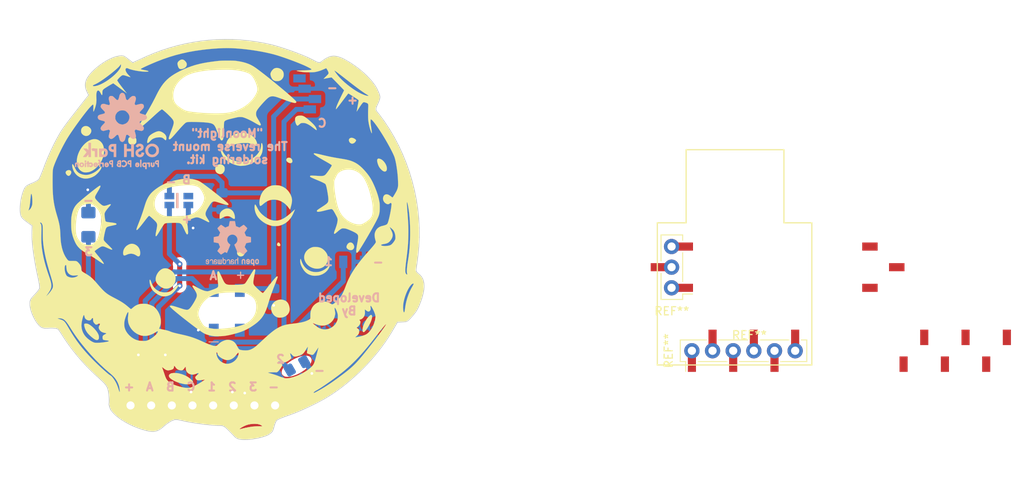
<source format=kicad_pcb>
(kicad_pcb (version 20171130) (host pcbnew 5.1.4-e60b266~84~ubuntu18.04.1)
  (layers (0 F.Cu signal) (31 B.Cu signal) (34 B.Paste user) (35 F.Paste user) (36 B.SilkS user) (37 F.SilkS user) (38 B.Mask user) (39 F.Mask user) (44 Edge.Cuts user))
  (net 0 "")
  (net 1 "Net-(D1-Pad2)")
  (net 2 /Port_A)
  (net 3 /Port_B)
  (net 4 /Port_C)
  (net 5 GND)
  (net 6 "Net-(LED1-Pad4)")
  (net 7 "Net-(LED2-Pad4)")
  (net 8 "Net-(LED3-Pad4)")
  (net 9 "Net-(D2-Pad2)")
  (net 10 "Net-(D3-Pad2)")
  (net 11 /Led_1)
  (net 12 /Led_2)
  (net 13 /Led_3)
  (net 14 VCC)
  (module Reverse_Mount_Leds:Digispark_SMD (layer F.Cu) (at 248.92 96.52)
    (fp_text reference REF**)
    (fp_text value Digispark_SMD)
    (pad 6 smd rect (at 6.35 8.51 270) (size 1.9 1) (layers F.Cu F.Paste F.Mask))
    (pad 5 smd rect (at 3.81 11.81 270) (size 1.9 1) (layers F.Cu F.Paste F.Mask))
    (pad 4 smd rect (at 1.27 8.51 270) (size 1.9 1) (layers F.Cu F.Paste F.Mask))
    (pad 3 smd rect (at -1.27 11.81 270) (size 1.9 1) (layers F.Cu F.Paste F.Mask))
    (pad 2 smd rect (at -3.81 8.51 270) (size 1.9 1) (layers F.Cu F.Paste F.Mask))
    (pad 1 smd rect (at -6.35 11.81 270) (size 1.9 1) (layers F.Cu F.Paste F.Mask))
    (pad 7 smd rect (at -10.4892 2.413) (size 1.9 1) (layers F.Cu F.Paste F.Mask))
    (pad 8 smd rect (at -7.1892 -0.127) (size 1.9 1) (layers F.Cu F.Paste F.Mask))
    (pad 9 smd rect (at -10.4892 -2.667) (size 1.9 1) (layers F.Cu F.Paste F.Mask))
  )
  (module Connector_PinSocket_2.54mm:PinSocket_1x06_P2.54mm_Vertical_SMD_Pin1Left (layer F.Cu) (at 222.885 106.68 90)
    (fp_text reference REF** (at 0 -9.22 90) (layer F.SilkS))
    (fp_text value PinSocket_1x06_P2.54mm_Vertical_SMD_Pin1Left)
    (pad 6 smd rect (at 1.65 6.35 90) (size 1.9 1) (layers F.Cu F.Paste F.Mask))
    (pad 4 smd rect (at 1.65 1.27 90) (size 1.9 1) (layers F.Cu F.Paste F.Mask))
    (pad 2 smd rect (at 1.65 -3.81 90) (size 1.9 1) (layers F.Cu F.Paste F.Mask))
    (pad 5 smd rect (at -1.65 3.81 90) (size 1.9 1) (layers F.Cu F.Paste F.Mask))
    (pad 3 smd rect (at -1.65 -1.27 90) (size 1.9 1) (layers F.Cu F.Paste F.Mask))
    (pad 1 smd rect (at -1.65 -6.35 90) (size 1.9 1) (layers F.Cu F.Paste F.Mask))
  )
  (module Connector_PinSocket_2.54mm:PinSocket_1x03_P2.54mm_Vertical_SMD_Pin1Left (layer F.Cu) (at 214.0712 96.393 180)
    (fp_text reference REF** (at 0 -5.41) (layer F.SilkS))
    (fp_text value PinSocket_1x03_P2.54mm_Vertical_SMD_Pin1Left)
    (pad 2 smd rect (at 1.65 0 180) (size 1.9 1) (layers F.Cu F.Paste F.Mask))
    (pad 3 smd rect (at -1.65 2.54 180) (size 1.9 1) (layers F.Cu F.Paste F.Mask))
    (pad 1 smd rect (at -1.65 -2.54 180) (size 1.9 1) (layers F.Cu F.Paste F.Mask))
  )
  (module Module:Digispark (layer F.Cu) (at 222.885 106.68)
    (fp_text reference REF** (at 0.72 -1.93) (layer F.SilkS))
    (fp_text value Digispark)
    (pad 9 thru_hole circle (at -8.85 -12.83) (size 1.8796 1.8796) (drill 1.016) (layers *.Cu *.Mask))
    (pad 8 thru_hole circle (at -8.85 -10.29) (size 1.8796 1.8796) (drill 1.016) (layers *.Cu *.Mask))
    (pad 7 thru_hole circle (at -8.85 -7.75) (size 1.8796 1.8796) (drill 1.016) (layers *.Cu *.Mask))
    (pad 6 thru_hole circle (at 6.35 0) (size 1.8796 1.8796) (drill 1.016) (layers *.Cu *.Mask))
    (pad 5 thru_hole circle (at 3.81 0) (size 1.8796 1.8796) (drill 1.016) (layers *.Cu *.Mask))
    (pad 4 thru_hole circle (at 1.27 0) (size 1.8796 1.8796) (drill 1.016) (layers *.Cu *.Mask))
    (pad 3 thru_hole circle (at -1.27 0) (size 1.8796 1.8796) (drill 1.016) (layers *.Cu *.Mask))
    (pad 2 thru_hole circle (at -3.81 0) (size 1.8796 1.8796) (drill 1.016) (layers *.Cu *.Mask))
    (pad 1 thru_hole circle (at -6.35 0) (size 1.8796 1.8796) (drill 1.016) (layers *.Cu *.Mask))
  )
  (module Reverse_Mount_Leds:LED_D5.0mm_Reverse (layer B.Cu) (at 174.9298 95.7326 180)
    (fp_text reference D1)
    (fp_text value LED)
    (pad 1 smd rect (at -1.27 0) (size 1 1.524) (layers B.Cu B.Paste B.Mask) (net 5 GND))
    (pad 2 smd rect (at 1.27 0) (size 1 1.524) (layers B.Cu B.Paste B.Mask) (net 1 "Net-(D1-Pad2)"))
  )
  (module Reverse_Mount_Leds:WS2812B-2020_Reverse (layer B.Cu) (at 153.4414 88.1888 180)
    (fp_text reference LED2)
    (fp_text value WS2812B-2020-Reverse)
    (pad 3 smd rect (at -1.165 -0.55 180) (size 1.2 0.8) (layers B.Cu B.Paste B.Mask) (net 5 GND))
    (pad 4 smd rect (at -1.165 0.55 180) (size 1.2 0.8) (layers B.Cu B.Paste B.Mask) (net 7 "Net-(LED2-Pad4)"))
    (pad 2 smd rect (at 1.165 -0.55 180) (size 1.2 0.8) (layers B.Cu B.Paste B.Mask) (net 3 /Port_B))
    (pad 1 smd rect (at 1.165 0.55 180) (size 1.2 0.8) (layers B.Cu B.Paste B.Mask) (net 14 VCC))
  )
  (module Reverse_Mount_Leds:P9823_Reverse_Mount (layer B.Cu) (at 166.878 75.057 270)
    (fp_text reference LED3)
    (fp_text value PL9223-F8-Reverse)
    (pad 4 smd rect (at -1.905 -1.397 90) (size 1 1.524) (layers B.Cu B.Paste B.Mask) (net 8 "Net-(LED3-Pad4)"))
    (pad 2 smd rect (at 1.905 -2.667 90) (size 1 1.524) (layers B.Cu B.Paste B.Mask) (net 4 /Port_C))
    (pad 1 smd rect (at 0.635 -3.302 270) (size 1 1.524) (layers B.Cu B.Paste B.Mask) (net 14 VCC))
    (pad 3 smd rect (at -0.635 -2.032 270) (size 1 1.524) (layers B.Cu B.Paste B.Mask) (net 5 GND))
  )
  (module Reverse_Mount_Leds:OSHW-Logo2_7.3x6mm_SilkScreen (layer B.Cu) (at 160.02 93.472 180)
    (fp_text reference REF*** hide)
    (fp_text value OSHW-Logo2_7.3x6mm_SilkScreen hide)
  )
  (module Reverse_Mount_Leds:OSHpark-1-1200 (layer B.Cu) (at 146.431 77.978)
    (fp_text reference PP-G*** hide)
    (fp_text value PP-LOGO hide)
  )
  (module Reverse_Mount_Leds:OSHpark-2-1800 (layer B.Cu) (at 145.923 82.677 180)
    (fp_text reference G*** hide)
    (fp_text value LOGO hide)
  )
  (module Reverse_Mount_Leds:firma_Cu_Mask (layer B.Cu) (at 174.244 103.632 180)
    (fp_text reference svg2mod hide)
    (fp_text value G*** hide)
    (fp_poly (pts (xy 4.151377 -0.452496) (xy 3.657161 -0.147681) (xy 3.750181 -0.140781) (xy 3.844921 -0.12528) (xy 3.819081 -0.018483) (xy 3.789801 0.093484) (xy 3.779461 0.076254) (xy 3.712281 -0.004707) (xy 3.658881 -0.089117) (xy 3.638211 -0.120127) (xy 3.619261 -0.151137) (xy 3.638211 -0.149437) (xy 3.657161 -0.147737) (xy 3.657161 -0.147681) (xy 4.151377 -0.452496) (xy 4.120367 -0.512786) (xy 4.073857 -0.566186) (xy 4.015287 -0.604086) (xy 3.946387 -0.621316) (xy 3.915377 -0.609256) (xy 3.899877 -0.598926) (xy 3.889537 -0.593726) (xy 3.882637 -0.588526) (xy 3.861967 -0.579926) (xy 3.868867 -0.557536) (xy 3.867167 -0.536866) (xy 3.846497 -0.514476) (xy 3.836157 -0.504135) (xy 3.827557 -0.493806) (xy 3.798277 -0.461076) (xy 3.844787 -0.449016) (xy 3.901637 -0.418006) (xy 3.913697 -0.354266) (xy 3.855127 -0.352566) (xy 3.808617 -0.364626) (xy 3.744887 -0.380126) (xy 3.675987 -0.385326) (xy 3.650147 -0.385326) (xy 3.624307 -0.381926) (xy 3.607087 -0.378526) (xy 3.600187 -0.357856) (xy 3.593287 -0.350956) (xy 3.574337 -0.328566) (xy 3.570937 -0.290666) (xy 3.560607 -0.259655) (xy 3.545107 -0.302716) (xy 3.538207 -0.319946) (xy 3.520977 -0.323346) (xy 3.515777 -0.331946) (xy 3.514077 -0.340546) (xy 3.505477 -0.369826) (xy 3.498577 -0.376726) (xy 3.491677 -0.381926) (xy 3.483077 -0.412936) (xy 3.472737 -0.442216) (xy 3.457237 -0.487006) (xy 3.453837 -0.528346) (xy 3.446937 -0.547296) (xy 3.427987 -0.564526) (xy 3.407317 -0.574856) (xy 3.396977 -0.581756) (xy 3.388377 -0.585156) (xy 3.383177 -0.604106) (xy 3.362507 -0.607506) (xy 3.334947 -0.612706) (xy 3.317717 -0.614406) (xy 3.300487 -0.612706) (xy 3.271207 -0.588586) (xy 3.247087 -0.569636) (xy 3.229867 -0.538626) (xy 3.226467 -0.519675) (xy 3.223067 -0.502446) (xy 3.217867 -0.492116) (xy 3.195477 -0.471446) (xy 3.214427 -0.455946) (xy 3.216127 -0.426666) (xy 3.288477 -0.257857) (xy 3.369437 -0.092492) (xy 3.395277 -0.037372) (xy 3.422837 0.017749) (xy 3.421137 0.029809) (xy 3.424537 0.045309) (xy 3.455547 0.096989) (xy 3.479667 0.145219) (xy 3.507227 0.202059) (xy 3.545127 0.258898) (xy 3.572687 0.270959) (xy 3.584747 0.274359) (xy 3.600247 0.277759) (xy 3.626087 0.274359) (xy 3.710487 0.336369) (xy 3.784557 0.434559) (xy 3.801787 0.458669) (xy 3.824177 0.444889) (xy 3.848297 0.434559) (xy 3.881027 0.425959) (xy 3.939597 0.410459) (xy 3.984387 0.384619) (xy 3.996447 0.343279) (xy 4.001647 0.315719) (xy 4.010247 0.257149) (xy 4.017147 0.191689) (xy 4.030927 0.133119) (xy 4.042987 0.076279) (xy 4.060217 -0.004682) (xy 4.082607 -0.077032) (xy 4.099837 -0.078732) (xy 4.117057 -0.073532) (xy 4.139447 -0.070132) (xy 4.158397 -0.068432) (xy 4.165297 -0.085662) (xy 4.182527 -0.102892) (xy 4.215257 -0.113232) (xy 4.234207 -0.128732) (xy 4.247987 -0.139072) (xy 4.273827 -0.149402) (xy 4.260047 -0.175242) (xy 4.210097 -0.235532) (xy 4.139477 -0.282042) (xy 4.141177 -0.302712) (xy 4.146377 -0.321662) (xy 4.154977 -0.381952) (xy 4.154977 -0.445682) (xy 4.151377 -0.452496)) (layer B.Cu) (width 0))
    (fp_poly (pts (xy 3.223076 -0.298824) (xy 3.114555 -0.414235) (xy 2.966416 -0.481415) (xy 2.795884 -0.527925) (xy 2.625351 -0.581325) (xy 2.582291 -0.583025) (xy 2.547841 -0.588225) (xy 2.516831 -0.593425) (xy 2.482381 -0.596825) (xy 2.473781 -0.600225) (xy 2.468581 -0.607125) (xy 2.415181 -0.612325) (xy 2.377281 -0.612325) (xy 2.334221 -0.617525) (xy 2.296321 -0.622725) (xy 2.09306 -0.531425) (xy 2.0121 -0.293713) (xy 2.0087 -0.283383) (xy 2.0018 -0.278183) (xy 2.0052 -0.248903) (xy 2.0069 -0.217893) (xy 2.10853 -0.042193) (xy 2.244611 0.102502) (xy 2.265281 0.123172) (xy 2.280781 0.143842) (xy 2.299731 0.161072) (xy 2.325571 0.173132) (xy 2.411701 0.248922) (xy 2.516776 0.314382) (xy 2.625296 0.378112) (xy 2.725206 0.450462) (xy 2.752766 0.445262) (xy 2.771716 0.445262) (xy 2.804446 0.409092) (xy 2.847506 0.386702) (xy 2.888846 0.360862) (xy 2.918126 0.319522) (xy 2.907786 0.310922) (xy 2.912986 0.295422) (xy 2.914686 0.279922) (xy 2.902626 0.273022) (xy 2.912956 0.262682) (xy 2.923296 0.254082) (xy 2.918096 0.240302) (xy 2.918096 0.223072) (xy 2.840576 0.180012) (xy 2.752726 0.135222) (xy 2.657986 0.085272) (xy 2.563246 0.024982) (xy 2.468506 -0.052539) (xy 2.375486 -0.140389) (xy 2.291076 -0.236849) (xy 2.223896 -0.333309) (xy 2.230796 -0.347089) (xy 2.239396 -0.359149) (xy 2.341026 -0.359149) (xy 2.437486 -0.364349) (xy 2.444386 -0.354009) (xy 2.452986 -0.343669) (xy 2.635576 -0.312659) (xy 2.807831 -0.266149) (xy 2.781991 -0.257549) (xy 2.761321 -0.248949) (xy 2.761321 -0.235169) (xy 2.778551 -0.221389) (xy 2.738931 -0.186939) (xy 2.721701 -0.131819) (xy 2.732031 -0.111149) (xy 2.721701 -0.092199) (xy 2.713101 -0.092199) (xy 2.709701 -0.097399) (xy 2.708001 -0.104299) (xy 2.699401 -0.102599) (xy 2.706301 -0.076759) (xy 2.716641 -0.052649) (xy 2.835496 0.026592) (xy 2.882006 -0.004419) (xy 2.938846 -0.037149) (xy 3.000856 -0.069879) (xy 3.061146 -0.100889) (xy 3.104206 -0.128449) (xy 3.140376 -0.164619) (xy 3.174826 -0.199069) (xy 3.217886 -0.228349) (xy 3.219586 -0.264519) (xy 3.222986 -0.298969) (xy 3.223076 -0.298824)) (layer B.Cu) (width 0))
    (fp_poly (pts (xy 1.886378 -0.464189) (xy 1.388562 -0.166188) (xy 1.481582 -0.159288) (xy 1.576322 -0.143788) (xy 1.550482 -0.03699) (xy 1.521202 0.074977) (xy 1.510872 0.057747) (xy 1.443692 -0.023214) (xy 1.390292 -0.107624) (xy 1.369622 -0.138634) (xy 1.350672 -0.169644) (xy 1.369622 -0.167944) (xy 1.388572 -0.166244) (xy 1.388562 -0.166188) (xy 1.886378 -0.464189) (xy 1.855368 -0.524479) (xy 1.808858 -0.577879) (xy 1.750288 -0.615779) (xy 1.681388 -0.633009) (xy 1.650378 -0.620949) (xy 1.634878 -0.610619) (xy 1.624538 -0.605419) (xy 1.617638 -0.600219) (xy 1.596968 -0.591619) (xy 1.603868 -0.569229) (xy 1.602168 -0.548559) (xy 1.581498 -0.526169) (xy 1.571158 -0.515829) (xy 1.562558 -0.505498) (xy 1.533278 -0.472769) (xy 1.579788 -0.460709) (xy 1.636638 -0.429699) (xy 1.648698 -0.365959) (xy 1.590128 -0.364259) (xy 1.543618 -0.376319) (xy 1.479888 -0.391819) (xy 1.410988 -0.397019) (xy 1.385148 -0.397019) (xy 1.359308 -0.393619) (xy 1.342088 -0.390219) (xy 1.335188 -0.369549) (xy 1.328288 -0.362649) (xy 1.309338 -0.340259) (xy 1.305938 -0.302359) (xy 1.295608 -0.271349) (xy 1.280108 -0.314409) (xy 1.273208 -0.331639) (xy 1.255978 -0.335039) (xy 1.250778 -0.343639) (xy 1.249078 -0.352239) (xy 1.240478 -0.381519) (xy 1.233578 -0.388419) (xy 1.226678 -0.393619) (xy 1.218078 -0.424629) (xy 1.207738 -0.453909) (xy 1.192238 -0.498699) (xy 1.188838 -0.540039) (xy 1.181938 -0.558989) (xy 1.162988 -0.576219) (xy 1.142318 -0.586549) (xy 1.131978 -0.593449) (xy 1.123378 -0.596849) (xy 1.118178 -0.615799) (xy 1.097508 -0.619199) (xy 1.069948 -0.624399) (xy 1.052718 -0.626099) (xy 1.035488 -0.624399) (xy 1.006208 -0.600279) (xy 0.982088 -0.581329) (xy 0.964868 -0.550319) (xy 0.961468 -0.531369) (xy 0.958068 -0.514139) (xy 0.952868 -0.503809) (xy 0.930478 -0.483139) (xy 0.949428 -0.467639) (xy 0.951128 -0.438359) (xy 1.023478 -0.26955) (xy 1.104438 -0.104185) (xy 1.130278 -0.049065) (xy 1.157838 0.006056) (xy 1.156138 0.018116) (xy 1.159538 0.033616) (xy 1.190548 0.085296) (xy 1.214668 0.133526) (xy 1.242228 0.190366) (xy 1.280128 0.247206) (xy 1.307688 0.259265) (xy 1.319748 0.262666) (xy 1.335248 0.266066) (xy 1.361088 0.262666) (xy 1.445488 0.324676) (xy 1.519558 0.422866) (xy 1.536788 0.446976) (xy 1.559178 0.433196) (xy 1.583298 0.422866) (xy 1.616028 0.414266) (xy 1.674598 0.398766) (xy 1.719388 0.372926) (xy 1.731448 0.331586) (xy 1.736648 0.304026) (xy 1.745248 0.245456) (xy 1.752148 0.179996) (xy 1.765928 0.121426) (xy 1.777988 0.064586) (xy 1.795208 -0.016375) (xy 1.817598 -0.088725) (xy 1.834828 -0.090425) (xy 1.852048 -0.085225) (xy 1.874438 -0.081825) (xy 1.893388 -0.080125) (xy 1.900288 -0.097355) (xy 1.917518 -0.114585) (xy 1.950248 -0.124925) (xy 1.969198 -0.140425) (xy 1.982978 -0.150765) (xy 2.008818 -0.161095) (xy 1.995038 -0.186935) (xy 1.945088 -0.247225) (xy 1.874468 -0.293735) (xy 1.876168 -0.314405) (xy 1.881368 -0.333355) (xy 1.889968 -0.393645) (xy 1.889968 -0.457375) (xy 1.886378 -0.464189)) (layer B.Cu) (width 0))
    (fp_poly (pts (xy 0.33264 -0.295379) (xy 0.31025 -0.314329) (xy 0.29647 -0.343609) (xy 0.28441 -0.372889) (xy 0.26718 -0.384949) (xy 0.25685 -0.409069) (xy 0.24307 -0.431459) (xy 0.23274 -0.455579) (xy 0.23614 -0.484859) (xy 0.21892 -0.514139) (xy 0.21032 -0.550309) (xy 0.19654 -0.579589) (xy 0.15864 -0.589929) (xy 0.15694 -0.598529) (xy 0.16214 -0.610589) (xy 0.13286 -0.612289) (xy 0.11047 -0.620889) (xy 0.05535 -0.584719) (xy 0.01745 -0.527879) (xy -0.01183 -0.462419) (xy -0.03595 -0.405579) (xy -0.03425 -0.369409) (xy -0.04631 -0.338399) (xy -0.02497 -0.293239) (xy -0.00314 -0.247319) (xy 0.01917 -0.200649) (xy 0.04197 -0.153229) (xy 0.06525 -0.105049) (xy 0.08902 -0.056119) (xy 0.11327 -0.006429) (xy 0.13801 0.044012) (xy 0.16283 0.094752) (xy 0.18732 0.145322) (xy 0.21149 0.195732) (xy 0.23534 0.245982) (xy 0.25886 0.296072) (xy 0.28206 0.346002) (xy 0.30494 0.395772) (xy 0.32749 0.445372) (xy 0.405 0.409202) (xy 0.47562 0.364412) (xy 0.53074 0.304122) (xy 0.56002 0.230052) (xy 0.55142 0.221452) (xy 0.54452 0.219752) (xy 0.55142 0.207692) (xy 0.55142 0.200792) (xy 0.55142 0.190452) (xy 0.55662 0.174952) (xy 0.54629 0.173252) (xy 0.53595 0.173252) (xy 0.53935 0.142242) (xy 0.53245 0.119852) (xy 0.52385 0.099182) (xy 0.52555 0.071622) (xy 0.51695 0.068222) (xy 0.51355 0.063021) (xy 0.50835 0.057822) (xy 0.50145 0.057822) (xy 0.50485 -0.017969) (xy 0.50145 -0.095479) (xy 0.50315 -0.176439) (xy 0.51521 -0.262569) (xy 0.61339 -0.169549) (xy 0.67368 -0.04208) (xy 0.70985 0.109505) (xy 0.73569 0.27487) (xy 0.75981 0.31277) (xy 0.77531 0.35928) (xy 0.78909 0.40923) (xy 0.80632 0.45574) (xy 0.84938 0.43851) (xy 0.88383 0.41095) (xy 0.91656 0.38339) (xy 0.95962 0.36789) (xy 0.99752 0.31105) (xy 1.01991 0.25248) (xy 1.00613 0.22147) (xy 0.99753 0.18702) (xy 0.98375 0.15429) (xy 0.95963 0.13017) (xy 0.94585 0.04749) (xy 0.93035 -0.024861) (xy 0.91829 -0.100651) (xy 0.91489 -0.185051) (xy 0.88561 -0.269451) (xy 0.86149 -0.350411) (xy 0.81843 -0.403811) (xy 0.7857 -0.465821) (xy 0.7771 -0.469221) (xy 0.76504 -0.464021) (xy 0.76504 -0.474361) (xy 0.75984 -0.481261) (xy 0.75644 -0.488161) (xy 0.75984 -0.501941) (xy 0.71678 -0.531221) (xy 0.67544 -0.565671) (xy 0.62376 -0.586341) (xy 0.54625 -0.574281) (xy 0.420504 -0.455425) (xy 0.332654 -0.295228) (xy 0.33264 -0.295379)) (layer B.Cu) (width 0))
    (fp_poly (pts (xy -0.175512 -0.157575) (xy -0.196182 -0.183415) (xy -0.213412 -0.212695) (xy -0.232362 -0.248865) (xy -0.258202 -0.279875) (xy -0.275432 -0.321215) (xy -0.302992 -0.353945) (xy -0.383952 -0.503807) (xy -0.394292 -0.534817) (xy -0.409792 -0.562377) (xy -0.416692 -0.574437) (xy -0.421892 -0.583037) (xy -0.425292 -0.600267) (xy -0.444242 -0.624387) (xy -0.463192 -0.643337) (xy -0.475252 -0.657117) (xy -0.501092 -0.667447) (xy -0.654398 -0.533089) (xy -0.652698 -0.515859) (xy -0.647498 -0.498639) (xy -0.640598 -0.477969) (xy -0.625098 -0.429739) (xy -0.595818 -0.386679) (xy -0.580318 -0.348779) (xy -0.538978 -0.267819) (xy -0.501078 -0.202359) (xy -0.478688 -0.164459) (xy -0.520028 -0.114509) (xy -0.559648 -0.031829) (xy -0.583768 0.038792) (xy -0.588968 0.076692) (xy -0.595868 0.109422) (xy -0.604468 0.147322) (xy -0.607868 0.186942) (xy -0.618198 0.211062) (xy -0.614798 0.228292) (xy -0.613098 0.259302) (xy -0.621698 0.300642) (xy -0.630298 0.338542) (xy -0.631998 0.379882) (xy -0.621658 0.417782) (xy -0.588928 0.450512) (xy -0.559648 0.452212) (xy -0.530368 0.434982) (xy -0.501088 0.419482) (xy -0.464918 0.402252) (xy -0.428748 0.379862) (xy -0.416688 0.355742) (xy -0.394298 0.336792) (xy -0.394298 0.317842) (xy -0.392598 0.298892) (xy -0.385698 0.271332) (xy -0.378798 0.250661) (xy -0.373598 0.204152) (xy -0.363268 0.164532) (xy -0.352938 0.124912) (xy -0.351238 0.080122) (xy -0.334008 0.092182) (xy -0.327108 0.097382) (xy -0.320208 0.102582) (xy -0.218578 0.240386) (xy -0.221978 0.257616) (xy -0.185808 0.292066) (xy -0.159968 0.317906) (xy -0.137578 0.343746) (xy -0.118628 0.357526) (xy 0.038124 0.464324) (xy 0.062244 0.467724) (xy 0.069144 0.445334) (xy 0.096704 0.410884) (xy 0.143214 0.381604) (xy 0.158714 0.371264) (xy 0.167314 0.345424) (xy 0.165614 0.329924) (xy 0.172514 0.312694) (xy 0.138064 0.252404) (xy 0.100164 0.217954) (xy 0.070884 0.192114) (xy 0.051934 0.164554) (xy 0.039874 0.150774) (xy -0.006636 0.095654) (xy -0.011836 0.074984) (xy -0.032506 0.074984) (xy -0.041106 0.068084) (xy -0.058336 0.038804) (xy -0.075556 0.016414) (xy -0.084156 0.007813) (xy -0.089356 -0.005967) (xy -0.094556 -0.019747) (xy -0.122116 -0.054197) (xy -0.134176 -0.078317) (xy -0.147956 -0.105877) (xy -0.166906 -0.131717) (xy -0.175512 -0.157575)) (layer B.Cu) (width 0))
    (fp_poly (pts (xy -0.685386 0.360913) (xy -0.685386 0.341963) (xy -0.687086 0.331633) (xy -0.687086 0.319573) (xy -0.683686 0.302343) (xy -0.768096 0.221383) (xy -0.869726 0.190373) (xy -0.983414 0.171423) (xy -1.097102 0.126633) (xy -1.138442 0.126633) (xy -1.190122 0.121433) (xy -1.215962 0.105933) (xy -1.246972 0.097333) (xy -1.241772 0.064602) (xy -1.236572 0.038763) (xy -1.103935 0.040463) (xy -0.959241 0.049063) (xy -0.960941 0.037003) (xy -0.962641 0.028403) (xy -0.938521 0.006013) (xy -0.914401 -0.018108) (xy -0.890281 -0.038778) (xy -0.859271 -0.043978) (xy -0.850671 -0.074988) (xy -0.854071 -0.107718) (xy -0.909191 -0.147338) (xy -0.967761 -0.181788) (xy -1.031491 -0.207628) (xy -1.105561 -0.214528) (xy -1.119341 -0.214528) (xy -1.129681 -0.209328) (xy -1.169301 -0.214528) (xy -1.207201 -0.219728) (xy -1.253711 -0.212828) (xy -1.300221 -0.205928) (xy -1.350171 -0.283438) (xy -1.389791 -0.371288) (xy -1.293331 -0.378188) (xy -1.219261 -0.372988) (xy -1.148641 -0.364388) (xy -1.057341 -0.360988) (xy -0.976381 -0.336868) (xy -0.888531 -0.316198) (xy -0.864411 -0.335148) (xy -0.845461 -0.359268) (xy -0.824791 -0.378218) (xy -0.798951 -0.385118) (xy -0.790351 -0.402348) (xy -0.785151 -0.419568) (xy -0.779951 -0.435068) (xy -0.764451 -0.438468) (xy -0.824741 -0.526318) (xy -0.900531 -0.571108) (xy -0.996991 -0.595218) (xy -1.112402 -0.615888) (xy -1.138242 -0.614188) (xy -1.162362 -0.610788) (xy -1.257102 -0.626288) (xy -1.369068 -0.631488) (xy -1.477588 -0.615988) (xy -1.561988 -0.571198) (xy -1.580938 -0.543638) (xy -1.603328 -0.517798) (xy -1.610228 -0.467848) (xy -1.620558 -0.411008) (xy -1.629158 -0.350718) (xy -1.625758 -0.297318) (xy -1.605088 -0.250808) (xy -1.593028 -0.206018) (xy -1.582688 -0.197418) (xy -1.568908 -0.190518) (xy -1.546518 -0.131948) (xy -1.522398 -0.078548) (xy -1.496558 -0.026868) (xy -1.470718 0.033423) (xy -1.506888 0.081653) (xy -1.522388 0.135053) (xy -1.530988 0.190173) (xy -1.543048 0.248743) (xy -1.501708 0.290083) (xy -1.446588 0.317643) (xy -1.382848 0.334873) (xy -1.310498 0.350373) (xy -1.188197 0.384823) (xy -1.081399 0.403773) (xy -0.971156 0.419273) (xy -0.841965 0.439943) (xy -0.812685 0.424443) (xy -0.797185 0.433043) (xy -0.788585 0.443373) (xy -0.745525 0.393423) (xy -0.685235 0.360693) (xy -0.685386 0.360913)) (layer B.Cu) (width 0))
    (fp_poly (pts (xy -2.738664 -0.460743) (xy -2.315093 0.148895) (xy -2.344373 0.069655) (xy -2.192789 0.109275) (xy -2.042927 0.171285) (xy -2.087717 0.272915) (xy -2.163507 0.326315) (xy -2.163513 0.326315) (xy -2.213463 0.266025) (xy -2.268583 0.210905) (xy -2.315093 0.148895) (xy -2.738664 -0.460743) (xy -2.754164 -0.448683) (xy -2.769664 -0.419403) (xy -2.750714 -0.419403) (xy -2.757614 -0.350503) (xy -2.742114 -0.288493) (xy -2.728334 -0.229923) (xy -2.733534 -0.169633) (xy -2.721474 -0.166233) (xy -2.714574 -0.142113) (xy -2.712874 -0.111103) (xy -2.714574 -0.083543) (xy -2.680124 0.026701) (xy -2.656004 0.138666) (xy -2.633614 0.247187) (xy -2.599164 0.347097) (xy -2.549214 0.340197) (xy -2.513044 0.317807) (xy -2.418304 0.417717) (xy -2.335624 0.531405) (xy -2.239164 0.631315) (xy -2.106527 0.682995) (xy -2.013507 0.619265) (xy -1.929097 0.536585) (xy -1.903257 0.517635) (xy -1.875697 0.500405) (xy -1.875697 0.474565) (xy -1.836077 0.421165) (xy -1.806797 0.357435) (xy -1.780957 0.290255) (xy -1.753397 0.226525) (xy -1.756797 0.207575) (xy -1.753397 0.192075) (xy -1.748197 0.174855) (xy -1.746497 0.152465) (xy -1.806787 0.004326) (xy -1.934256 -0.086975) (xy -2.09273 -0.147265) (xy -2.246037 -0.200665) (xy -2.239137 -0.207565) (xy -2.233937 -0.217895) (xy -2.154697 -0.267845) (xy -2.101297 -0.300575) (xy -2.046177 -0.321245) (xy -1.961767 -0.341915) (xy -1.879087 -0.362585) (xy -1.823967 -0.374645) (xy -1.772287 -0.381545) (xy -1.698217 -0.390145) (xy -1.667207 -0.434935) (xy -1.649977 -0.486615) (xy -1.648277 -0.536565) (xy -1.662057 -0.572735) (xy -1.653457 -0.579635) (xy -1.636237 -0.579635) (xy -1.656907 -0.600305) (xy -1.674137 -0.624425) (xy -1.694807 -0.646815) (xy -1.722367 -0.658875) (xy -1.880842 -0.660575) (xy -2.127166 -0.581335) (xy -2.247744 -0.531385) (xy -2.328704 -0.488325) (xy -2.392434 -0.441815) (xy -2.459614 -0.381525) (xy -2.466514 -0.388425) (xy -2.471714 -0.395325) (xy -2.499274 -0.507289) (xy -2.550954 -0.59514) (xy -2.588854 -0.60034) (xy -2.611244 -0.61929) (xy -2.637084 -0.61759) (xy -2.652584 -0.60899) (xy -2.668084 -0.59865) (xy -2.695644 -0.59525) (xy -2.705984 -0.56597) (xy -2.733544 -0.55219) (xy -2.730144 -0.52635) (xy -2.735344 -0.505679) (xy -2.742244 -0.48501) (xy -2.738844 -0.46089) (xy -2.738664 -0.460743)) (layer B.Cu) (width 0))
    (fp_poly (pts (xy -4.273799 -0.192371) (xy -4.268599 -0.157921) (xy -4.266899 -0.118301) (xy -4.14632 0.091851) (xy -3.982678 0.264106) (xy -3.958568 0.288226) (xy -3.939618 0.314066) (xy -3.917228 0.334736) (xy -3.886218 0.348516) (xy -3.782866 0.439816) (xy -3.65712 0.519056) (xy -3.526206 0.596566) (xy -3.405628 0.682696) (xy -3.376348 0.674096) (xy -3.352228 0.675796) (xy -3.312608 0.629286) (xy -3.260928 0.603446) (xy -3.210978 0.572436) (xy -3.174808 0.524206) (xy -3.186868 0.515606) (xy -3.181668 0.496656) (xy -3.178268 0.477706) (xy -3.193768 0.469106) (xy -3.181708 0.457046) (xy -3.169648 0.444986) (xy -3.174848 0.427766) (xy -3.174848 0.408816) (xy -3.267868 0.355416) (xy -3.374666 0.303736) (xy -3.488354 0.243446) (xy -3.602042 0.171096) (xy -3.717453 0.079796) (xy -3.827696 -0.027003) (xy -3.927606 -0.142414) (xy -4.006846 -0.257825) (xy -3.998246 -0.273325) (xy -3.987916 -0.288825) (xy -3.865615 -0.288825) (xy -3.751927 -0.295725) (xy -3.743327 -0.281945) (xy -3.732987 -0.269885) (xy -3.514223 -0.231985) (xy -3.307517 -0.176865) (xy -3.362637 -0.157915) (xy -3.362637 -0.140685) (xy -3.343687 -0.123465) (xy -3.390197 -0.082125) (xy -3.410867 -0.014945) (xy -3.398807 0.009166) (xy -3.410867 0.031556) (xy -3.421207 0.031556) (xy -3.424607 0.024656) (xy -3.428007 0.017756) (xy -3.436607 0.017756) (xy -3.428007 0.048766) (xy -3.417667 0.078046) (xy -3.274696 0.172786) (xy -3.219576 0.136616) (xy -3.150676 0.098716) (xy -3.076606 0.059096) (xy -3.005986 0.021196) (xy -2.952586 -0.013255) (xy -2.909526 -0.054595) (xy -2.868186 -0.095935) (xy -2.818236 -0.130384) (xy -2.814836 -0.175175) (xy -2.811436 -0.216515) (xy -2.890676 -0.316425) (xy -2.995751 -0.385325) (xy -3.118052 -0.435275) (xy -3.252411 -0.473175) (xy -3.391937 -0.511075) (xy -3.528018 -0.555865) (xy -3.577968 -0.557565) (xy -3.617588 -0.562765) (xy -3.655488 -0.569665) (xy -3.696828 -0.574865) (xy -3.708888 -0.578265) (xy -3.715788 -0.586865) (xy -3.777798 -0.592065) (xy -3.824308 -0.592065) (xy -3.874258 -0.598965) (xy -3.922488 -0.604165) (xy -4.165367 -0.493922) (xy -4.261827 -0.209701) (xy -4.265227 -0.199371) (xy -4.273827 -0.192471) (xy -4.273799 -0.192371)) (layer B.Cu) (width 0))
  )
  (module Reverse_Mount_Leds:LED_1206_Reverse (layer B.Cu) (at 142.3162 91.1606 270)
    (fp_text reference D2)
    (fp_text value LED)
    (pad 2 smd roundrect (at 1.4875 0 270) (size 1.425 1.75) (layers B.Cu B.Paste B.Mask) (roundrect_rratio 0.175439) (net 9 "Net-(D2-Pad2)"))
    (pad 1 smd roundrect (at -1.4875 0 270) (size 1.425 1.75) (layers B.Cu B.Paste B.Mask) (roundrect_rratio 0.175439) (net 5 GND))
  )
  (module Reverse_Mount_Leds:LED_0805_Reverse (layer B.Cu) (at 167.9702 108.5342 210)
    (fp_text reference D3)
    (fp_text value LED)
    (pad 2 smd roundrect (at 1.025 0 210) (size 1.15 1.4) (layers B.Cu B.Paste B.Mask) (roundrect_rratio 0.217391) (net 10 "Net-(D3-Pad2)"))
    (pad 1 smd roundrect (at -1.025 0 210) (size 1.15 1.4) (layers B.Cu B.Paste B.Mask) (roundrect_rratio 0.217391) (net 5 GND))
  )
  (module Reverse_Mount_Leds:C_0805_2012Metric_Pad1.15x1.40mm_HandSolder (layer B.Cu) (at 165.1 100.0506 270)
    (fp_text reference C1)
    (fp_text value 100nF)
    (pad 2 smd roundrect (at 1.025 0 270) (size 1.15 1.4) (layers B.Cu B.Paste B.Mask) (roundrect_rratio 0.217391) (net 5 GND))
    (pad 1 smd roundrect (at -1.025 0 270) (size 1.15 1.4) (layers B.Cu B.Paste B.Mask) (roundrect_rratio 0.217391) (net 14 VCC))
  )
  (module Reverse_Mount_Leds:C_0805_2012Metric_Pad1.15x1.40mm_HandSolder (layer B.Cu) (at 158.75 88.265 270)
    (fp_text reference C2)
    (fp_text value 100nF)
    (pad 1 smd roundrect (at -1.025 0 270) (size 1.15 1.4) (layers B.Cu B.Paste B.Mask) (roundrect_rratio 0.217391) (net 14 VCC))
    (pad 2 smd roundrect (at 1.025 0 270) (size 1.15 1.4) (layers B.Cu B.Paste B.Mask) (roundrect_rratio 0.217391) (net 5 GND))
  )
  (module Reverse_Mount_Leds:R_0805_2012Metric_Pad1.15x1.40mm_HandSolder (layer B.Cu) (at 158.115 108.6104 270)
    (fp_text reference R1)
    (fp_text value 330)
    (pad 2 smd roundrect (at 1.025 0 270) (size 1.15 1.4) (layers B.Cu B.Paste B.Mask) (roundrect_rratio 0.217391) (net 11 /Led_1))
    (pad 1 smd roundrect (at -1.025 0 270) (size 1.15 1.4) (layers B.Cu B.Paste B.Mask) (roundrect_rratio 0.217391) (net 1 "Net-(D1-Pad2)"))
  )
  (module Reverse_Mount_Leds:R_0805_2012Metric_Pad1.15x1.40mm_HandSolder (layer B.Cu) (at 153.67 108.6358 270)
    (fp_text reference R2)
    (fp_text value 330)
    (pad 1 smd roundrect (at -1.025 0 270) (size 1.15 1.4) (layers B.Cu B.Paste B.Mask) (roundrect_rratio 0.217391) (net 9 "Net-(D2-Pad2)"))
    (pad 2 smd roundrect (at 1.025 0 270) (size 1.15 1.4) (layers B.Cu B.Paste B.Mask) (roundrect_rratio 0.217391) (net 12 /Led_2))
  )
  (module Reverse_Mount_Leds:R_0805_2012Metric_Pad1.15x1.40mm_HandSolder (layer B.Cu) (at 163.195 108.6358 270)
    (fp_text reference R3)
    (fp_text value 330)
    (pad 2 smd roundrect (at 1.025 0 270) (size 1.15 1.4) (layers B.Cu B.Paste B.Mask) (roundrect_rratio 0.217391) (net 13 /Led_3))
    (pad 1 smd roundrect (at -1.025 0 270) (size 1.15 1.4) (layers B.Cu B.Paste B.Mask) (roundrect_rratio 0.217391) (net 10 "Net-(D3-Pad2)"))
  )
  (module Reverse_Mount_Leds:WS2812B__Reverse (layer B.Cu) (at 159.3342 101.7016 270)
    (fp_text reference LED1)
    (fp_text value WS2812B-Reverse)
    (fp_text user + (at -4.318 -1.6256 90) (layer B.SilkS) (effects (justify mirror)))
    (pad 4 smd rect (at 2.45 -1.6 270) (size 1.6 1.2) (layers B.Cu B.Paste B.Mask) (net 6 "Net-(LED1-Pad4)"))
    (pad 3 smd rect (at 2.45 1.6 270) (size 1.6 1.2) (layers B.Cu B.Paste B.Mask) (net 5 GND))
    (pad 1 smd rect (at -2.45 -1.6 270) (size 1.6 1.2) (layers B.Cu B.Paste B.Mask) (net 14 VCC))
    (pad 2 smd rect (at -2.45 1.6 90) (size 1.6 1.2) (layers B.Cu B.Paste B.Mask) (net 2 /Port_A))
  )
  (module Reverse_Mount_Leds:1x08_P2.54mm_Vertical (layer B.Cu) (at 147.4978 113.411 270)
    (fp_text reference J2)
    (fp_text value Conn_01x08)
    (pad 8 thru_hole oval (at 0 -17.78 270) (size 1.7 1.7) (drill 1) (layers *.Cu *.Mask) (net 5 GND))
    (pad 7 thru_hole oval (at 0 -15.24 270) (size 1.7 1.7) (drill 1) (layers *.Cu *.Mask) (net 13 /Led_3))
    (pad 6 thru_hole oval (at 0 -12.7 270) (size 1.7 1.7) (drill 1) (layers *.Cu *.Mask) (net 12 /Led_2))
    (pad 5 thru_hole oval (at 0 -10.16 270) (size 1.7 1.7) (drill 1) (layers *.Cu *.Mask) (net 11 /Led_1))
    (pad 4 thru_hole oval (at 0 -7.62 270) (size 1.7 1.7) (drill 1) (layers *.Cu *.Mask) (net 4 /Port_C))
    (pad 3 thru_hole oval (at 0 -5.08 270) (size 1.7 1.7) (drill 1) (layers *.Cu *.Mask) (net 3 /Port_B))
    (pad 2 thru_hole oval (at 0 -2.54 270) (size 1.7 1.7) (drill 1) (layers *.Cu *.Mask) (net 2 /Port_A))
    (pad 1 thru_hole circle (at 0 0 270) (size 1.7 1.7) (drill 1) (layers *.Cu *.Mask) (net 14 VCC))
  )
  (module Reverse_Mount_Leds:Regla_Leds (layer F.Cu) (at 158.75 92.71)
    (fp_text reference U1 hide)
    (fp_text value PCB hide)
    (fp_poly (pts (xy 4.215733 22.969251) (xy 4.43327 22.999008) (xy 4.625155 23.04891) (xy 4.709583 23.08168) (xy 4.786181 23.121175) (xy 4.8578 23.167661) (xy 4.914983 23.213925) (xy 4.948271 23.252754) (xy 4.953 23.267335) (xy 4.935483 23.276551) (xy 4.881662 23.28111) (xy 4.789631 23.281068) (xy 4.657487 23.276482) (xy 4.651375 23.276206) (xy 4.308324 23.27388) (xy 3.937008 23.296119) (xy 3.543095 23.342181) (xy 3.132257 23.411324) (xy 2.710163 23.502806) (xy 2.48533 23.559695) (xy 2.355821 23.592651) (xy 2.262655 23.612681) (xy 2.202004 23.620211) (xy 2.170039 23.615668) (xy 2.16293 23.59948) (xy 2.163937 23.595542) (xy 2.191256 23.559858) (xy 2.251093 23.511064) (xy 2.337072 23.452766) (xy 2.442819 23.38857) (xy 2.561958 23.32208) (xy 2.688113 23.256902) (xy 2.81491 23.196643) (xy 2.935973 23.144908) (xy 3.009904 23.11709) (xy 3.241428 23.048501) (xy 3.485392 22.999264) (xy 3.734175 22.969538) (xy 3.980162 22.95948) (xy 4.215733 22.969251)) (layer F.Cu) (width 0.01))
    (fp_poly (pts (xy 20.165304 10.70346) (xy 20.161922 10.736398) (xy 20.142631 10.789032) (xy 20.132914 10.809294) (xy 20.091562 10.880804) (xy 20.025594 10.982593) (xy 19.937021 11.112026) (xy 19.827853 11.266471) (xy 19.700101 11.443295) (xy 19.555776 11.639864) (xy 19.396887 11.853545) (xy 19.225445 12.081706) (xy 19.043462 12.321712) (xy 18.852947 12.570932) (xy 18.655911 12.826731) (xy 18.454365 13.086476) (xy 18.250319 13.347535) (xy 18.045784 13.607274) (xy 17.84277 13.86306) (xy 17.643288 14.11226) (xy 17.449348 14.352241) (xy 17.262961 14.580369) (xy 17.137726 14.732) (xy 16.99576 14.89845) (xy 16.835861 15.078001) (xy 16.663468 15.2651) (xy 16.484018 15.454195) (xy 16.302948 15.639734) (xy 16.125695 15.816165) (xy 15.957698 15.977934) (xy 15.804394 16.11949) (xy 15.671219 16.235281) (xy 15.642167 16.25918) (xy 15.201665 16.610417) (xy 14.756449 16.953427) (xy 14.310407 17.285546) (xy 13.867429 17.604104) (xy 13.431404 17.906437) (xy 13.006222 18.189877) (xy 12.595771 18.451758) (xy 12.203941 18.689413) (xy 11.834621 18.900175) (xy 11.629279 19.010609) (xy 11.497225 19.077787) (xy 11.397769 19.123297) (xy 11.327745 19.148125) (xy 11.283988 19.153252) (xy 11.263331 19.139662) (xy 11.260667 19.125137) (xy 11.279756 19.087148) (xy 11.335805 19.033566) (xy 11.426981 18.965756) (xy 11.551456 18.88508) (xy 11.705167 18.794172) (xy 11.865237 18.699293) (xy 12.054175 18.581158) (xy 12.267664 18.442798) (xy 12.501388 18.287242) (xy 12.751029 18.117519) (xy 13.012271 17.93666) (xy 13.280797 17.747694) (xy 13.552291 17.553651) (xy 13.822436 17.357561) (xy 14.086914 17.162453) (xy 14.341411 16.971356) (xy 14.581607 16.787302) (xy 14.73168 16.669994) (xy 15.134529 16.340182) (xy 15.544949 15.980062) (xy 15.964911 15.587759) (xy 16.396386 15.1614) (xy 16.841346 14.699111) (xy 17.115425 14.403917) (xy 17.256434 14.247957) (xy 17.403262 14.081135) (xy 17.558104 13.900769) (xy 17.723155 13.704177) (xy 17.900608 13.48868) (xy 18.092658 13.251595) (xy 18.3015 12.990241) (xy 18.529328 12.701938) (xy 18.778335 12.384003) (xy 18.96898 12.139083) (xy 19.180645 11.867115) (xy 19.368043 11.627573) (xy 19.53235 11.419046) (xy 19.67474 11.240125) (xy 19.796387 11.089399) (xy 19.898468 10.965458) (xy 19.982157 10.866893) (xy 20.048629 10.792294) (xy 20.099058 10.74025) (xy 20.134621 10.709352) (xy 20.156491 10.69819) (xy 20.165304 10.70346)) (layer F.Cu) (width 0.01))
    (fp_poly (pts (xy -19.960693 9.972643) (xy -19.870458 9.979986) (xy -19.786768 9.991579) (xy -19.737072 10.002146) (xy -19.650497 10.027901) (xy -19.569222 10.060342) (xy -19.490888 10.102115) (xy -19.413135 10.155865) (xy -19.333606 10.224237) (xy -19.24994 10.309876) (xy -19.159779 10.415427) (xy -19.060764 10.543535) (xy -18.950535 10.696845) (xy -18.826733 10.878002) (xy -18.687 11.089652) (xy -18.528976 11.33444) (xy -18.478742 11.413021) (xy -18.050195 12.055664) (xy -17.584385 12.70013) (xy -17.085802 13.341275) (xy -16.558939 13.973954) (xy -16.008288 14.593023) (xy -15.438341 15.193337) (xy -14.85359 15.769752) (xy -14.258526 16.317124) (xy -13.998316 16.544242) (xy -13.871886 16.653887) (xy -13.745241 16.76571) (xy -13.625347 16.873415) (xy -13.519169 16.970706) (xy -13.433671 17.051287) (xy -13.390969 17.093254) (xy -13.174807 17.336631) (xy -12.987339 17.598848) (xy -12.832868 17.873033) (xy -12.7157 18.152313) (xy -12.701856 18.193459) (xy -12.668529 18.310903) (xy -12.636855 18.449419) (xy -12.609195 18.595709) (xy -12.587909 18.736477) (xy -12.575359 18.858427) (xy -12.573 18.919175) (xy -12.578885 18.980849) (xy -12.593916 19.017109) (xy -12.61416 19.021228) (xy -12.625318 19.008635) (xy -12.635878 18.982771) (xy -12.65747 18.923422) (xy -12.687747 18.837267) (xy -12.724362 18.730984) (xy -12.764912 18.611415) (xy -12.877405 18.304049) (xy -12.999903 18.018879) (xy -13.130469 17.759105) (xy -13.267165 17.527927) (xy -13.408055 17.328545) (xy -13.551203 17.164159) (xy -13.69467 17.037969) (xy -13.734019 17.010325) (xy -13.842498 16.932813) (xy -13.976733 16.827714) (xy -14.133371 16.698182) (xy -14.30906 16.547369) (xy -14.500447 16.378425) (xy -14.70418 16.194503) (xy -14.916906 15.998756) (xy -15.135274 15.794336) (xy -15.355929 15.584393) (xy -15.575521 15.372081) (xy -15.790696 15.160552) (xy -15.998103 14.952957) (xy -16.194388 14.752449) (xy -16.376199 14.56218) (xy -16.540183 14.385301) (xy -16.618703 14.298083) (xy -17.038655 13.811797) (xy -17.426523 13.332061) (xy -17.789351 12.84926) (xy -18.134182 12.353781) (xy -18.468059 11.83601) (xy -18.688845 11.472333) (xy -18.829102 11.236899) (xy -18.950598 11.035349) (xy -19.055442 10.864738) (xy -19.145748 10.722123) (xy -19.223627 10.604558) (xy -19.291192 10.509099) (xy -19.350554 10.432801) (xy -19.403824 10.372719) (xy -19.453116 10.32591) (xy -19.500541 10.289428) (xy -19.548211 10.260328) (xy -19.564113 10.251967) (xy -19.610433 10.230783) (xy -19.682494 10.200541) (xy -19.771714 10.164554) (xy -19.869513 10.126132) (xy -19.967311 10.088585) (xy -20.056527 10.055225) (xy -20.128579 10.029362) (xy -20.174888 10.014308) (xy -20.186452 10.011833) (xy -20.192832 9.995423) (xy -20.193 9.990667) (xy -20.173629 9.978563) (xy -20.121984 9.971687) (xy -20.04777 9.969795) (xy -19.960693 9.972643)) (layer F.Cu) (width 0.01))
    (fp_poly (pts (xy -5.848773 15.830229) (xy -5.810466 15.871311) (xy -5.761233 15.933382) (xy -5.727235 15.980311) (xy -5.664966 16.062817) (xy -5.599718 16.138926) (xy -5.542041 16.196683) (xy -5.521495 16.21341) (xy -5.390033 16.288971) (xy -5.236855 16.345474) (xy -5.080765 16.376121) (xy -5.068066 16.377307) (xy -4.993437 16.380833) (xy -4.931037 16.374655) (xy -4.874849 16.354638) (xy -4.818856 16.316647) (xy -4.757038 16.256548) (xy -4.683379 16.170205) (xy -4.591861 16.053484) (xy -4.586346 16.046304) (xy -4.537355 15.985798) (xy -4.497792 15.943062) (xy -4.4745 15.925302) (xy -4.471856 15.925755) (xy -4.465108 15.950851) (xy -4.456821 16.008618) (xy -4.448219 16.089485) (xy -4.442825 16.15265) (xy -4.417243 16.333162) (xy -4.368741 16.481604) (xy -4.293567 16.60365) (xy -4.18797 16.704972) (xy -4.048199 16.791246) (xy -4.007511 16.811112) (xy -3.849634 16.869038) (xy -3.688963 16.894298) (xy -3.519089 16.886797) (xy -3.333599 16.846438) (xy -3.191799 16.798874) (xy -3.066027 16.754649) (xy -2.973865 16.729648) (xy -2.911542 16.723226) (xy -2.875287 16.734739) (xy -2.867706 16.743445) (xy -2.87721 16.765187) (xy -2.912536 16.80997) (xy -2.968566 16.871938) (xy -3.040183 16.945237) (xy -3.06754 16.972055) (xy -3.153287 17.05622) (xy -3.212639 17.117917) (xy -3.250322 17.163374) (xy -3.271066 17.198819) (xy -3.279596 17.23048) (xy -3.280833 17.253049) (xy -3.26465 17.331305) (xy -3.222354 17.417736) (xy -3.163331 17.49745) (xy -3.096964 17.555555) (xy -3.086248 17.561874) (xy -3.016561 17.584139) (xy -2.913798 17.595796) (xy -2.785865 17.596866) (xy -2.640663 17.587369) (xy -2.486097 17.567324) (xy -2.44475 17.560279) (xy -2.349946 17.544839) (xy -2.262166 17.533243) (xy -2.196009 17.52733) (xy -2.180167 17.526949) (xy -2.106083 17.527762) (xy -2.184034 17.595673) (xy -2.223312 17.624427) (xy -2.293922 17.670589) (xy -2.390279 17.730849) (xy -2.506795 17.801899) (xy -2.637886 17.88043) (xy -2.777964 17.963133) (xy -2.921444 18.0467) (xy -3.06274 18.127823) (xy -3.196265 18.203193) (xy -3.316434 18.2695) (xy -3.373926 18.300438) (xy -3.480079 18.3535) (xy -3.599411 18.407955) (xy -3.709362 18.453599) (xy -3.729111 18.461096) (xy -3.808739 18.489131) (xy -3.877444 18.508292) (xy -3.947653 18.520574) (xy -4.031793 18.527969) (xy -4.142289 18.532471) (xy -4.180417 18.533505) (xy -4.348464 18.533626) (xy -4.505323 18.525915) (xy -4.635783 18.511127) (xy -4.637606 18.510832) (xy -5.027114 18.435158) (xy -5.398447 18.338724) (xy -5.744455 18.223646) (xy -6.057987 18.092038) (xy -6.066191 18.088154) (xy -6.256044 17.991961) (xy -6.411916 17.898969) (xy -6.541361 17.8042) (xy -6.651933 17.702676) (xy -6.653471 17.701092) (xy -6.716559 17.633586) (xy -6.770718 17.568597) (xy -6.818709 17.500556) (xy -6.863292 17.42389) (xy -6.907227 17.333029) (xy -6.953274 17.222403) (xy -7.004192 17.086439) (xy -7.021743 17.036415) (xy -6.530217 17.036415) (xy -6.51759 17.130456) (xy -6.465469 17.23049) (xy -6.374256 17.335486) (xy -6.244353 17.444409) (xy -6.076163 17.556227) (xy -6.019957 17.589235) (xy -5.760287 17.722015) (xy -5.469625 17.842466) (xy -5.158422 17.946889) (xy -4.837128 18.031587) (xy -4.672573 18.066029) (xy -4.551565 18.08245) (xy -4.412255 18.090771) (xy -4.265629 18.091362) (xy -4.122675 18.084593) (xy -3.99438 18.070836) (xy -3.891731 18.050459) (xy -3.85486 18.038462) (xy -3.773214 18.002198) (xy -3.692976 17.960111) (xy -3.659068 17.939432) (xy -3.606993 17.899789) (xy -3.583063 17.862047) (xy -3.577171 17.809979) (xy -3.577167 17.807939) (xy -3.580334 17.770191) (xy -3.593455 17.734924) (xy -3.62196 17.694328) (xy -3.671279 17.640594) (xy -3.742508 17.570114) (xy -4.005645 17.343734) (xy -4.295059 17.148514) (xy -4.606464 16.986318) (xy -4.935578 16.859014) (xy -5.278116 16.768464) (xy -5.629794 16.716535) (xy -5.718497 16.709814) (xy -5.923584 16.706672) (xy -6.098206 16.725183) (xy -6.248829 16.766314) (xy -6.327105 16.800592) (xy -6.435377 16.87045) (xy -6.502946 16.949402) (xy -6.530217 17.036415) (xy -7.021743 17.036415) (xy -7.062741 16.919568) (xy -7.111101 16.777365) (xy -7.160718 16.631474) (xy -7.209463 16.490308) (xy -7.254586 16.361663) (xy -7.293341 16.253336) (xy -7.32298 16.173121) (xy -7.334338 16.143963) (xy -7.360988 16.072701) (xy -7.377627 16.017606) (xy -7.3811 15.989344) (xy -7.380418 15.988196) (xy -7.363867 15.988233) (xy -7.328654 16.006549) (xy -7.271418 16.045432) (xy -7.188802 16.107168) (xy -7.077444 16.194043) (xy -7.073945 16.196808) (xy -6.949498 16.284759) (xy -6.831811 16.342735) (xy -6.71164 16.372344) (xy -6.579739 16.375193) (xy -6.426864 16.35289) (xy -6.32028 16.327859) (xy -6.182897 16.284928) (xy -6.074602 16.235711) (xy -6.000744 16.182885) (xy -5.979227 16.157235) (xy -5.957197 16.108656) (xy -5.934622 16.035275) (xy -5.918727 15.964595) (xy -5.902485 15.89283) (xy -5.88485 15.839814) (xy -5.869908 15.817275) (xy -5.848773 15.830229)) (layer F.Cu) (width 0.01))
    (fp_poly (pts (xy 10.557132 13.500939) (xy 10.554262 13.541375) (xy 10.537793 13.633251) (xy 10.520589 13.740731) (xy 10.503725 13.855555) (xy 10.488276 13.969468) (xy 10.475317 14.074212) (xy 10.465925 14.161528) (xy 10.461172 14.223161) (xy 10.461939 14.250412) (xy 10.489557 14.276259) (xy 10.549805 14.308225) (xy 10.633931 14.343499) (xy 10.733184 14.379274) (xy 10.838811 14.412742) (xy 10.942061 14.441095) (xy 11.034183 14.461524) (xy 11.106424 14.471221) (xy 11.14418 14.469325) (xy 11.185151 14.450512) (xy 11.233987 14.41106) (xy 11.293274 14.347913) (xy 11.365602 14.258016) (xy 11.453558 14.138312) (xy 11.55973 13.985745) (xy 11.584502 13.949364) (xy 11.664669 13.833395) (xy 11.731479 13.741079) (xy 11.782565 13.675463) (xy 11.815558 13.639596) (xy 11.828007 13.635952) (xy 11.824591 13.665122) (xy 11.811529 13.729817) (xy 11.790159 13.824679) (xy 11.761819 13.944349) (xy 11.727847 14.083468) (xy 11.689583 14.236679) (xy 11.648363 14.398622) (xy 11.605527 14.56394) (xy 11.562411 14.727274) (xy 11.520356 14.883265) (xy 11.480894 15.025857) (xy 11.424001 15.220733) (xy 11.369582 15.3857) (xy 11.313283 15.526898) (xy 11.250752 15.650463) (xy 11.177636 15.762533) (xy 11.089584 15.869245) (xy 10.982241 15.976737) (xy 10.851256 16.091147) (xy 10.692276 16.218612) (xy 10.566123 16.315751) (xy 10.315122 16.49339) (xy 10.042219 16.661778) (xy 9.753692 16.818342) (xy 9.455817 16.960505) (xy 9.154873 17.085693) (xy 8.857137 17.191331) (xy 8.568886 17.274844) (xy 8.296397 17.333658) (xy 8.045948 17.365197) (xy 8.001 17.367912) (xy 7.899042 17.372094) (xy 7.82445 17.371401) (xy 7.762337 17.363579) (xy 7.697817 17.346372) (xy 7.616002 17.317525) (xy 7.58035 17.304196) (xy 7.492036 17.272385) (xy 7.415596 17.247342) (xy 7.361588 17.232399) (xy 7.344204 17.229667) (xy 7.312834 17.222202) (xy 7.249392 17.201505) (xy 7.161087 17.170126) (xy 7.05513 17.130611) (xy 6.960521 17.094078) (xy 6.825167 17.043153) (xy 6.663298 16.98561) (xy 6.489145 16.926307) (xy 6.316939 16.870104) (xy 6.180667 16.827779) (xy 6.051524 16.78835) (xy 5.936017 16.752083) (xy 5.840347 16.721006) (xy 5.770719 16.69715) (xy 5.754288 16.69073) (xy 7.327536 16.69073) (xy 7.34699 16.79575) (xy 7.389394 16.884692) (xy 7.463361 16.974121) (xy 7.559166 17.055181) (xy 7.667082 17.119012) (xy 7.729306 17.143972) (xy 7.85608 17.171382) (xy 8.012056 17.182432) (xy 8.187544 17.177475) (xy 8.372851 17.156865) (xy 8.558288 17.120957) (xy 8.592673 17.11245) (xy 8.867378 17.030058) (xy 9.141597 16.925255) (xy 9.411459 16.800904) (xy 9.673096 16.659869) (xy 9.922637 16.505013) (xy 10.156213 16.339199) (xy 10.369954 16.165292) (xy 10.559991 15.986154) (xy 10.722455 15.80465) (xy 10.853475 15.623641) (xy 10.949183 15.445993) (xy 10.988964 15.33921) (xy 11.021141 15.174774) (xy 11.013991 15.02427) (xy 10.967813 14.888891) (xy 10.882904 14.769834) (xy 10.835595 14.72484) (xy 10.742009 14.65872) (xy 10.635162 14.612558) (xy 10.505603 14.583264) (xy 10.357447 14.568508) (xy 10.132177 14.572437) (xy 9.886716 14.607723) (xy 9.626322 14.671891) (xy 9.356257 14.76247) (xy 9.081779 14.876988) (xy 8.808149 15.012971) (xy 8.540626 15.167947) (xy 8.28447 15.339444) (xy 8.044942 15.524989) (xy 7.827299 15.722111) (xy 7.761769 15.78866) (xy 7.592163 15.983994) (xy 7.464037 16.171625) (xy 7.377291 16.351795) (xy 7.331824 16.524749) (xy 7.327536 16.69073) (xy 5.754288 16.69073) (xy 5.733335 16.682544) (xy 5.729031 16.680007) (xy 5.72088 16.667244) (xy 5.728623 16.656974) (xy 5.756415 16.648722) (xy 5.80841 16.642015) (xy 5.888764 16.636379) (xy 6.001632 16.63134) (xy 6.151168 16.626425) (xy 6.215232 16.624582) (xy 6.356022 16.619857) (xy 6.486919 16.614014) (xy 6.600438 16.607501) (xy 6.68909 16.600766) (xy 6.745388 16.594259) (xy 6.75563 16.592228) (xy 6.819872 16.562279) (xy 6.894793 16.500961) (xy 6.981988 16.406521) (xy 7.083054 16.277204) (xy 7.199586 16.111254) (xy 7.217769 16.084185) (xy 7.302924 15.954413) (xy 7.362894 15.85291) (xy 7.397137 15.773522) (xy 7.405107 15.710096) (xy 7.386259 15.656475) (xy 7.340049 15.606506) (xy 7.265933 15.554035) (xy 7.165565 15.494176) (xy 7.053406 15.426901) (xy 6.976997 15.374731) (xy 6.933543 15.335269) (xy 6.920248 15.306116) (xy 6.927712 15.290232) (xy 6.952988 15.288589) (xy 7.01156 15.29478) (xy 7.095348 15.307676) (xy 7.196273 15.326149) (xy 7.223457 15.33155) (xy 7.385979 15.361874) (xy 7.51653 15.379762) (xy 7.623546 15.385404) (xy 7.715464 15.378989) (xy 7.800718 15.360707) (xy 7.84807 15.345575) (xy 7.961006 15.297304) (xy 8.08592 15.229908) (xy 8.2121 15.15051) (xy 8.328831 15.066235) (xy 8.425401 14.984207) (xy 8.481402 14.924412) (xy 8.527887 14.865833) (xy 8.463948 14.667005) (xy 8.434137 14.567199) (xy 8.40866 14.468972) (xy 8.391458 14.388056) (xy 8.387523 14.361964) (xy 8.381206 14.300359) (xy 8.383232 14.273198) (xy 8.396384 14.27296) (xy 8.415561 14.286178) (xy 8.446167 14.31249) (xy 8.499359 14.361494) (xy 8.5676 14.426138) (xy 8.641789 14.497844) (xy 8.827496 14.679083) (xy 8.969873 14.67811) (xy 9.085582 14.667081) (xy 9.22747 14.637333) (xy 9.385364 14.591845) (xy 9.549092 14.533592) (xy 9.708481 14.465552) (xy 9.728258 14.456188) (xy 9.824269 14.404493) (xy 9.911348 14.343792) (xy 9.994324 14.268859) (xy 10.078022 14.174467) (xy 10.167269 14.055388) (xy 10.266889 13.906396) (xy 10.333557 13.800616) (xy 10.398145 13.697992) (xy 10.455844 13.609187) (xy 10.502751 13.539982) (xy 10.53496 13.496155) (xy 10.547973 13.483169) (xy 10.557132 13.500939)) (layer F.Cu) (width 0.01))
    (fp_poly (pts (xy -0.635779 14.153137) (xy -0.61725 14.167991) (xy -0.578012 14.225834) (xy -0.542284 14.324604) (xy -0.518648 14.422097) (xy -0.490465 14.483373) (xy -0.431541 14.559596) (xy -0.347925 14.644771) (xy -0.245667 14.732902) (xy -0.130816 14.817994) (xy -0.09525 14.841745) (xy 0.125263 14.968847) (xy 0.33544 15.055798) (xy 0.537163 15.102981) (xy 0.732313 15.110778) (xy 0.922771 15.079571) (xy 0.98425 15.061001) (xy 1.175882 14.98351) (xy 1.343275 14.885664) (xy 1.495264 14.760958) (xy 1.640683 14.602887) (xy 1.68871 14.542326) (xy 1.792593 14.410718) (xy 1.878076 14.310078) (xy 1.943907 14.241757) (xy 1.988835 14.207109) (xy 2.002864 14.202833) (xy 2.025526 14.22103) (xy 2.041389 14.261042) (xy 2.044744 14.352591) (xy 2.02238 14.470867) (xy 1.975793 14.610171) (xy 1.912278 14.753112) (xy 1.859686 14.853856) (xy 1.808173 14.935819) (xy 1.747768 15.012556) (xy 1.668501 15.097625) (xy 1.631604 15.134713) (xy 1.467014 15.281054) (xy 1.296492 15.395231) (xy 1.105332 15.486481) (xy 1.021369 15.518076) (xy 0.913496 15.545643) (xy 0.781043 15.563867) (xy 0.638698 15.572129) (xy 0.501154 15.56981) (xy 0.383098 15.556289) (xy 0.341546 15.546754) (xy 0.147687 15.473246) (xy -0.042723 15.365326) (xy -0.217887 15.230081) (xy -0.274105 15.176906) (xy -0.435912 14.990635) (xy -0.55784 14.795814) (xy -0.639198 14.593885) (xy -0.679294 14.386294) (xy -0.683221 14.321574) (xy -0.683682 14.226195) (xy -0.67704 14.168917) (xy -0.661629 14.145858) (xy -0.635779 14.153137)) (layer F.Cu) (width 0.01))
    (fp_poly (pts (xy -16.969596 9.593329) (xy -16.943658 9.647193) (xy -16.91605 9.735234) (xy -16.89019 9.836318) (xy -16.839638 9.959736) (xy -16.755816 10.065595) (xy -16.646012 10.148458) (xy -16.517514 10.202891) (xy -16.377613 10.223458) (xy -16.370996 10.2235) (xy -16.264727 10.217912) (xy -16.187662 10.197156) (xy -16.127679 10.155243) (xy -16.072653 10.086183) (xy -16.062905 10.071288) (xy -15.99939 9.9843) (xy -15.946941 9.938144) (xy -15.90586 9.932707) (xy -15.876454 9.967879) (xy -15.859026 10.043547) (xy -15.853833 10.147852) (xy -15.841082 10.300948) (xy -15.799656 10.432207) (xy -15.724797 10.553197) (xy -15.653933 10.633902) (xy -15.584204 10.698111) (xy -15.521311 10.733962) (xy -15.455076 10.742545) (xy -15.375327 10.724952) (xy -15.271886 10.682273) (xy -15.258966 10.676255) (xy -15.169767 10.636578) (xy -15.109727 10.615894) (xy -15.071311 10.612086) (xy -15.053114 10.618411) (xy -15.021238 10.652668) (xy -15.014811 10.703355) (xy -15.034397 10.775845) (xy -15.079961 10.874354) (xy -15.135004 11.008214) (xy -15.153277 11.130995) (xy -15.133803 11.248292) (xy -15.075609 11.365699) (xy -14.977719 11.488809) (xy -14.971751 11.49523) (xy -14.884323 11.577105) (xy -14.787765 11.641932) (xy -14.67224 11.69479) (xy -14.527912 11.740758) (xy -14.464283 11.757275) (xy -14.377397 11.779603) (xy -14.306951 11.79922) (xy -14.26243 11.813404) (xy -14.25206 11.818218) (xy -14.247946 11.837591) (xy -14.270832 11.865177) (xy -14.324483 11.904251) (xy -14.412661 11.958093) (xy -14.412734 11.958135) (xy -14.493106 12.009954) (xy -14.567852 12.066434) (xy -14.621419 12.115775) (xy -14.623349 12.117941) (xy -14.66267 12.168638) (xy -14.682439 12.216599) (xy -14.688923 12.280529) (xy -14.689202 12.314445) (xy -14.678822 12.421272) (xy -14.651897 12.516234) (xy -14.648461 12.52413) (xy -14.626014 12.566826) (xy -14.598497 12.598559) (xy -14.558666 12.622331) (xy -14.499276 12.641146) (xy -14.413082 12.658004) (xy -14.29284 12.675909) (xy -14.276917 12.678114) (xy -14.122425 12.701717) (xy -14.010197 12.724101) (xy -13.940181 12.745281) (xy -13.912326 12.76527) (xy -13.912214 12.771138) (xy -13.941288 12.799118) (xy -14.007266 12.8273) (xy -14.104726 12.855093) (xy -14.228247 12.881909) (xy -14.372407 12.907157) (xy -14.531783 12.930248) (xy -14.700955 12.950593) (xy -14.8745 12.967602) (xy -15.046996 12.980686) (xy -15.213022 12.989255) (xy -15.367156 12.99272) (xy -15.503975 12.990492) (xy -15.618059 12.98198) (xy -15.703986 12.966595) (xy -15.705667 12.966134) (xy -15.904698 12.891843) (xy -16.113099 12.776948) (xy -16.330096 12.621947) (xy -16.554919 12.427337) (xy -16.582426 12.401309) (xy -16.736265 12.247971) (xy -16.860064 12.109185) (xy -16.959867 11.977367) (xy -17.041716 11.84493) (xy -17.073227 11.785246) (xy -17.160452 11.590123) (xy -17.220832 11.399339) (xy -17.259223 11.195553) (xy -17.272594 11.073138) (xy -17.283072 10.870415) (xy -17.28116 10.801462) (xy -16.933333 10.801462) (xy -16.917948 10.960351) (xy -16.874327 11.137079) (xy -16.806272 11.321815) (xy -16.717586 11.504726) (xy -16.61207 11.675981) (xy -16.57566 11.726333) (xy -16.467614 11.857579) (xy -16.337259 11.99632) (xy -16.192106 12.136045) (xy -16.039666 12.270246) (xy -15.88745 12.392414) (xy -15.742969 12.49604) (xy -15.613732 12.574615) (xy -15.573129 12.595165) (xy -15.473789 12.636882) (xy -15.397486 12.653989) (xy -15.333171 12.646985) (xy -15.269798 12.616367) (xy -15.259005 12.609309) (xy -15.18889 12.537863) (xy -15.147895 12.440364) (xy -15.135297 12.320781) (xy -15.150372 12.183086) (xy -15.192396 12.031247) (xy -15.260645 11.869236) (xy -15.354395 11.701022) (xy -15.450169 11.560734) (xy -15.577584 11.402515) (xy -15.724185 11.24338) (xy -15.882413 11.090078) (xy -16.044713 10.949358) (xy -16.203528 10.827972) (xy -16.3513 10.732667) (xy -16.415601 10.698406) (xy -16.504948 10.664557) (xy -16.608391 10.640367) (xy -16.713274 10.627267) (xy -16.806937 10.626688) (xy -16.876723 10.640064) (xy -16.887598 10.645013) (xy -16.913275 10.664617) (xy -16.927164 10.696161) (xy -16.932657 10.751248) (xy -16.933333 10.801462) (xy -17.28116 10.801462) (xy -17.277564 10.671866) (xy -17.25496 10.466585) (xy -17.214149 10.243666) (xy -17.168046 10.046893) (xy -17.122916 9.873557) (xy -17.084463 9.740723) (xy -17.051296 9.647338) (xy -17.022023 9.592347) (xy -16.995253 9.574696) (xy -16.969596 9.593329)) (layer F.Cu) (width 0.01))
    (fp_poly (pts (xy -11.537221 9.214218) (xy -11.523141 9.24292) (xy -11.51716 9.300265) (xy -11.519017 9.389364) (xy -11.528447 9.513325) (xy -11.545188 9.675258) (xy -11.549737 9.7155) (xy -11.5695 9.982601) (xy -11.563636 10.224897) (xy -11.531359 10.451857) (xy -11.471887 10.672954) (xy -11.470013 10.678583) (xy -11.361266 10.938475) (xy -11.215913 11.182814) (xy -11.037977 11.407935) (xy -10.831485 11.61017) (xy -10.600459 11.785852) (xy -10.348924 11.931315) (xy -10.080905 12.042891) (xy -9.920582 12.090357) (xy -9.842073 12.108407) (xy -9.769451 12.119931) (xy -9.691056 12.125738) (xy -9.595224 12.126634) (xy -9.470294 12.123427) (xy -9.452111 12.12278) (xy -9.2847 12.112893) (xy -9.13292 12.094486) (xy -8.989381 12.06508) (xy -8.846689 12.022199) (xy -8.697454 11.963364) (xy -8.534285 11.886098) (xy -8.349788 11.787923) (xy -8.199673 11.702943) (xy -8.104008 11.649759) (xy -8.020833 11.607204) (xy -7.957271 11.578653) (xy -7.920442 11.567479) (xy -7.915322 11.568208) (xy -7.899437 11.601288) (xy -7.908072 11.66006) (xy -7.939113 11.737305) (xy -7.99045 11.825809) (xy -7.99091 11.826503) (xy -8.087862 11.951042) (xy -8.214456 12.081118) (xy -8.363627 12.211919) (xy -8.528316 12.338634) (xy -8.701457 12.456449) (xy -8.875991 12.560552) (xy -9.044853 12.64613) (xy -9.200981 12.708372) (xy -9.3345 12.74204) (xy -9.436292 12.752675) (xy -9.565937 12.758896) (xy -9.711581 12.760859) (xy -9.861367 12.758717) (xy -10.00344 12.752626) (xy -10.125944 12.742741) (xy -10.210261 12.730609) (xy -10.490252 12.657298) (xy -10.748733 12.551517) (xy -10.993363 12.409668) (xy -11.169603 12.279661) (xy -11.407807 12.069402) (xy -11.605257 11.854203) (xy -11.763439 11.631921) (xy -11.883839 11.400414) (xy -11.967945 11.157539) (xy -11.979332 11.1125) (xy -12.007814 10.944998) (xy -12.021215 10.753706) (xy -12.019346 10.554459) (xy -12.002019 10.363095) (xy -11.98918 10.284046) (xy -11.962538 10.165218) (xy -11.925501 10.030766) (xy -11.880689 9.887623) (xy -11.830724 9.742724) (xy -11.778229 9.602999) (xy -11.725824 9.475384) (xy -11.676131 9.36681) (xy -11.631772 9.28421) (xy -11.595368 9.234518) (xy -11.590729 9.230309) (xy -11.559662 9.21105) (xy -11.537221 9.214218)) (layer F.Cu) (width 0.01))
    (fp_poly (pts (xy 18.305196 8.443296) (xy 18.344087 8.489118) (xy 18.393863 8.562471) (xy 18.45149 8.657726) (xy 18.513936 8.769252) (xy 18.578169 8.891419) (xy 18.641157 9.018596) (xy 18.699868 9.145154) (xy 18.751269 9.265461) (xy 18.792327 9.373887) (xy 18.799307 9.394485) (xy 18.831931 9.499032) (xy 18.852093 9.583944) (xy 18.862619 9.667161) (xy 18.866337 9.766627) (xy 18.866542 9.821333) (xy 18.851425 10.037499) (xy 18.808873 10.26668) (xy 18.741903 10.503219) (xy 18.653533 10.74146) (xy 18.546779 10.975744) (xy 18.424657 11.200416) (xy 18.290186 11.409817) (xy 18.146382 11.598291) (xy 17.996261 11.76018) (xy 17.842841 11.889828) (xy 17.723585 11.964532) (xy 17.59941 12.020954) (xy 17.438696 12.079758) (xy 17.247036 12.139209) (xy 17.030024 12.197573) (xy 16.793253 12.253117) (xy 16.791988 12.253393) (xy 16.668114 12.280372) (xy 16.579245 12.299191) (xy 16.519039 12.310781) (xy 16.481156 12.316073) (xy 16.459255 12.315998) (xy 16.446994 12.311487) (xy 16.439684 12.305128) (xy 16.447955 12.285423) (xy 16.480793 12.242165) (xy 16.532912 12.181816) (xy 16.596429 12.113539) (xy 16.694375 12.006791) (xy 16.763831 11.917241) (xy 16.809339 11.835609) (xy 16.83544 11.752619) (xy 16.846677 11.658991) (xy 16.848169 11.599333) (xy 16.843294 11.516537) (xy 17.314092 11.516537) (xy 17.316047 11.571594) (xy 17.322102 11.606165) (xy 17.333127 11.627524) (xy 17.34999 11.642945) (xy 17.358801 11.649246) (xy 17.401243 11.674675) (xy 17.427591 11.684) (xy 17.4498 11.669686) (xy 17.493403 11.631305) (xy 17.550865 11.575696) (xy 17.583389 11.542585) (xy 17.703069 11.404051) (xy 17.827981 11.233127) (xy 17.953127 11.038506) (xy 18.073507 10.828877) (xy 18.184125 10.61293) (xy 18.279981 10.399356) (xy 18.354245 10.202333) (xy 18.390126 10.077437) (xy 18.41639 9.949766) (xy 18.432047 9.828664) (xy 18.436105 9.723471) (xy 18.427574 9.64353) (xy 18.416739 9.612916) (xy 18.376873 9.5737) (xy 18.320696 9.569311) (xy 18.250776 9.596685) (xy 18.169684 9.652759) (xy 18.079988 9.734469) (xy 17.984259 9.838753) (xy 17.885066 9.962548) (xy 17.784978 10.10279) (xy 17.686565 10.256416) (xy 17.592397 10.420364) (xy 17.505044 10.591569) (xy 17.427074 10.766969) (xy 17.407371 10.816167) (xy 17.375773 10.899333) (xy 17.353647 10.966946) (xy 17.338956 11.030521) (xy 17.329665 11.101573) (xy 17.323737 11.191617) (xy 17.319137 11.312168) (xy 17.319015 11.315871) (xy 17.315371 11.43372) (xy 17.314092 11.516537) (xy 16.843294 11.516537) (xy 16.840723 11.472888) (xy 16.814948 11.377697) (xy 16.766865 11.305189) (xy 16.692498 11.246793) (xy 16.681594 11.240312) (xy 16.613533 11.194437) (xy 16.568983 11.151383) (xy 16.55263 11.116993) (xy 16.567263 11.097746) (xy 16.619423 11.067663) (xy 16.687065 11.013775) (xy 16.759801 10.945785) (xy 16.827243 10.873399) (xy 16.878588 10.806941) (xy 16.938141 10.699497) (xy 16.980706 10.586729) (xy 17.003028 10.480332) (xy 17.001854 10.392001) (xy 16.998284 10.376727) (xy 16.971042 10.309293) (xy 16.934835 10.246776) (xy 16.905473 10.200067) (xy 16.891249 10.166686) (xy 16.891 10.164086) (xy 16.909727 10.14811) (xy 16.959112 10.125592) (xy 17.028964 10.101091) (xy 17.038025 10.098299) (xy 17.186234 10.031575) (xy 17.315966 9.926964) (xy 17.427448 9.78427) (xy 17.455873 9.736667) (xy 17.503877 9.637556) (xy 17.537088 9.532531) (xy 17.557475 9.411595) (xy 17.567005 9.264751) (xy 17.568333 9.165374) (xy 17.570318 9.060516) (xy 17.575865 8.980516) (xy 17.584363 8.932121) (xy 17.590442 8.921167) (xy 17.617403 8.92596) (xy 17.666258 8.951845) (xy 17.722734 8.990545) (xy 17.807435 9.052306) (xy 17.870422 9.09151) (xy 17.922224 9.113027) (xy 17.973372 9.121733) (xy 18.008587 9.122833) (xy 18.106428 9.104473) (xy 18.182891 9.051369) (xy 18.235838 8.966483) (xy 18.263134 8.852781) (xy 18.266135 8.765675) (xy 18.26327 8.674761) (xy 18.260521 8.585136) (xy 18.258947 8.532113) (xy 18.262277 8.472222) (xy 18.274212 8.435556) (xy 18.28022 8.430637) (xy 18.305196 8.443296)) (layer F.Cu) (width 0.01))
    (fp_poly (pts (xy 13.908149 8.705201) (xy 13.948133 8.760901) (xy 13.995181 8.842123) (xy 14.045585 8.941738) (xy 14.095634 9.052618) (xy 14.141617 9.167635) (xy 14.163332 9.228597) (xy 14.191624 9.315971) (xy 14.21138 9.390492) (xy 14.224488 9.464384) (xy 14.232838 9.549871) (xy 14.23832 9.659179) (xy 14.240641 9.728684) (xy 14.242957 9.883593) (xy 14.237546 10.008701) (xy 14.221737 10.116234) (xy 14.192858 10.218422) (xy 14.14824 10.327491) (xy 14.08521 10.455671) (xy 14.079397 10.466917) (xy 14.025728 10.563442) (xy 13.969011 10.648081) (xy 13.900239 10.73265) (xy 13.810405 10.828968) (xy 13.779543 10.860367) (xy 13.687704 10.950776) (xy 13.61261 11.017828) (xy 13.543037 11.069947) (xy 13.46776 11.115555) (xy 13.377333 11.162201) (xy 13.270418 11.210562) (xy 13.154505 11.256287) (xy 13.048422 11.29217) (xy 13.008822 11.303209) (xy 12.864319 11.32956) (xy 12.702117 11.342792) (xy 12.536985 11.342854) (xy 12.383693 11.329692) (xy 12.265922 11.305888) (xy 12.118313 11.255912) (xy 11.970812 11.189368) (xy 11.817458 11.102712) (xy 11.652291 10.992403) (xy 11.469351 10.854898) (xy 11.361208 10.768199) (xy 11.260767 10.684173) (xy 11.193685 10.623121) (xy 11.158669 10.583697) (xy 11.154428 10.564554) (xy 11.163657 10.562167) (xy 11.185833 10.56893) (xy 11.239745 10.587354) (xy 11.317343 10.614641) (xy 11.410577 10.647991) (xy 11.412366 10.648635) (xy 11.600527 10.71496) (xy 11.757694 10.766365) (xy 11.891793 10.804586) (xy 12.010747 10.831357) (xy 12.122484 10.848414) (xy 12.234927 10.857492) (xy 12.356003 10.860326) (xy 12.379151 10.860308) (xy 12.628252 10.841548) (xy 12.85852 10.786283) (xy 13.073185 10.693139) (xy 13.275477 10.560744) (xy 13.452265 10.404265) (xy 13.622939 10.208641) (xy 13.752908 10.003043) (xy 13.842698 9.785767) (xy 13.892836 9.55511) (xy 13.903848 9.30937) (xy 13.87626 9.046842) (xy 13.87475 9.038167) (xy 13.852082 8.890886) (xy 13.842996 8.783089) (xy 13.847501 8.714164) (xy 13.865603 8.683497) (xy 13.87894 8.682151) (xy 13.908149 8.705201)) (layer F.Cu) (width 0.01))
    (fp_poly (pts (xy 23.539959 5.69766) (xy 23.557973 5.731501) (xy 23.558467 5.741458) (xy 23.548556 5.776989) (xy 23.521434 5.840866) (xy 23.480978 5.924729) (xy 23.431065 6.020216) (xy 23.418579 6.043083) (xy 23.203912 6.452995) (xy 23.021511 6.846307) (xy 22.868837 7.230513) (xy 22.743349 7.613107) (xy 22.642506 8.001584) (xy 22.563767 8.403438) (xy 22.521359 8.689664) (xy 22.494367 8.879534) (xy 22.467809 9.033037) (xy 22.442015 9.148698) (xy 22.417315 9.225041) (xy 22.394038 9.260591) (xy 22.393611 9.260863) (xy 22.373052 9.25202) (xy 22.347781 9.213857) (xy 22.340265 9.197426) (xy 22.312312 9.103483) (xy 22.290937 8.97664) (xy 22.276479 8.825872) (xy 22.269277 8.660149) (xy 22.26967 8.488444) (xy 22.277997 8.31973) (xy 22.294597 8.162978) (xy 22.299871 8.128) (xy 22.351052 7.86178) (xy 22.419155 7.587761) (xy 22.501726 7.311998) (xy 22.596307 7.040545) (xy 22.700444 6.779457) (xy 22.811679 6.534789) (xy 22.927558 6.312593) (xy 23.045623 6.118926) (xy 23.163419 5.959842) (xy 23.193482 5.925133) (xy 23.282737 5.833909) (xy 23.366281 5.763401) (xy 23.439845 5.715758) (xy 23.49916 5.693129) (xy 23.539959 5.69766)) (layer F.Cu) (width 0.01))
    (fp_poly (pts (xy -22.304479 -1.809729) (xy -22.242264 -1.773911) (xy -22.179601 -1.706984) (xy -22.124512 -1.619318) (xy -22.087373 -1.529121) (xy -22.078067 -1.494519) (xy -22.07016 -1.453109) (xy -22.063442 -1.40078) (xy -22.057703 -1.333418) (xy -22.052733 -1.246912) (xy -22.048323 -1.137149) (xy -22.044262 -1.000018) (xy -22.040342 -0.831406) (xy -22.036352 -0.627202) (xy -22.03367 -0.47625) (xy -22.029996 -0.277979) (xy -22.026038 -0.089777) (xy -22.021934 0.083483) (xy -22.017819 0.236926) (xy -22.01383 0.365681) (xy -22.010103 0.464872) (xy -22.006774 0.529627) (xy -22.004971 0.550333) (xy -21.997736 0.607588) (xy -21.987032 0.695471) (xy -21.974234 0.802551) (xy -21.960719 0.917402) (xy -21.959094 0.931333) (xy -21.915843 1.263391) (xy -21.86208 1.604757) (xy -21.796961 1.959071) (xy -21.719645 2.329969) (xy -21.629289 2.721089) (xy -21.525049 3.136068) (xy -21.406083 3.578544) (xy -21.271548 4.052154) (xy -21.120602 4.560537) (xy -21.11072 4.593167) (xy -21.036817 4.838893) (xy -20.975159 5.048921) (xy -20.924707 5.227745) (xy -20.884425 5.379862) (xy -20.853275 5.509768) (xy -20.83022 5.621961) (xy -20.814222 5.720935) (xy -20.804245 5.811189) (xy -20.799251 5.897217) (xy -20.798222 5.947833) (xy -20.798008 6.054801) (xy -20.800672 6.130672) (xy -20.808106 6.186671) (xy -20.822201 6.234022) (xy -20.844848 6.28395) (xy -20.85975 6.312966) (xy -20.920274 6.417694) (xy -21.002192 6.543348) (xy -21.098228 6.679707) (xy -21.201106 6.816552) (xy -21.30355 6.943661) (xy -21.335018 6.980571) (xy -21.414361 7.069172) (xy -21.470974 7.125052) (xy -21.506903 7.149816) (xy -21.524193 7.145069) (xy -21.5265 7.130821) (xy -21.515189 7.104575) (xy -21.484033 7.05028) (xy -21.437194 6.974749) (xy -21.378837 6.884799) (xy -21.347628 6.838015) (xy -21.23181 6.659075) (xy -21.142583 6.503638) (xy -21.077406 6.364496) (xy -21.033737 6.234439) (xy -21.009033 6.106258) (xy -21.000752 5.972742) (xy -21.003884 5.863167) (xy -21.008756 5.794905) (xy -21.015744 5.729206) (xy -21.026042 5.661615) (xy -21.040845 5.587679) (xy -21.061345 5.502947) (xy -21.088737 5.402966) (xy -21.124214 5.283282) (xy -21.16897 5.139443) (xy -21.2242 4.966997) (xy -21.291097 4.76149) (xy -21.335869 4.624917) (xy -21.454813 4.25968) (xy -21.56016 3.929126) (xy -21.653193 3.628302) (xy -21.735192 3.352258) (xy -21.807439 3.096043) (xy -21.871217 2.854706) (xy -21.927806 2.623296) (xy -21.978489 2.396862) (xy -22.024546 2.170453) (xy -22.067261 1.939118) (xy -22.107914 1.697907) (xy -22.130399 1.55575) (xy -22.151213 1.407811) (xy -22.169016 1.250193) (xy -22.183984 1.078947) (xy -22.196294 0.890124) (xy -22.206122 0.679775) (xy -22.213644 0.44395) (xy -22.219036 0.178701) (xy -22.222474 -0.119923) (xy -22.224133 -0.45587) (xy -22.224296 -0.550333) (xy -22.224925 -0.791471) (xy -22.226436 -0.994058) (xy -22.229151 -1.161876) (xy -22.233396 -1.298702) (xy -22.239493 -1.408317) (xy -22.247767 -1.494501) (xy -22.258542 -1.561033) (xy -22.272141 -1.611693) (xy -22.28889 -1.65026) (xy -22.309111 -1.680515) (xy -22.322473 -1.695654) (xy -22.359014 -1.747105) (xy -22.366457 -1.788456) (xy -22.346093 -1.811524) (xy -22.304479 -1.809729)) (layer F.Cu) (width 0.01))
    (fp_poly (pts (xy -19.206006 3.415863) (xy -19.186586 3.443314) (xy -19.169125 3.495226) (xy -19.152156 3.57664) (xy -19.134213 3.692596) (xy -19.123979 3.768469) (xy -19.084205 3.997716) (xy -19.029867 4.187724) (xy -18.961041 4.338247) (xy -18.933844 4.381124) (xy -18.855001 4.468236) (xy -18.745972 4.551565) (xy -18.618672 4.622882) (xy -18.531417 4.659027) (xy -18.481192 4.675706) (xy -18.434405 4.687229) (xy -18.38266 4.69414) (xy -18.317559 4.696982) (xy -18.230705 4.696298) (xy -18.113702 4.692632) (xy -18.049875 4.690189) (xy -17.902826 4.685527) (xy -17.796238 4.68476) (xy -17.728415 4.687927) (xy -17.697659 4.69507) (xy -17.695333 4.698673) (xy -17.712775 4.723119) (xy -17.758577 4.759884) (xy -17.822957 4.802926) (xy -17.896132 4.846202) (xy -17.968318 4.883669) (xy -18.029732 4.909284) (xy -18.042753 4.913264) (xy -18.218221 4.94959) (xy -18.396891 4.966237) (xy -18.560263 4.961576) (xy -18.57375 4.960035) (xy -18.723866 4.929876) (xy -18.872078 4.879739) (xy -18.924343 4.856043) (xy -19.05059 4.770102) (xy -19.15546 4.649336) (xy -19.238066 4.495965) (xy -19.297522 4.312206) (xy -19.332941 4.100279) (xy -19.343434 3.862404) (xy -19.342414 3.810232) (xy -19.333211 3.652515) (xy -19.315991 3.535039) (xy -19.290358 3.456402) (xy -19.255917 3.415202) (xy -19.228849 3.407833) (xy -19.206006 3.415863)) (layer F.Cu) (width 0.01))
    (fp_poly (pts (xy 22.763658 -4.325424) (xy 22.778081 -4.30405) (xy 22.794448 -4.257806) (xy 22.813943 -4.182609) (xy 22.837745 -4.074375) (xy 22.867036 -3.929021) (xy 22.871675 -3.905309) (xy 22.93104 -3.578019) (xy 22.981666 -3.247532) (xy 23.024045 -2.908186) (xy 23.05867 -2.554319) (xy 23.086032 -2.180269) (xy 23.106625 -1.780372) (xy 23.120942 -1.348968) (xy 23.128554 -0.9525) (xy 23.132383 -0.475904) (xy 23.129987 -0.033815) (xy 23.120878 0.381205) (xy 23.104571 0.77659) (xy 23.080579 1.159777) (xy 23.048416 1.538202) (xy 23.007595 1.919301) (xy 22.957631 2.310511) (xy 22.898036 2.719267) (xy 22.881469 2.82575) (xy 22.856919 2.983627) (xy 22.833203 3.139638) (xy 22.811599 3.285101) (xy 22.793388 3.411336) (xy 22.779847 3.509662) (xy 22.774497 3.551646) (xy 22.762645 3.677416) (xy 22.754075 3.824018) (xy 22.748939 3.980394) (xy 22.747385 4.135489) (xy 22.749562 4.278244) (xy 22.755622 4.397602) (xy 22.762192 4.460875) (xy 22.769592 4.543341) (xy 22.761631 4.586776) (xy 22.736267 4.592334) (xy 22.691455 4.561167) (xy 22.652132 4.523002) (xy 22.611153 4.474754) (xy 22.581579 4.422343) (xy 22.561672 4.357999) (xy 22.549699 4.273948) (xy 22.543922 4.162417) (xy 22.542588 4.03239) (xy 22.543154 3.968247) (xy 22.545042 3.90133) (xy 22.5486 3.828221) (xy 22.554177 3.745498) (xy 22.562121 3.649745) (xy 22.572779 3.53754) (xy 22.5865 3.405466) (xy 22.603633 3.250103) (xy 22.624524 3.068031) (xy 22.649523 2.855832) (xy 22.678977 2.610087) (xy 22.713234 2.327376) (xy 22.731166 2.180167) (xy 22.773091 1.827113) (xy 22.808317 1.507897) (xy 22.83735 1.214639) (xy 22.860697 0.93946) (xy 22.878864 0.674481) (xy 22.892357 0.411825) (xy 22.901683 0.143611) (xy 22.907349 -0.138038) (xy 22.90986 -0.441001) (xy 22.910092 -0.60325) (xy 22.909556 -0.840829) (xy 22.907996 -1.055399) (xy 22.905117 -1.253671) (xy 22.900625 -1.442359) (xy 22.894226 -1.628175) (xy 22.885627 -1.817831) (xy 22.874534 -2.01804) (xy 22.860652 -2.235514) (xy 22.843688 -2.476966) (xy 22.823349 -2.749108) (xy 22.806747 -2.964011) (xy 22.783671 -3.269995) (xy 22.76509 -3.538485) (xy 22.75103 -3.768832) (xy 22.741518 -3.960384) (xy 22.736582 -4.112493) (xy 22.736249 -4.224508) (xy 22.740545 -4.295779) (xy 22.749499 -4.325655) (xy 22.750002 -4.326009) (xy 22.763658 -4.325424)) (layer F.Cu) (width 0.01))
    (fp_poly (pts (xy 20.670922 -1.218918) (xy 20.719345 -1.190643) (xy 20.78524 -1.142432) (xy 20.862179 -1.079079) (xy 20.943731 -1.005382) (xy 20.965747 -0.984293) (xy 21.090539 -0.834611) (xy 21.191191 -0.652537) (xy 21.266385 -0.441331) (xy 21.314805 -0.204252) (xy 21.327692 -0.087808) (xy 21.327025 0.08054) (xy 21.294757 0.242094) (xy 21.22882 0.401637) (xy 21.127147 0.563957) (xy 20.98767 0.733839) (xy 20.959475 0.764431) (xy 20.869582 0.853701) (xy 20.781952 0.923475) (xy 20.689711 0.975955) (xy 20.585988 1.013345) (xy 20.463909 1.037849) (xy 20.316603 1.051669) (xy 20.137195 1.057011) (xy 20.046237 1.057242) (xy 19.903296 1.055517) (xy 19.795983 1.051052) (xy 19.717648 1.043294) (xy 19.661644 1.031689) (xy 19.637375 1.023229) (xy 19.578037 0.988344) (xy 19.558 0.950827) (xy 19.566368 0.929199) (xy 19.594366 0.908617) (xy 19.646333 0.887678) (xy 19.726611 0.864983) (xy 19.839538 0.839131) (xy 19.989454 0.808719) (xy 20.011553 0.804423) (xy 20.178118 0.766226) (xy 20.312461 0.720507) (xy 20.424602 0.66248) (xy 20.524565 0.58736) (xy 20.583686 0.53126) (xy 20.679829 0.429082) (xy 20.75391 0.338013) (xy 20.817028 0.242846) (xy 20.880282 0.128374) (xy 20.886458 0.116417) (xy 20.925135 0.036272) (xy 20.949147 -0.031032) (xy 20.962785 -0.102538) (xy 20.970337 -0.195286) (xy 20.971705 -0.222268) (xy 20.972086 -0.332397) (xy 20.960767 -0.43818) (xy 20.935438 -0.547571) (xy 20.893789 -0.668521) (xy 20.833509 -0.808985) (xy 20.752715 -0.976063) (xy 20.708727 -1.06638) (xy 20.674108 -1.142523) (xy 20.652134 -1.196902) (xy 20.646078 -1.221928) (xy 20.646404 -1.22246) (xy 20.670922 -1.218918)) (layer F.Cu) (width 0.01))
    (fp_poly (pts (xy -23.422338 -5.334257) (xy -23.396742 -5.272304) (xy -23.374794 -5.170471) (xy -23.356684 -5.02992) (xy -23.342597 -4.851815) (xy -23.332723 -4.637318) (xy -23.331987 -4.614333) (xy -23.327858 -4.405631) (xy -23.330106 -4.23233) (xy -23.339531 -4.087868) (xy -23.356932 -3.965683) (xy -23.383109 -3.859211) (xy -23.41886 -3.761892) (xy -23.441885 -3.711938) (xy -23.486154 -3.633208) (xy -23.541658 -3.550821) (xy -23.601822 -3.47276) (xy -23.660069 -3.407005) (xy -23.709823 -3.361537) (xy -23.744508 -3.344336) (xy -23.744787 -3.344333) (xy -23.765829 -3.361891) (xy -23.770167 -3.384006) (xy -23.763296 -3.428544) (xy -23.746173 -3.490799) (xy -23.739807 -3.509728) (xy -23.715843 -3.595411) (xy -23.690213 -3.720079) (xy -23.663405 -3.880436) (xy -23.63591 -4.073188) (xy -23.608219 -4.295041) (xy -23.580821 -4.542701) (xy -23.569398 -4.654844) (xy -23.548977 -4.854044) (xy -23.531013 -5.014429) (xy -23.514932 -5.13941) (xy -23.500159 -5.232398) (xy -23.486121 -5.296801) (xy -23.472241 -5.336031) (xy -23.457946 -5.353497) (xy -23.451397 -5.355167) (xy -23.422338 -5.334257)) (layer F.Cu) (width 0.01))
    (fp_poly (pts (xy 13.932869 -20.453131) (xy 13.971541 -20.429722) (xy 14.043108 -20.379904) (xy 14.147586 -20.303665) (xy 14.284992 -20.200992) (xy 14.45534 -20.071875) (xy 14.658646 -19.916301) (xy 14.894927 -19.734259) (xy 15.164197 -19.525736) (xy 15.324667 -19.401076) (xy 15.666685 -19.135829) (xy 15.978322 -18.895688) (xy 16.261933 -18.678918) (xy 16.519871 -18.483784) (xy 16.754493 -18.308551) (xy 16.968152 -18.151483) (xy 17.163203 -18.010844) (xy 17.342001 -17.884901) (xy 17.506901 -17.771917) (xy 17.660256 -17.670157) (xy 17.764125 -17.603323) (xy 17.876378 -17.528331) (xy 17.949906 -17.470423) (xy 17.984711 -17.42958) (xy 17.980792 -17.405785) (xy 17.93815 -17.399018) (xy 17.856786 -17.409263) (xy 17.769326 -17.428348) (xy 17.638181 -17.467092) (xy 17.479408 -17.525155) (xy 17.300959 -17.598913) (xy 17.110784 -17.684743) (xy 16.916833 -17.779021) (xy 16.727056 -17.878124) (xy 16.549405 -17.978429) (xy 16.507556 -18.003427) (xy 16.186952 -18.208159) (xy 15.865647 -18.433995) (xy 15.548381 -18.676625) (xy 15.239897 -18.931741) (xy 14.944936 -19.195032) (xy 14.668238 -19.462191) (xy 14.414545 -19.728909) (xy 14.188598 -19.990875) (xy 13.995139 -20.243783) (xy 13.917325 -20.357472) (xy 13.880272 -20.42265) (xy 13.873881 -20.458646) (xy 13.898151 -20.46547) (xy 13.932869 -20.453131)) (layer F.Cu) (width 0.01))
    (fp_poly (pts (xy -12.434945 -21.265886) (xy -12.426833 -21.141307) (xy -12.450243 -21.00873) (xy -12.506643 -20.860344) (xy -12.514044 -20.844566) (xy -12.604897 -20.685148) (xy -12.730292 -20.512312) (xy -12.885958 -20.329546) (xy -13.067626 -20.140339) (xy -13.271025 -19.94818) (xy -13.491888 -19.756557) (xy -13.725943 -19.568958) (xy -13.968922 -19.388873) (xy -14.216554 -19.21979) (xy -14.46457 -19.065197) (xy -14.7087 -18.928583) (xy -14.944675 -18.813436) (xy -15.060083 -18.764272) (xy -15.209572 -18.709492) (xy -15.358081 -18.665025) (xy -15.499428 -18.631844) (xy -15.627427 -18.61092) (xy -15.735894 -18.603225) (xy -15.818644 -18.609731) (xy -15.869493 -18.63141) (xy -15.874231 -18.636323) (xy -15.888807 -18.673383) (xy -15.884758 -18.691502) (xy -15.860411 -18.709889) (xy -15.805965 -18.741047) (xy -15.729914 -18.78035) (xy -15.655394 -18.81635) (xy -15.4783 -18.903379) (xy -15.299329 -18.999793) (xy -15.113877 -19.108537) (xy -14.917337 -19.232559) (xy -14.705102 -19.374806) (xy -14.472568 -19.538225) (xy -14.215129 -19.725764) (xy -14.097167 -19.813404) (xy -13.847584 -20.002802) (xy -13.611124 -20.18823) (xy -13.390269 -20.367458) (xy -13.187505 -20.538258) (xy -13.005316 -20.698402) (xy -12.846185 -20.84566) (xy -12.712597 -20.977806) (xy -12.607036 -21.092609) (xy -12.531987 -21.187843) (xy -12.494226 -21.251333) (xy -12.450263 -21.346583) (xy -12.434945 -21.265886)) (layer F.Cu) (width 0.01))
    (fp_line (start -13.642086 21.274099) (end -13.651486 21.259069) (layer Edge.Cuts) (width 0.1))
    (fp_line (start -13.651486 21.259069) (end -13.678916 21.212049) (layer Edge.Cuts) (width 0.1))
    (fp_line (start -13.678916 21.212049) (end -13.705166 21.163099) (layer Edge.Cuts) (width 0.1))
    (fp_line (start -13.705166 21.163099) (end -13.730206 21.112599) (layer Edge.Cuts) (width 0.1))
    (fp_line (start -13.730206 21.112599) (end -13.753816 21.060939) (layer Edge.Cuts) (width 0.1))
    (fp_line (start -13.753816 21.060939) (end -13.775976 21.008539) (layer Edge.Cuts) (width 0.1))
    (fp_line (start -13.775976 21.008539) (end -13.796456 20.955769) (layer Edge.Cuts) (width 0.1))
    (fp_line (start -13.796456 20.955769) (end -13.815326 20.903039) (layer Edge.Cuts) (width 0.1))
    (fp_line (start -13.815326 20.903039) (end -13.832166 20.850719) (layer Edge.Cuts) (width 0.1))
    (fp_line (start -13.832166 20.850719) (end -13.847146 20.799219) (layer Edge.Cuts) (width 0.1))
    (fp_line (start -13.847146 20.799219) (end -13.859846 20.748939) (layer Edge.Cuts) (width 0.1))
    (fp_line (start -13.859846 20.748939) (end -13.870446 20.700269) (layer Edge.Cuts) (width 0.1))
    (fp_line (start -13.870446 20.700269) (end -13.878646 20.653589) (layer Edge.Cuts) (width 0.1))
    (fp_line (start -13.878646 20.653589) (end -13.884246 20.609309) (layer Edge.Cuts) (width 0.1))
    (fp_line (start -13.884246 20.609309) (end -13.88731 20.567809) (layer Edge.Cuts) (width 0.1))
    (fp_line (start -13.88731 20.567809) (end -13.887588 20.529489) (layer Edge.Cuts) (width 0.1))
    (fp_line (start -13.887588 20.529489) (end -13.882646 20.468249) (layer Edge.Cuts) (width 0.1))
    (fp_line (start -13.882646 20.468249) (end -13.875246 20.348566) (layer Edge.Cuts) (width 0.1))
    (fp_line (start -13.875246 20.348566) (end -13.871246 20.222768) (layer Edge.Cuts) (width 0.1))
    (fp_line (start -13.871246 20.222768) (end -13.870448 20.092082) (layer Edge.Cuts) (width 0.1))
    (fp_line (start -13.870448 20.092082) (end -13.872669 19.957757) (layer Edge.Cuts) (width 0.1))
    (fp_line (start -13.872669 19.957757) (end -13.877946 19.821011) (layer Edge.Cuts) (width 0.1))
    (fp_line (start -13.877946 19.821011) (end -13.885946 19.683103) (layer Edge.Cuts) (width 0.1))
    (fp_line (start -13.885946 19.683103) (end -13.896746 19.545262) (layer Edge.Cuts) (width 0.1))
    (fp_line (start -13.896746 19.545262) (end -13.910146 19.408736) (layer Edge.Cuts) (width 0.1))
    (fp_line (start -13.910146 19.408736) (end -13.925946 19.274753) (layer Edge.Cuts) (width 0.1))
    (fp_line (start -13.925946 19.274753) (end -13.944116 19.144552) (layer Edge.Cuts) (width 0.1))
    (fp_line (start -13.944116 19.144552) (end -13.964436 19.019371) (layer Edge.Cuts) (width 0.1))
    (fp_line (start -13.964436 19.019371) (end -13.986886 18.900449) (layer Edge.Cuts) (width 0.1))
    (fp_line (start -13.986886 18.900449) (end -14.011226 18.789035) (layer Edge.Cuts) (width 0.1))
    (fp_line (start -14.011226 18.789035) (end -14.037446 18.686366) (layer Edge.Cuts) (width 0.1))
    (fp_line (start -14.037446 18.686366) (end -14.065406 18.593666) (layer Edge.Cuts) (width 0.1))
    (fp_line (start -14.065406 18.593666) (end -14.092296 18.519096) (layer Edge.Cuts) (width 0.1))
    (fp_line (start -14.092296 18.519096) (end -14.117976 18.459746) (layer Edge.Cuts) (width 0.1))
    (fp_line (start -14.117976 18.459746) (end -14.148426 18.399246) (layer Edge.Cuts) (width 0.1))
    (fp_line (start -14.148426 18.399246) (end -14.184056 18.337106) (layer Edge.Cuts) (width 0.1))
    (fp_line (start -14.184056 18.337106) (end -14.225326 18.272856) (layer Edge.Cuts) (width 0.1))
    (fp_line (start -14.225326 18.272856) (end -14.272646 18.206016) (layer Edge.Cuts) (width 0.1))
    (fp_line (start -14.272646 18.206016) (end -14.326426 18.136116) (layer Edge.Cuts) (width 0.1))
    (fp_line (start -14.326426 18.136116) (end -14.387096 18.062686) (layer Edge.Cuts) (width 0.1))
    (fp_line (start -14.387096 18.062686) (end -14.455076 17.985236) (layer Edge.Cuts) (width 0.1))
    (fp_line (start -14.455076 17.985236) (end -14.530786 17.903306) (layer Edge.Cuts) (width 0.1))
    (fp_line (start -14.530786 17.903306) (end -14.614646 17.816416) (layer Edge.Cuts) (width 0.1))
    (fp_line (start -14.614646 17.816416) (end -14.707076 17.724086) (layer Edge.Cuts) (width 0.1))
    (fp_line (start -14.707076 17.724086) (end -14.808506 17.625846) (layer Edge.Cuts) (width 0.1))
    (fp_line (start -14.808506 17.625846) (end -14.919357 17.52121) (layer Edge.Cuts) (width 0.1))
    (fp_line (start -14.919357 17.52121) (end -15.040032 17.409718) (layer Edge.Cuts) (width 0.1))
    (fp_line (start -15.040032 17.409718) (end -15.170968 17.290876) (layer Edge.Cuts) (width 0.1))
    (fp_line (start -15.170968 17.290876) (end -15.371761 17.111416) (layer Edge.Cuts) (width 0.1))
    (fp_line (start -15.371761 17.111416) (end -15.688592 16.820289) (layer Edge.Cuts) (width 0.1))
    (fp_line (start -15.688592 16.820289) (end -16.000293 16.523711) (layer Edge.Cuts) (width 0.1))
    (fp_line (start -16.000293 16.523711) (end -16.306711 16.221861) (layer Edge.Cuts) (width 0.1))
    (fp_line (start -16.306711 16.221861) (end -16.607695 15.914917) (layer Edge.Cuts) (width 0.1))
    (fp_line (start -16.607695 15.914917) (end -16.903093 15.603061) (layer Edge.Cuts) (width 0.1))
    (fp_line (start -16.903093 15.603061) (end -17.192752 15.28647) (layer Edge.Cuts) (width 0.1))
    (fp_line (start -17.192752 15.28647) (end -17.47652 14.965325) (layer Edge.Cuts) (width 0.1))
    (fp_line (start -17.47652 14.965325) (end -17.754244 14.639804) (layer Edge.Cuts) (width 0.1))
    (fp_line (start -17.754244 14.639804) (end -18.025774 14.310087) (layer Edge.Cuts) (width 0.1))
    (fp_line (start -18.025774 14.310087) (end -18.290957 13.976353) (layer Edge.Cuts) (width 0.1))
    (fp_line (start -18.290957 13.976353) (end -18.549641 13.638782) (layer Edge.Cuts) (width 0.1))
    (fp_line (start -18.549641 13.638782) (end -18.801673 13.297552) (layer Edge.Cuts) (width 0.1))
    (fp_line (start -18.801673 13.297552) (end -19.046902 12.952844) (layer Edge.Cuts) (width 0.1))
    (fp_line (start -19.046902 12.952844) (end -19.285176 12.604836) (layer Edge.Cuts) (width 0.1))
    (fp_line (start -19.285176 12.604836) (end -19.516341 12.253708) (layer Edge.Cuts) (width 0.1))
    (fp_line (start -19.516341 12.253708) (end -19.695942 11.970179) (layer Edge.Cuts) (width 0.1))
    (fp_line (start -19.695942 11.970179) (end -19.777172 11.841402) (layer Edge.Cuts) (width 0.1))
    (fp_line (start -19.777172 11.841402) (end -19.849316 11.728528) (layer Edge.Cuts) (width 0.1))
    (fp_line (start -19.849316 11.728528) (end -19.913612 11.630421) (layer Edge.Cuts) (width 0.1))
    (fp_line (start -19.913612 11.630421) (end -19.971295 11.545951) (layer Edge.Cuts) (width 0.1))
    (fp_line (start -19.971295 11.545951) (end -20.023605 11.473971) (layer Edge.Cuts) (width 0.1))
    (fp_line (start -20.023605 11.473971) (end -20.071776 11.413351) (layer Edge.Cuts) (width 0.1))
    (fp_line (start -20.071776 11.413351) (end -20.117047 11.362971) (layer Edge.Cuts) (width 0.1))
    (fp_line (start -20.117047 11.362971) (end -20.160654 11.321671) (layer Edge.Cuts) (width 0.1))
    (fp_line (start -20.160654 11.321671) (end -20.203835 11.288331) (layer Edge.Cuts) (width 0.1))
    (fp_line (start -20.203835 11.288331) (end -20.247826 11.261801) (layer Edge.Cuts) (width 0.1))
    (fp_line (start -20.247826 11.261801) (end -20.293865 11.240931) (layer Edge.Cuts) (width 0.1))
    (fp_line (start -20.293865 11.240931) (end -20.343188 11.224681) (layer Edge.Cuts) (width 0.1))
    (fp_line (start -20.343188 11.224681) (end -20.397033 11.211821) (layer Edge.Cuts) (width 0.1))
    (fp_line (start -20.397033 11.211821) (end -20.456636 11.201111) (layer Edge.Cuts) (width 0.1))
    (fp_line (start -20.456636 11.201111) (end -20.523235 11.191711) (layer Edge.Cuts) (width 0.1))
    (fp_line (start -20.523235 11.191711) (end -20.586942 11.183611) (layer Edge.Cuts) (width 0.1))
    (fp_line (start -20.586942 11.183611) (end -20.632806 11.178711) (layer Edge.Cuts) (width 0.1))
    (fp_line (start -20.632806 11.178711) (end -20.681736 11.174511) (layer Edge.Cuts) (width 0.1))
    (fp_line (start -20.681736 11.174511) (end -20.733291 11.171011) (layer Edge.Cuts) (width 0.1))
    (fp_line (start -20.733291 11.171011) (end -20.787034 11.168084) (layer Edge.Cuts) (width 0.1))
    (fp_line (start -20.787034 11.168084) (end -20.842525 11.165804) (layer Edge.Cuts) (width 0.1))
    (fp_line (start -20.842525 11.165804) (end -20.899328 11.164223) (layer Edge.Cuts) (width 0.1))
    (fp_line (start -20.899328 11.164223) (end -20.957002 11.163343) (layer Edge.Cuts) (width 0.1))
    (fp_line (start -20.957002 11.163343) (end -21.01511 11.163089) (layer Edge.Cuts) (width 0.1))
    (fp_line (start -21.01511 11.163089) (end -21.073214 11.163497) (layer Edge.Cuts) (width 0.1))
    (fp_line (start -21.073214 11.163497) (end -21.130875 11.164568) (layer Edge.Cuts) (width 0.1))
    (fp_line (start -21.130875 11.164568) (end -21.187654 11.166289) (layer Edge.Cuts) (width 0.1))
    (fp_line (start -21.187654 11.166289) (end -21.243113 11.168711) (layer Edge.Cuts) (width 0.1))
    (fp_line (start -21.243113 11.168711) (end -21.296812 11.171774) (layer Edge.Cuts) (width 0.1))
    (fp_line (start -21.296812 11.171774) (end -21.348314 11.175474) (layer Edge.Cuts) (width 0.1))
    (fp_line (start -21.348314 11.175474) (end -21.397181 11.179874) (layer Edge.Cuts) (width 0.1))
    (fp_line (start -21.397181 11.179874) (end -21.442974 11.184874) (layer Edge.Cuts) (width 0.1))
    (fp_line (start -21.442974 11.184874) (end -21.489751 11.188774) (layer Edge.Cuts) (width 0.1))
    (fp_line (start -21.489751 11.188774) (end -21.538035 11.191334) (layer Edge.Cuts) (width 0.1))
    (fp_line (start -21.538035 11.191334) (end -21.587453 11.19247) (layer Edge.Cuts) (width 0.1))
    (fp_line (start -21.587453 11.19247) (end -21.637635 11.192233) (layer Edge.Cuts) (width 0.1))
    (fp_line (start -21.637635 11.192233) (end -21.688206 11.190697) (layer Edge.Cuts) (width 0.1))
    (fp_line (start -21.688206 11.190697) (end -21.738795 11.187886) (layer Edge.Cuts) (width 0.1))
    (fp_line (start -21.738795 11.187886) (end -21.789031 11.183886) (layer Edge.Cuts) (width 0.1))
    (fp_line (start -21.789031 11.183886) (end -21.838539 11.178586) (layer Edge.Cuts) (width 0.1))
    (fp_line (start -21.838539 11.178586) (end -21.886949 11.172186) (layer Edge.Cuts) (width 0.1))
    (fp_line (start -21.886949 11.172186) (end -21.933888 11.164686) (layer Edge.Cuts) (width 0.1))
    (fp_line (start -21.933888 11.164686) (end -21.978984 11.156186) (layer Edge.Cuts) (width 0.1))
    (fp_line (start -21.978984 11.156186) (end -22.021865 11.146486) (layer Edge.Cuts) (width 0.1))
    (fp_line (start -22.021865 11.146486) (end -22.062158 11.135926) (layer Edge.Cuts) (width 0.1))
    (fp_line (start -22.062158 11.135926) (end -22.099491 11.124416) (layer Edge.Cuts) (width 0.1))
    (fp_line (start -22.099491 11.124416) (end -22.133493 11.111986) (layer Edge.Cuts) (width 0.1))
    (fp_line (start -22.133493 11.111986) (end -22.19555 11.084316) (layer Edge.Cuts) (width 0.1))
    (fp_line (start -22.19555 11.084316) (end -22.32364 11.000736) (layer Edge.Cuts) (width 0.1))
    (fp_line (start -22.32364 11.000736) (end -22.454038 10.887846) (layer Edge.Cuts) (width 0.1))
    (fp_line (start -22.454038 10.887846) (end -22.585139 10.7489) (layer Edge.Cuts) (width 0.1))
    (fp_line (start -22.585139 10.7489) (end -22.715337 10.587149) (layer Edge.Cuts) (width 0.1))
    (fp_line (start -22.715337 10.587149) (end -22.843027 10.405862) (layer Edge.Cuts) (width 0.1))
    (fp_line (start -22.843027 10.405862) (end -22.966605 10.208288) (layer Edge.Cuts) (width 0.1))
    (fp_line (start -22.966605 10.208288) (end -23.084464 9.997697) (layer Edge.Cuts) (width 0.1))
    (fp_line (start -23.084464 9.997697) (end -23.195 9.777348) (layer Edge.Cuts) (width 0.1))
    (fp_line (start -23.195 9.777348) (end -23.296609 9.55049) (layer Edge.Cuts) (width 0.1))
    (fp_line (start -23.296609 9.55049) (end -23.387684 9.320394) (layer Edge.Cuts) (width 0.1))
    (fp_line (start -23.387684 9.320394) (end -23.46662 9.090319) (layer Edge.Cuts) (width 0.1))
    (fp_line (start -23.46662 9.090319) (end -23.531813 8.863513) (layer Edge.Cuts) (width 0.1))
    (fp_line (start -23.531813 8.863513) (end -23.581656 8.643247) (layer Edge.Cuts) (width 0.1))
    (fp_line (start -23.581656 8.643247) (end -23.614544 8.43278) (layer Edge.Cuts) (width 0.1))
    (fp_line (start -23.614544 8.43278) (end -23.62888 8.235361) (layer Edge.Cuts) (width 0.1))
    (fp_line (start -23.62888 8.235361) (end -23.624907 8.08963) (layer Edge.Cuts) (width 0.1))
    (fp_line (start -23.624907 8.08963) (end -23.619787 8.02215) (layer Edge.Cuts) (width 0.1))
    (fp_line (start -23.619787 8.02215) (end -23.612587 7.95911) (layer Edge.Cuts) (width 0.1))
    (fp_line (start -23.612587 7.95911) (end -23.602817 7.89964) (layer Edge.Cuts) (width 0.1))
    (fp_line (start -23.602817 7.89964) (end -23.589977 7.84284) (layer Edge.Cuts) (width 0.1))
    (fp_line (start -23.589977 7.84284) (end -23.573558 7.78783) (layer Edge.Cuts) (width 0.1))
    (fp_line (start -23.573558 7.78783) (end -23.553058 7.73369) (layer Edge.Cuts) (width 0.1))
    (fp_line (start -23.553058 7.73369) (end -23.527986 7.67955) (layer Edge.Cuts) (width 0.1))
    (fp_line (start -23.527986 7.67955) (end -23.497827 7.62451) (layer Edge.Cuts) (width 0.1))
    (fp_line (start -23.497827 7.62451) (end -23.462087 7.56769) (layer Edge.Cuts) (width 0.1))
    (fp_line (start -23.462087 7.56769) (end -23.420265 7.50817) (layer Edge.Cuts) (width 0.1))
    (fp_line (start -23.420265 7.50817) (end -23.371857 7.44509) (layer Edge.Cuts) (width 0.1))
    (fp_line (start -23.371857 7.44509) (end -23.316363 7.37753) (layer Edge.Cuts) (width 0.1))
    (fp_line (start -23.316363 7.37753) (end -23.253282 7.30461) (layer Edge.Cuts) (width 0.1))
    (fp_line (start -23.253282 7.30461) (end -23.182111 7.22544) (layer Edge.Cuts) (width 0.1))
    (fp_line (start -23.182111 7.22544) (end -23.10235 7.13913) (layer Edge.Cuts) (width 0.1))
    (fp_line (start -23.10235 7.13913) (end -23.02442 7.05634) (layer Edge.Cuts) (width 0.1))
    (fp_line (start -23.02442 7.05634) (end -22.967466 6.99473) (layer Edge.Cuts) (width 0.1))
    (fp_line (start -22.967466 6.99473) (end -22.911652 6.93287) (layer Edge.Cuts) (width 0.1))
    (fp_line (start -22.911652 6.93287) (end -22.857294 6.87118) (layer Edge.Cuts) (width 0.1))
    (fp_line (start -22.857294 6.87118) (end -22.804707 6.81005) (layer Edge.Cuts) (width 0.1))
    (fp_line (start -22.804707 6.81005) (end -22.754206 6.74991) (layer Edge.Cuts) (width 0.1))
    (fp_line (start -22.754206 6.74991) (end -22.706106 6.69116) (layer Edge.Cuts) (width 0.1))
    (fp_line (start -22.706106 6.69116) (end -22.660723 6.63421) (layer Edge.Cuts) (width 0.1))
    (fp_line (start -22.660723 6.63421) (end -22.618372 6.57947) (layer Edge.Cuts) (width 0.1))
    (fp_line (start -22.618372 6.57947) (end -22.57937 6.52735) (layer Edge.Cuts) (width 0.1))
    (fp_line (start -22.57937 6.52735) (end -22.54403 6.47826) (layer Edge.Cuts) (width 0.1))
    (fp_line (start -22.54403 6.47826) (end -22.512669 6.43261) (layer Edge.Cuts) (width 0.1))
    (fp_line (start -22.512669 6.43261) (end -22.485604 6.39081) (layer Edge.Cuts) (width 0.1))
    (fp_line (start -22.485604 6.39081) (end -22.463143 6.35327) (layer Edge.Cuts) (width 0.1))
    (fp_line (start -22.463143 6.35327) (end -22.445611 6.3204) (layer Edge.Cuts) (width 0.1))
    (fp_line (start -22.445611 6.3204) (end -22.433325 6.29257) (layer Edge.Cuts) (width 0.1))
    (fp_line (start -22.433325 6.29257) (end -22.426575 6.27031) (layer Edge.Cuts) (width 0.1))
    (fp_line (start -22.426575 6.27031) (end -22.422875 6.2409) (layer Edge.Cuts) (width 0.1))
    (fp_line (start -22.422875 6.2409) (end -22.421583 6.20241) (layer Edge.Cuts) (width 0.1))
    (fp_line (start -22.421583 6.20241) (end -22.422606 6.15545) (layer Edge.Cuts) (width 0.1))
    (fp_line (start -22.422606 6.15545) (end -22.42587 6.10062) (layer Edge.Cuts) (width 0.1))
    (fp_line (start -22.42587 6.10062) (end -22.43127 6.03854) (layer Edge.Cuts) (width 0.1))
    (fp_line (start -22.43127 6.03854) (end -22.43872 5.9698) (layer Edge.Cuts) (width 0.1))
    (fp_line (start -22.43872 5.9698) (end -22.44814 5.89504) (layer Edge.Cuts) (width 0.1))
    (fp_line (start -22.44814 5.89504) (end -22.459441 5.81485) (layer Edge.Cuts) (width 0.1))
    (fp_line (start -22.459441 5.81485) (end -22.472535 5.72985) (layer Edge.Cuts) (width 0.1))
    (fp_line (start -22.472535 5.72985) (end -22.487344 5.64066) (layer Edge.Cuts) (width 0.1))
    (fp_line (start -22.487344 5.64066) (end -22.50376 5.54786) (layer Edge.Cuts) (width 0.1))
    (fp_line (start -22.50376 5.54786) (end -22.521716 5.4521) (layer Edge.Cuts) (width 0.1))
    (fp_line (start -22.521716 5.4521) (end -22.541105 5.35396) (layer Edge.Cuts) (width 0.1))
    (fp_line (start -22.541105 5.35396) (end -22.561859 5.25407) (layer Edge.Cuts) (width 0.1))
    (fp_line (start -22.561859 5.25407) (end -22.58388 5.153036) (layer Edge.Cuts) (width 0.1))
    (fp_line (start -22.58388 5.153036) (end -22.628864 4.956829) (layer Edge.Cuts) (width 0.1))
    (fp_line (start -22.628864 4.956829) (end -22.714624 4.567638) (layer Edge.Cuts) (width 0.1))
    (fp_line (start -22.714624 4.567638) (end -22.796518 4.176001) (layer Edge.Cuts) (width 0.1))
    (fp_line (start -22.796518 4.176001) (end -22.874243 3.784028) (layer Edge.Cuts) (width 0.1))
    (fp_line (start -22.874243 3.784028) (end -22.947498 3.393827) (layer Edge.Cuts) (width 0.1))
    (fp_line (start -22.947498 3.393827) (end -23.015983 3.007506) (layer Edge.Cuts) (width 0.1))
    (fp_line (start -23.015983 3.007506) (end -23.079397 2.627176) (layer Edge.Cuts) (width 0.1))
    (fp_line (start -23.079397 2.627176) (end -23.137439 2.254943) (layer Edge.Cuts) (width 0.1))
    (fp_line (start -23.137439 2.254943) (end -23.189807 1.892917) (layer Edge.Cuts) (width 0.1))
    (fp_line (start -23.189807 1.892917) (end -23.236202 1.543207) (layer Edge.Cuts) (width 0.1))
    (fp_line (start -23.236202 1.543207) (end -23.276321 1.207921) (layer Edge.Cuts) (width 0.1))
    (fp_line (start -23.276321 1.207921) (end -23.309866 0.889167) (layer Edge.Cuts) (width 0.1))
    (fp_line (start -23.309866 0.889167) (end -23.336537 0.589058) (layer Edge.Cuts) (width 0.1))
    (fp_line (start -23.336537 0.589058) (end -23.356026 0.309692) (layer Edge.Cuts) (width 0.1))
    (fp_line (start -23.356026 0.309692) (end -23.368037 0.053192) (layer Edge.Cuts) (width 0.1))
    (fp_line (start -23.368037 0.053192) (end -23.372264 -0.178344) (layer Edge.Cuts) (width 0.1))
    (fp_line (start -23.372264 -0.178344) (end -23.368347 -0.385327) (layer Edge.Cuts) (width 0.1))
    (fp_line (start -23.368347 -0.385327) (end -23.366537 -0.454417) (layer Edge.Cuts) (width 0.1))
    (fp_line (start -23.366537 -0.454417) (end -23.364727 -0.523507) (layer Edge.Cuts) (width 0.1))
    (fp_line (start -23.364727 -0.523507) (end -23.362917 -0.592597) (layer Edge.Cuts) (width 0.1))
    (fp_line (start -23.362917 -0.592597) (end -23.361107 -0.661687) (layer Edge.Cuts) (width 0.1))
    (fp_line (start -23.361107 -0.661687) (end -23.359297 -0.730777) (layer Edge.Cuts) (width 0.1))
    (fp_line (start -23.359297 -0.730777) (end -23.357487 -0.799867) (layer Edge.Cuts) (width 0.1))
    (fp_line (start -23.357487 -0.799867) (end -23.355677 -0.868957) (layer Edge.Cuts) (width 0.1))
    (fp_line (start -23.355677 -0.868957) (end -23.353867 -0.938047) (layer Edge.Cuts) (width 0.1))
    (fp_line (start -23.353867 -0.938047) (end -23.352057 -1.007137) (layer Edge.Cuts) (width 0.1))
    (fp_line (start -23.352057 -1.007137) (end -23.350247 -1.076227) (layer Edge.Cuts) (width 0.1))
    (fp_line (start -23.350247 -1.076227) (end -23.348437 -1.145317) (layer Edge.Cuts) (width 0.1))
    (fp_line (start -23.348437 -1.145317) (end -23.346627 -1.214407) (layer Edge.Cuts) (width 0.1))
    (fp_line (start -23.346627 -1.214407) (end -23.344817 -1.283497) (layer Edge.Cuts) (width 0.1))
    (fp_line (start -23.344817 -1.283497) (end -23.343007 -1.352587) (layer Edge.Cuts) (width 0.1))
    (fp_line (start -23.343007 -1.352587) (end -23.341197 -1.421677) (layer Edge.Cuts) (width 0.1))
    (fp_line (start -23.341197 -1.421677) (end -23.382403 -1.451857) (layer Edge.Cuts) (width 0.1))
    (fp_line (start -23.382403 -1.451857) (end -23.42361 -1.482037) (layer Edge.Cuts) (width 0.1))
    (fp_line (start -23.42361 -1.482037) (end -23.464816 -1.512217) (layer Edge.Cuts) (width 0.1))
    (fp_line (start -23.464816 -1.512217) (end -23.506023 -1.542397) (layer Edge.Cuts) (width 0.1))
    (fp_line (start -23.506023 -1.542397) (end -23.547229 -1.572577) (layer Edge.Cuts) (width 0.1))
    (fp_line (start -23.547229 -1.572577) (end -23.588436 -1.602757) (layer Edge.Cuts) (width 0.1))
    (fp_line (start -23.588436 -1.602757) (end -23.629642 -1.632937) (layer Edge.Cuts) (width 0.1))
    (fp_line (start -23.629642 -1.632937) (end -23.670849 -1.663117) (layer Edge.Cuts) (width 0.1))
    (fp_line (start -23.670849 -1.663117) (end -23.712055 -1.693297) (layer Edge.Cuts) (width 0.1))
    (fp_line (start -23.712055 -1.693297) (end -23.753262 -1.723477) (layer Edge.Cuts) (width 0.1))
    (fp_line (start -23.753262 -1.723477) (end -23.794468 -1.753657) (layer Edge.Cuts) (width 0.1))
    (fp_line (start -23.794468 -1.753657) (end -23.835674 -1.783837) (layer Edge.Cuts) (width 0.1))
    (fp_line (start -23.835674 -1.783837) (end -23.87688 -1.814017) (layer Edge.Cuts) (width 0.1))
    (fp_line (start -23.87688 -1.814017) (end -23.918086 -1.844197) (layer Edge.Cuts) (width 0.1))
    (fp_line (start -23.918086 -1.844197) (end -23.959292 -1.874377) (layer Edge.Cuts) (width 0.1))
    (fp_line (start -23.959292 -1.874377) (end -24.000498 -1.904557) (layer Edge.Cuts) (width 0.1))
    (fp_line (start -24.000498 -1.904557) (end -24.033849 -1.928987) (layer Edge.Cuts) (width 0.1))
    (fp_line (start -24.033849 -1.928987) (end -24.12647 -1.998077) (layer Edge.Cuts) (width 0.1))
    (fp_line (start -24.12647 -1.998077) (end -24.21062 -2.062647) (layer Edge.Cuts) (width 0.1))
    (fp_line (start -24.21062 -2.062647) (end -24.286776 -2.123247) (layer Edge.Cuts) (width 0.1))
    (fp_line (start -24.286776 -2.123247) (end -24.355413 -2.180407) (layer Edge.Cuts) (width 0.1))
    (fp_line (start -24.355413 -2.180407) (end -24.41701 -2.234687) (layer Edge.Cuts) (width 0.1))
    (fp_line (start -24.41701 -2.234687) (end -24.472043 -2.286647) (layer Edge.Cuts) (width 0.1))
    (fp_line (start -24.472043 -2.286647) (end -24.520988 -2.336807) (layer Edge.Cuts) (width 0.1))
    (fp_line (start -24.520988 -2.336807) (end -24.564324 -2.385737) (layer Edge.Cuts) (width 0.1))
    (fp_line (start -24.564324 -2.385737) (end -24.602527 -2.433977) (layer Edge.Cuts) (width 0.1))
    (fp_line (start -24.602527 -2.433977) (end -24.636074 -2.482087) (layer Edge.Cuts) (width 0.1))
    (fp_line (start -24.636074 -2.482087) (end -24.665442 -2.530587) (layer Edge.Cuts) (width 0.1))
    (fp_line (start -24.665442 -2.530587) (end -24.691107 -2.580047) (layer Edge.Cuts) (width 0.1))
    (fp_line (start -24.691107 -2.580047) (end -24.713547 -2.631017) (layer Edge.Cuts) (width 0.1))
    (fp_line (start -24.713547 -2.631017) (end -24.733239 -2.684047) (layer Edge.Cuts) (width 0.1))
    (fp_line (start -24.733239 -2.684047) (end -24.750659 -2.739657) (layer Edge.Cuts) (width 0.1))
    (fp_line (start -24.750659 -2.739657) (end -24.773389 -2.825847) (layer Edge.Cuts) (width 0.1))
    (fp_line (start -24.773389 -2.825847) (end -24.801735 -2.984107) (layer Edge.Cuts) (width 0.1))
    (fp_line (start -24.801735 -2.984107) (end -24.820412 -3.159979) (layer Edge.Cuts) (width 0.1))
    (fp_line (start -24.820412 -3.159979) (end -24.829793 -3.350869) (layer Edge.Cuts) (width 0.1))
    (fp_line (start -24.829793 -3.350869) (end -24.830245 -3.55422) (layer Edge.Cuts) (width 0.1))
    (fp_line (start -24.830245 -3.55422) (end -24.822142 -3.767448) (layer Edge.Cuts) (width 0.1))
    (fp_line (start -24.822142 -3.767448) (end -24.805852 -3.987977) (layer Edge.Cuts) (width 0.1))
    (fp_line (start -24.805852 -3.987977) (end -24.781748 -4.213232) (layer Edge.Cuts) (width 0.1))
    (fp_line (start -24.781748 -4.213232) (end -24.7502 -4.440647) (layer Edge.Cuts) (width 0.1))
    (fp_line (start -24.7502 -4.440647) (end -24.711578 -4.667627) (layer Edge.Cuts) (width 0.1))
    (fp_line (start -24.711578 -4.667627) (end -24.666253 -4.891617) (layer Edge.Cuts) (width 0.1))
    (fp_line (start -24.666253 -4.891617) (end -24.614597 -5.11003) (layer Edge.Cuts) (width 0.1))
    (fp_line (start -24.614597 -5.11003) (end -24.55698 -5.320292) (layer Edge.Cuts) (width 0.1))
    (fp_line (start -24.55698 -5.320292) (end -24.493772 -5.519828) (layer Edge.Cuts) (width 0.1))
    (fp_line (start -24.493772 -5.519828) (end -24.425345 -5.706061) (layer Edge.Cuts) (width 0.1))
    (fp_line (start -24.425345 -5.706061) (end -24.352069 -5.876427) (layer Edge.Cuts) (width 0.1))
    (fp_line (start -24.352069 -5.876427) (end -24.290533 -5.99762) (layer Edge.Cuts) (width 0.1))
    (fp_line (start -24.290533 -5.99762) (end -24.260124 -6.05084) (layer Edge.Cuts) (width 0.1))
    (fp_line (start -24.260124 -6.05084) (end -24.228495 -6.10059) (layer Edge.Cuts) (width 0.1))
    (fp_line (start -24.228495 -6.10059) (end -24.195118 -6.14726) (layer Edge.Cuts) (width 0.1))
    (fp_line (start -24.195118 -6.14726) (end -24.159463 -6.19125) (layer Edge.Cuts) (width 0.1))
    (fp_line (start -24.159463 -6.19125) (end -24.121001 -6.23292) (layer Edge.Cuts) (width 0.1))
    (fp_line (start -24.121001 -6.23292) (end -24.079202 -6.27268) (layer Edge.Cuts) (width 0.1))
    (fp_line (start -24.079202 -6.27268) (end -24.033538 -6.31092) (layer Edge.Cuts) (width 0.1))
    (fp_line (start -24.033538 -6.31092) (end -23.983479 -6.34803) (layer Edge.Cuts) (width 0.1))
    (fp_line (start -23.983479 -6.34803) (end -23.928495 -6.38438) (layer Edge.Cuts) (width 0.1))
    (fp_line (start -23.928495 -6.38438) (end -23.868058 -6.42036) (layer Edge.Cuts) (width 0.1))
    (fp_line (start -23.868058 -6.42036) (end -23.801638 -6.45637) (layer Edge.Cuts) (width 0.1))
    (fp_line (start -23.801638 -6.45637) (end -23.728707 -6.49279) (layer Edge.Cuts) (width 0.1))
    (fp_line (start -23.728707 -6.49279) (end -23.648735 -6.53001) (layer Edge.Cuts) (width 0.1))
    (fp_line (start -23.648735 -6.53001) (end -23.561192 -6.56841) (layer Edge.Cuts) (width 0.1))
    (fp_line (start -23.561192 -6.56841) (end -23.46555 -6.6084) (layer Edge.Cuts) (width 0.1))
    (fp_line (start -23.46555 -6.6084) (end -23.372287 -6.64595) (layer Edge.Cuts) (width 0.1))
    (fp_line (start -23.372287 -6.64595) (end -23.29959 -6.67619) (layer Edge.Cuts) (width 0.1))
    (fp_line (start -23.29959 -6.67619) (end -23.227367 -6.70769) (layer Edge.Cuts) (width 0.1))
    (fp_line (start -23.227367 -6.70769) (end -23.156065 -6.74017) (layer Edge.Cuts) (width 0.1))
    (fp_line (start -23.156065 -6.74017) (end -23.086133 -6.77339) (layer Edge.Cuts) (width 0.1))
    (fp_line (start -23.086133 -6.77339) (end -23.018019 -6.80709) (layer Edge.Cuts) (width 0.1))
    (fp_line (start -23.018019 -6.80709) (end -22.952171 -6.84101) (layer Edge.Cuts) (width 0.1))
    (fp_line (start -22.952171 -6.84101) (end -22.889037 -6.87491) (layer Edge.Cuts) (width 0.1))
    (fp_line (start -22.889037 -6.87491) (end -22.829065 -6.90853) (layer Edge.Cuts) (width 0.1))
    (fp_line (start -22.829065 -6.90853) (end -22.772703 -6.94162) (layer Edge.Cuts) (width 0.1))
    (fp_line (start -22.772703 -6.94162) (end -22.720398 -6.97393) (layer Edge.Cuts) (width 0.1))
    (fp_line (start -22.720398 -6.97393) (end -22.6726 -7.0052) (layer Edge.Cuts) (width 0.1))
    (fp_line (start -22.6726 -7.0052) (end -22.629756 -7.03516) (layer Edge.Cuts) (width 0.1))
    (fp_line (start -22.629756 -7.03516) (end -22.592314 -7.06362) (layer Edge.Cuts) (width 0.1))
    (fp_line (start -22.592314 -7.06362) (end -22.560722 -7.09027) (layer Edge.Cuts) (width 0.1))
    (fp_line (start -22.560722 -7.09027) (end -22.535433 -7.11485) (layer Edge.Cuts) (width 0.1))
    (fp_line (start -22.535433 -7.11485) (end -22.516882 -7.13711) (layer Edge.Cuts) (width 0.1))
    (fp_line (start -22.516882 -7.13711) (end -22.49538 -7.17089) (layer Edge.Cuts) (width 0.1))
    (fp_line (start -22.49538 -7.17089) (end -22.469256 -7.21821) (layer Edge.Cuts) (width 0.1))
    (fp_line (start -22.469256 -7.21821) (end -22.438858 -7.27821) (layer Edge.Cuts) (width 0.1))
    (fp_line (start -22.438858 -7.27821) (end -22.404545 -7.35005) (layer Edge.Cuts) (width 0.1))
    (fp_line (start -22.404545 -7.35005) (end -22.366667 -7.43287) (layer Edge.Cuts) (width 0.1))
    (fp_line (start -22.366667 -7.43287) (end -22.325579 -7.52583) (layer Edge.Cuts) (width 0.1))
    (fp_line (start -22.325579 -7.52583) (end -22.281633 -7.62809) (layer Edge.Cuts) (width 0.1))
    (fp_line (start -22.281633 -7.62809) (end -22.235182 -7.738808) (layer Edge.Cuts) (width 0.1))
    (fp_line (start -22.235182 -7.738808) (end -22.186581 -7.857135) (layer Edge.Cuts) (width 0.1))
    (fp_line (start -22.186581 -7.857135) (end -22.136181 -7.982228) (layer Edge.Cuts) (width 0.1))
    (fp_line (start -22.136181 -7.982228) (end -22.084337 -8.113241) (layer Edge.Cuts) (width 0.1))
    (fp_line (start -22.084337 -8.113241) (end -22.031401 -8.24932) (layer Edge.Cuts) (width 0.1))
    (fp_line (start -22.031401 -8.24932) (end -21.977727 -8.389629) (layer Edge.Cuts) (width 0.1))
    (fp_line (start -21.977727 -8.389629) (end -21.923667 -8.533323) (layer Edge.Cuts) (width 0.1))
    (fp_line (start -21.923667 -8.533323) (end -21.869576 -8.679557) (layer Edge.Cuts) (width 0.1))
    (fp_line (start -21.869576 -8.679557) (end -21.815806 -8.827486) (layer Edge.Cuts) (width 0.1))
    (fp_line (start -21.815806 -8.827486) (end -21.756454 -8.98555) (layer Edge.Cuts) (width 0.1))
    (fp_line (start -21.756454 -8.98555) (end -21.690918 -9.154149) (layer Edge.Cuts) (width 0.1))
    (fp_line (start -21.690918 -9.154149) (end -21.619867 -9.331763) (layer Edge.Cuts) (width 0.1))
    (fp_line (start -21.619867 -9.331763) (end -21.543971 -9.516892) (layer Edge.Cuts) (width 0.1))
    (fp_line (start -21.543971 -9.516892) (end -21.463901 -9.708026) (layer Edge.Cuts) (width 0.1))
    (fp_line (start -21.463901 -9.708026) (end -21.380327 -9.903645) (layer Edge.Cuts) (width 0.1))
    (fp_line (start -21.380327 -9.903645) (end -21.29392 -10.10225) (layer Edge.Cuts) (width 0.1))
    (fp_line (start -21.29392 -10.10225) (end -21.205349 -10.30233) (layer Edge.Cuts) (width 0.1))
    (fp_line (start -21.205349 -10.30233) (end -21.115285 -10.502367) (layer Edge.Cuts) (width 0.1))
    (fp_line (start -21.115285 -10.502367) (end -21.024397 -10.70086) (layer Edge.Cuts) (width 0.1))
    (fp_line (start -21.024397 -10.70086) (end -20.933358 -10.896299) (layer Edge.Cuts) (width 0.1))
    (fp_line (start -20.933358 -10.896299) (end -20.842836 -11.087165) (layer Edge.Cuts) (width 0.1))
    (fp_line (start -20.842836 -11.087165) (end -20.753502 -11.271957) (layer Edge.Cuts) (width 0.1))
    (fp_line (start -20.753502 -11.271957) (end -20.666025 -11.449167) (layer Edge.Cuts) (width 0.1))
    (fp_line (start -20.666025 -11.449167) (end -20.581077 -11.617283) (layer Edge.Cuts) (width 0.1))
    (fp_line (start -20.581077 -11.617283) (end -20.483227 -11.805657) (layer Edge.Cuts) (width 0.1))
    (fp_line (start -20.483227 -11.805657) (end -20.360628 -12.037831) (layer Edge.Cuts) (width 0.1))
    (fp_line (start -20.360628 -12.037831) (end -20.244117 -12.253941) (layer Edge.Cuts) (width 0.1))
    (fp_line (start -20.244117 -12.253941) (end -20.131421 -12.457371) (layer Edge.Cuts) (width 0.1))
    (fp_line (start -20.131421 -12.457371) (end -20.020265 -12.651484) (layer Edge.Cuts) (width 0.1))
    (fp_line (start -20.020265 -12.651484) (end -19.908372 -12.839664) (layer Edge.Cuts) (width 0.1))
    (fp_line (start -19.908372 -12.839664) (end -19.79347 -13.025274) (layer Edge.Cuts) (width 0.1))
    (fp_line (start -19.79347 -13.025274) (end -19.673281 -13.211698) (layer Edge.Cuts) (width 0.1))
    (fp_line (start -19.673281 -13.211698) (end -19.545533 -13.402298) (layer Edge.Cuts) (width 0.1))
    (fp_line (start -19.545533 -13.402298) (end -19.407948 -13.60046) (layer Edge.Cuts) (width 0.1))
    (fp_line (start -19.407948 -13.60046) (end -19.258252 -13.809545) (layer Edge.Cuts) (width 0.1))
    (fp_line (start -19.258252 -13.809545) (end -19.094171 -14.032928) (layer Edge.Cuts) (width 0.1))
    (fp_line (start -19.094171 -14.032928) (end -18.913429 -14.273992) (layer Edge.Cuts) (width 0.1))
    (fp_line (start -18.913429 -14.273992) (end -18.713751 -14.536111) (layer Edge.Cuts) (width 0.1))
    (fp_line (start -18.713751 -14.536111) (end -18.492863 -14.822637) (layer Edge.Cuts) (width 0.1))
    (fp_line (start -18.492863 -14.822637) (end -18.248518 -15.136828) (layer Edge.Cuts) (width 0.1))
    (fp_line (start -18.248518 -15.136828) (end -17.965593 -15.498679) (layer Edge.Cuts) (width 0.1))
    (fp_line (start -17.965593 -15.498679) (end -17.861242 -15.632054) (layer Edge.Cuts) (width 0.1))
    (fp_line (start -17.861242 -15.632054) (end -17.756892 -15.765429) (layer Edge.Cuts) (width 0.1))
    (fp_line (start -17.756892 -15.765429) (end -17.652541 -15.898803) (layer Edge.Cuts) (width 0.1))
    (fp_line (start -17.652541 -15.898803) (end -17.548191 -16.032178) (layer Edge.Cuts) (width 0.1))
    (fp_line (start -17.548191 -16.032178) (end -17.44384 -16.165552) (layer Edge.Cuts) (width 0.1))
    (fp_line (start -17.44384 -16.165552) (end -17.33949 -16.298927) (layer Edge.Cuts) (width 0.1))
    (fp_line (start -17.33949 -16.298927) (end -17.235139 -16.432302) (layer Edge.Cuts) (width 0.1))
    (fp_line (start -17.235139 -16.432302) (end -17.130789 -16.565676) (layer Edge.Cuts) (width 0.1))
    (fp_line (start -17.130789 -16.565676) (end -17.026438 -16.699051) (layer Edge.Cuts) (width 0.1))
    (fp_line (start -17.026438 -16.699051) (end -16.922088 -16.832426) (layer Edge.Cuts) (width 0.1))
    (fp_line (start -16.922088 -16.832426) (end -16.817737 -16.9658) (layer Edge.Cuts) (width 0.1))
    (fp_line (start -16.817737 -16.9658) (end -16.713387 -17.099175) (layer Edge.Cuts) (width 0.1))
    (fp_line (start -16.713387 -17.099175) (end -16.609036 -17.23255) (layer Edge.Cuts) (width 0.1))
    (fp_line (start -16.609036 -17.23255) (end -16.504686 -17.365924) (layer Edge.Cuts) (width 0.1))
    (fp_line (start -16.504686 -17.365924) (end -16.400335 -17.499299) (layer Edge.Cuts) (width 0.1))
    (fp_line (start -16.400335 -17.499299) (end -16.415591 -17.531706) (layer Edge.Cuts) (width 0.1))
    (fp_line (start -16.415591 -17.531706) (end -16.430846 -17.564113) (layer Edge.Cuts) (width 0.1))
    (fp_line (start -16.430846 -17.564113) (end -16.446102 -17.59652) (layer Edge.Cuts) (width 0.1))
    (fp_line (start -16.446102 -17.59652) (end -16.461358 -17.628927) (layer Edge.Cuts) (width 0.1))
    (fp_line (start -16.461358 -17.628927) (end -16.476613 -17.661334) (layer Edge.Cuts) (width 0.1))
    (fp_line (start -16.476613 -17.661334) (end -16.491869 -17.693742) (layer Edge.Cuts) (width 0.1))
    (fp_line (start -16.491869 -17.693742) (end -16.507125 -17.726149) (layer Edge.Cuts) (width 0.1))
    (fp_line (start -16.507125 -17.726149) (end -16.52238 -17.758556) (layer Edge.Cuts) (width 0.1))
    (fp_line (start -16.52238 -17.758556) (end -16.537636 -17.790963) (layer Edge.Cuts) (width 0.1))
    (fp_line (start -16.537636 -17.790963) (end -16.552892 -17.82337) (layer Edge.Cuts) (width 0.1))
    (fp_line (start -16.552892 -17.82337) (end -16.568148 -17.855777) (layer Edge.Cuts) (width 0.1))
    (fp_line (start -16.568148 -17.855777) (end -16.583403 -17.888185) (layer Edge.Cuts) (width 0.1))
    (fp_line (start -16.583403 -17.888185) (end -16.598659 -17.920592) (layer Edge.Cuts) (width 0.1))
    (fp_line (start -16.598659 -17.920592) (end -16.613914 -17.952999) (layer Edge.Cuts) (width 0.1))
    (fp_line (start -16.613914 -17.952999) (end -16.62917 -17.985406) (layer Edge.Cuts) (width 0.1))
    (fp_line (start -16.62917 -17.985406) (end -16.644426 -18.017813) (layer Edge.Cuts) (width 0.1))
    (fp_line (start -16.644426 -18.017813) (end -16.669201 -18.070442) (layer Edge.Cuts) (width 0.1))
    (fp_line (start -16.669201 -18.070442) (end -16.730105 -18.22748) (layer Edge.Cuts) (width 0.1))
    (fp_line (start -16.730105 -18.22748) (end -16.774789 -18.383817) (layer Edge.Cuts) (width 0.1))
    (fp_line (start -16.774789 -18.383817) (end -16.803126 -18.539798) (layer Edge.Cuts) (width 0.1))
    (fp_line (start -16.803126 -18.539798) (end -16.814998 -18.695764) (layer Edge.Cuts) (width 0.1))
    (fp_line (start -16.814998 -18.695764) (end -16.810268 -18.85206) (layer Edge.Cuts) (width 0.1))
    (fp_line (start -16.810268 -18.85206) (end -16.788819 -19.009028) (layer Edge.Cuts) (width 0.1))
    (fp_line (start -16.788819 -19.009028) (end -16.75052 -19.167013) (layer Edge.Cuts) (width 0.1))
    (fp_line (start -16.75052 -19.167013) (end -16.695255 -19.326356) (layer Edge.Cuts) (width 0.1))
    (fp_line (start -16.695255 -19.326356) (end -16.622893 -19.487401) (layer Edge.Cuts) (width 0.1))
    (fp_line (start -16.622893 -19.487401) (end -16.533311 -19.650491) (layer Edge.Cuts) (width 0.1))
    (fp_line (start -16.533311 -19.650491) (end -16.426384 -19.815971) (layer Edge.Cuts) (width 0.1))
    (fp_line (start -16.426384 -19.815971) (end -16.301986 -19.984182) (layer Edge.Cuts) (width 0.1))
    (fp_line (start -16.301986 -19.984182) (end -16.159993 -20.155468) (layer Edge.Cuts) (width 0.1))
    (fp_line (start -16.159993 -20.155468) (end -16.000279 -20.330172) (layer Edge.Cuts) (width 0.1))
    (fp_line (start -16.000279 -20.330172) (end -15.822719 -20.508638) (layer Edge.Cuts) (width 0.1))
    (fp_line (start -15.822719 -20.508638) (end -15.63677 -20.682364) (layer Edge.Cuts) (width 0.1))
    (fp_line (start -15.63677 -20.682364) (end -15.461911 -20.835884) (layer Edge.Cuts) (width 0.1))
    (fp_line (start -15.461911 -20.835884) (end -15.281897 -20.98499) (layer Edge.Cuts) (width 0.1))
    (fp_line (start -15.281897 -20.98499) (end -15.097708 -21.129117) (layer Edge.Cuts) (width 0.1))
    (fp_line (start -15.097708 -21.129117) (end -14.910327 -21.267701) (layer Edge.Cuts) (width 0.1))
    (fp_line (start -14.910327 -21.267701) (end -14.720737 -21.400176) (layer Edge.Cuts) (width 0.1))
    (fp_line (start -14.720737 -21.400176) (end -14.52991 -21.525977) (layer Edge.Cuts) (width 0.1))
    (fp_line (start -14.52991 -21.525977) (end -14.338838 -21.64454) (layer Edge.Cuts) (width 0.1))
    (fp_line (start -14.338838 -21.64454) (end -14.148502 -21.755299) (layer Edge.Cuts) (width 0.1))
    (fp_line (start -14.148502 -21.755299) (end -13.959884 -21.857692) (layer Edge.Cuts) (width 0.1))
    (fp_line (start -13.959884 -21.857692) (end -13.773956 -21.951151) (layer Edge.Cuts) (width 0.1))
    (fp_line (start -13.773956 -21.951151) (end -13.59171 -22.035111) (layer Edge.Cuts) (width 0.1))
    (fp_line (start -13.59171 -22.035111) (end -13.414126 -22.10901) (layer Edge.Cuts) (width 0.1))
    (fp_line (start -13.414126 -22.10901) (end -13.242187 -22.17228) (layer Edge.Cuts) (width 0.1))
    (fp_line (start -13.242187 -22.17228) (end -13.076865 -22.224358) (layer Edge.Cuts) (width 0.1))
    (fp_line (start -13.076865 -22.224358) (end -12.91915 -22.264678) (layer Edge.Cuts) (width 0.1))
    (fp_line (start -12.91915 -22.264678) (end -12.778795 -22.291139) (layer Edge.Cuts) (width 0.1))
    (fp_line (start -12.778795 -22.291139) (end -12.668728 -22.309795) (layer Edge.Cuts) (width 0.1))
    (fp_line (start -12.668728 -22.309795) (end -12.570566 -22.324923) (layer Edge.Cuts) (width 0.1))
    (fp_line (start -12.570566 -22.324923) (end -12.482666 -22.336071) (layer Edge.Cuts) (width 0.1))
    (fp_line (start -12.482666 -22.336071) (end -12.403376 -22.342801) (layer Edge.Cuts) (width 0.1))
    (fp_line (start -12.403376 -22.342801) (end -12.331076 -22.344668) (layer Edge.Cuts) (width 0.1))
    (fp_line (start -12.331076 -22.344668) (end -12.264116 -22.341241) (layer Edge.Cuts) (width 0.1))
    (fp_line (start -12.264116 -22.341241) (end -12.200866 -22.332061) (layer Edge.Cuts) (width 0.1))
    (fp_line (start -12.200866 -22.332061) (end -12.139686 -22.316698) (layer Edge.Cuts) (width 0.1))
    (fp_line (start -12.139686 -22.316698) (end -12.078936 -22.294716) (layer Edge.Cuts) (width 0.1))
    (fp_line (start -12.078936 -22.294716) (end -12.016976 -22.265661) (layer Edge.Cuts) (width 0.1))
    (fp_line (start -12.016976 -22.265661) (end -11.952166 -22.2291) (layer Edge.Cuts) (width 0.1))
    (fp_line (start -11.952166 -22.2291) (end -11.882866 -22.184588) (layer Edge.Cuts) (width 0.1))
    (fp_line (start -11.882866 -22.184588) (end -11.807446 -22.131685) (layer Edge.Cuts) (width 0.1))
    (fp_line (start -11.807446 -22.131685) (end -11.724256 -22.069949) (layer Edge.Cuts) (width 0.1))
    (fp_line (start -11.724256 -22.069949) (end -11.631656 -21.998938) (layer Edge.Cuts) (width 0.1))
    (fp_line (start -11.631656 -21.998938) (end -11.526696 -21.917172) (layer Edge.Cuts) (width 0.1))
    (fp_line (start -11.526696 -21.917172) (end -11.490146 -21.888668) (layer Edge.Cuts) (width 0.1))
    (fp_line (start -11.490146 -21.888668) (end -11.453596 -21.860164) (layer Edge.Cuts) (width 0.1))
    (fp_line (start -11.453596 -21.860164) (end -11.417046 -21.83166) (layer Edge.Cuts) (width 0.1))
    (fp_line (start -11.417046 -21.83166) (end -11.380496 -21.803156) (layer Edge.Cuts) (width 0.1))
    (fp_line (start -11.380496 -21.803156) (end -11.343946 -21.774652) (layer Edge.Cuts) (width 0.1))
    (fp_line (start -11.343946 -21.774652) (end -11.307396 -21.746148) (layer Edge.Cuts) (width 0.1))
    (fp_line (start -11.307396 -21.746148) (end -11.270846 -21.717644) (layer Edge.Cuts) (width 0.1))
    (fp_line (start -11.270846 -21.717644) (end -11.234296 -21.68914) (layer Edge.Cuts) (width 0.1))
    (fp_line (start -11.234296 -21.68914) (end -11.197746 -21.660636) (layer Edge.Cuts) (width 0.1))
    (fp_line (start -11.197746 -21.660636) (end -11.161196 -21.632132) (layer Edge.Cuts) (width 0.1))
    (fp_line (start -11.161196 -21.632132) (end -11.124646 -21.603628) (layer Edge.Cuts) (width 0.1))
    (fp_line (start -11.124646 -21.603628) (end -11.088096 -21.575124) (layer Edge.Cuts) (width 0.1))
    (fp_line (start -11.088096 -21.575124) (end -11.051546 -21.54662) (layer Edge.Cuts) (width 0.1))
    (fp_line (start -11.051546 -21.54662) (end -11.014996 -21.518116) (layer Edge.Cuts) (width 0.1))
    (fp_line (start -11.014996 -21.518116) (end -10.978446 -21.489612) (layer Edge.Cuts) (width 0.1))
    (fp_line (start -10.978446 -21.489612) (end -10.887986 -21.531098) (layer Edge.Cuts) (width 0.1))
    (fp_line (start -10.887986 -21.531098) (end -10.797526 -21.572584) (layer Edge.Cuts) (width 0.1))
    (fp_line (start -10.797526 -21.572584) (end -10.707066 -21.61407) (layer Edge.Cuts) (width 0.1))
    (fp_line (start -10.707066 -21.61407) (end -10.616606 -21.655556) (layer Edge.Cuts) (width 0.1))
    (fp_line (start -10.616606 -21.655556) (end -10.526146 -21.697042) (layer Edge.Cuts) (width 0.1))
    (fp_line (start -10.526146 -21.697042) (end -10.435686 -21.738528) (layer Edge.Cuts) (width 0.1))
    (fp_line (start -10.435686 -21.738528) (end -10.345226 -21.780014) (layer Edge.Cuts) (width 0.1))
    (fp_line (start -10.345226 -21.780014) (end -10.254766 -21.8215) (layer Edge.Cuts) (width 0.1))
    (fp_line (start -10.254766 -21.8215) (end -10.164306 -21.862986) (layer Edge.Cuts) (width 0.1))
    (fp_line (start -10.164306 -21.862986) (end -10.073846 -21.904472) (layer Edge.Cuts) (width 0.1))
    (fp_line (start -10.073846 -21.904472) (end -9.983386 -21.945958) (layer Edge.Cuts) (width 0.1))
    (fp_line (start -9.983386 -21.945958) (end -9.892926 -21.987444) (layer Edge.Cuts) (width 0.1))
    (fp_line (start -9.892926 -21.987444) (end -9.802466 -22.02893) (layer Edge.Cuts) (width 0.1))
    (fp_line (start -9.802466 -22.02893) (end -9.712006 -22.070416) (layer Edge.Cuts) (width 0.1))
    (fp_line (start -9.712006 -22.070416) (end -9.621546 -22.111902) (layer Edge.Cuts) (width 0.1))
    (fp_line (start -9.621546 -22.111902) (end -9.531086 -22.153388) (layer Edge.Cuts) (width 0.1))
    (fp_line (start -9.531086 -22.153388) (end -9.228568 -22.292131) (layer Edge.Cuts) (width 0.1))
    (fp_line (start -9.228568 -22.292131) (end -8.310571 -22.675949) (layer Edge.Cuts) (width 0.1))
    (fp_line (start -8.310571 -22.675949) (end -7.381139 -23.020755) (layer Edge.Cuts) (width 0.1))
    (fp_line (start -7.381139 -23.020755) (end -6.44145 -23.326429) (layer Edge.Cuts) (width 0.1))
    (fp_line (start -6.44145 -23.326429) (end -5.492681 -23.592846) (layer Edge.Cuts) (width 0.1))
    (fp_line (start -5.492681 -23.592846) (end -4.536008 -23.819885) (layer Edge.Cuts) (width 0.1))
    (fp_line (start -4.536008 -23.819885) (end -3.57261 -24.007422) (layer Edge.Cuts) (width 0.1))
    (fp_line (start -3.57261 -24.007422) (end -2.603663 -24.155335) (layer Edge.Cuts) (width 0.1))
    (fp_line (start -2.603663 -24.155335) (end -1.630344 -24.263501) (layer Edge.Cuts) (width 0.1))
    (fp_line (start -1.630344 -24.263501) (end -0.653831 -24.331797) (layer Edge.Cuts) (width 0.1))
    (fp_line (start -0.653831 -24.331797) (end 0.3247 -24.360101) (layer Edge.Cuts) (width 0.1))
    (fp_line (start 0.3247 -24.360101) (end 1.304072 -24.34829) (layer Edge.Cuts) (width 0.1))
    (fp_line (start 1.304072 -24.34829) (end 2.283107 -24.29624) (layer Edge.Cuts) (width 0.1))
    (fp_line (start 2.283107 -24.29624) (end 3.260628 -24.20383) (layer Edge.Cuts) (width 0.1))
    (fp_line (start 3.260628 -24.20383) (end 4.235458 -24.070936) (layer Edge.Cuts) (width 0.1))
    (fp_line (start 4.235458 -24.070936) (end 5.206421 -23.897436) (layer Edge.Cuts) (width 0.1))
    (fp_line (start 5.206421 -23.897436) (end 5.9452 -23.735236) (layer Edge.Cuts) (width 0.1))
    (fp_line (start 5.9452 -23.735236) (end 6.24929 -23.658893) (layer Edge.Cuts) (width 0.1))
    (fp_line (start 6.24929 -23.658893) (end 6.57455 -23.570142) (layer Edge.Cuts) (width 0.1))
    (fp_line (start 6.57455 -23.570142) (end 6.917218 -23.470348) (layer Edge.Cuts) (width 0.1))
    (fp_line (start 6.917218 -23.470348) (end 7.273535 -23.360875) (layer Edge.Cuts) (width 0.1))
    (fp_line (start 7.273535 -23.360875) (end 7.63974 -23.243084) (layer Edge.Cuts) (width 0.1))
    (fp_line (start 7.63974 -23.243084) (end 8.012074 -23.11834) (layer Edge.Cuts) (width 0.1))
    (fp_line (start 8.012074 -23.11834) (end 8.386776 -22.988005) (layer Edge.Cuts) (width 0.1))
    (fp_line (start 8.386776 -22.988005) (end 8.760087 -22.853444) (layer Edge.Cuts) (width 0.1))
    (fp_line (start 8.760087 -22.853444) (end 9.128247 -22.716019) (layer Edge.Cuts) (width 0.1))
    (fp_line (start 9.128247 -22.716019) (end 9.487495 -22.577092) (layer Edge.Cuts) (width 0.1))
    (fp_line (start 9.487495 -22.577092) (end 9.834071 -22.438029) (layer Edge.Cuts) (width 0.1))
    (fp_line (start 9.834071 -22.438029) (end 10.164216 -22.300192) (layer Edge.Cuts) (width 0.1))
    (fp_line (start 10.164216 -22.300192) (end 10.47417 -22.164944) (layer Edge.Cuts) (width 0.1))
    (fp_line (start 10.47417 -22.164944) (end 10.760168 -22.033648) (layer Edge.Cuts) (width 0.1))
    (fp_line (start 10.760168 -22.033648) (end 11.018465 -21.907667) (layer Edge.Cuts) (width 0.1))
    (fp_line (start 11.018465 -21.907667) (end 11.216123 -21.803929) (layer Edge.Cuts) (width 0.1))
    (fp_line (start 11.216123 -21.803929) (end 11.338289 -21.739504) (layer Edge.Cuts) (width 0.1))
    (fp_line (start 11.338289 -21.739504) (end 11.447638 -21.683177) (layer Edge.Cuts) (width 0.1))
    (fp_line (start 11.447638 -21.683177) (end 11.545214 -21.634723) (layer Edge.Cuts) (width 0.1))
    (fp_line (start 11.545214 -21.634723) (end 11.632114 -21.593918) (layer Edge.Cuts) (width 0.1))
    (fp_line (start 11.632114 -21.593918) (end 11.709374 -21.560537) (layer Edge.Cuts) (width 0.1))
    (fp_line (start 11.709374 -21.560537) (end 11.778064 -21.534351) (layer Edge.Cuts) (width 0.1))
    (fp_line (start 11.778064 -21.534351) (end 11.839264 -21.515151) (layer Edge.Cuts) (width 0.1))
    (fp_line (start 11.839264 -21.515151) (end 11.894034 -21.502686) (layer Edge.Cuts) (width 0.1))
    (fp_line (start 11.894034 -21.502686) (end 11.943414 -21.496756) (layer Edge.Cuts) (width 0.1))
    (fp_line (start 11.943414 -21.496756) (end 11.988504 -21.49712) (layer Edge.Cuts) (width 0.1))
    (fp_line (start 11.988504 -21.49712) (end 12.030354 -21.503566) (layer Edge.Cuts) (width 0.1))
    (fp_line (start 12.030354 -21.503566) (end 12.070024 -21.515863) (layer Edge.Cuts) (width 0.1))
    (fp_line (start 12.070024 -21.515863) (end 12.108584 -21.533781) (layer Edge.Cuts) (width 0.1))
    (fp_line (start 12.108584 -21.533781) (end 12.147094 -21.557106) (layer Edge.Cuts) (width 0.1))
    (fp_line (start 12.147094 -21.557106) (end 12.186624 -21.585603) (layer Edge.Cuts) (width 0.1))
    (fp_line (start 12.186624 -21.585603) (end 12.287634 -21.667422) (layer Edge.Cuts) (width 0.1))
    (fp_line (start 12.287634 -21.667422) (end 12.499345 -21.82759) (layer Edge.Cuts) (width 0.1))
    (fp_line (start 12.499345 -21.82759) (end 12.702751 -21.964668) (layer Edge.Cuts) (width 0.1))
    (fp_line (start 12.702751 -21.964668) (end 12.899991 -22.078578) (layer Edge.Cuts) (width 0.1))
    (fp_line (start 12.899991 -22.078578) (end 13.09321 -22.169247) (layer Edge.Cuts) (width 0.1))
    (fp_line (start 13.09321 -22.169247) (end 13.284534 -22.2366) (layer Edge.Cuts) (width 0.1))
    (fp_line (start 13.284534 -22.2366) (end 13.476101 -22.280562) (layer Edge.Cuts) (width 0.1))
    (fp_line (start 13.476101 -22.280562) (end 13.670047 -22.301062) (layer Edge.Cuts) (width 0.1))
    (fp_line (start 13.670047 -22.301062) (end 13.868517 -22.298012) (layer Edge.Cuts) (width 0.1))
    (fp_line (start 13.868517 -22.298012) (end 14.07363 -22.271358) (layer Edge.Cuts) (width 0.1))
    (fp_line (start 14.07363 -22.271358) (end 14.287542 -22.221009) (layer Edge.Cuts) (width 0.1))
    (fp_line (start 14.287542 -22.221009) (end 14.512378 -22.146895) (layer Edge.Cuts) (width 0.1))
    (fp_line (start 14.512378 -22.146895) (end 14.750285 -22.048943) (layer Edge.Cuts) (width 0.1))
    (fp_line (start 14.750285 -22.048943) (end 15.003381 -21.927076) (layer Edge.Cuts) (width 0.1))
    (fp_line (start 15.003381 -21.927076) (end 15.273821 -21.78122) (layer Edge.Cuts) (width 0.1))
    (fp_line (start 15.273821 -21.78122) (end 15.563732 -21.611302) (layer Edge.Cuts) (width 0.1))
    (fp_line (start 15.563732 -21.611302) (end 15.864791 -21.423814) (layer Edge.Cuts) (width 0.1))
    (fp_line (start 15.864791 -21.423814) (end 16.144801 -21.238588) (layer Edge.Cuts) (width 0.1))
    (fp_line (start 16.144801 -21.238588) (end 16.419153 -21.046022) (layer Edge.Cuts) (width 0.1))
    (fp_line (start 16.419153 -21.046022) (end 16.686911 -20.847058) (layer Edge.Cuts) (width 0.1))
    (fp_line (start 16.686911 -20.847058) (end 16.947118 -20.642636) (layer Edge.Cuts) (width 0.1))
    (fp_line (start 16.947118 -20.642636) (end 17.198835 -20.433695) (layer Edge.Cuts) (width 0.1))
    (fp_line (start 17.198835 -20.433695) (end 17.441106 -20.221179) (layer Edge.Cuts) (width 0.1))
    (fp_line (start 17.441106 -20.221179) (end 17.672983 -20.006026) (layer Edge.Cuts) (width 0.1))
    (fp_line (start 17.672983 -20.006026) (end 17.89353 -19.789177) (layer Edge.Cuts) (width 0.1))
    (fp_line (start 17.89353 -19.789177) (end 18.101788 -19.571572) (layer Edge.Cuts) (width 0.1))
    (fp_line (start 18.101788 -19.571572) (end 18.29682 -19.354152) (layer Edge.Cuts) (width 0.1))
    (fp_line (start 18.29682 -19.354152) (end 18.47767 -19.137858) (layer Edge.Cuts) (width 0.1))
    (fp_line (start 18.47767 -19.137858) (end 18.643399 -18.92363) (layer Edge.Cuts) (width 0.1))
    (fp_line (start 18.643399 -18.92363) (end 18.793041 -18.71241) (layer Edge.Cuts) (width 0.1))
    (fp_line (start 18.793041 -18.71241) (end 18.925677 -18.505136) (layer Edge.Cuts) (width 0.1))
    (fp_line (start 18.925677 -18.505136) (end 19.040342 -18.30275) (layer Edge.Cuts) (width 0.1))
    (fp_line (start 19.040342 -18.30275) (end 19.130887 -18.117184) (layer Edge.Cuts) (width 0.1))
    (fp_line (start 19.130887 -18.117184) (end 19.199777 -17.968825) (layer Edge.Cuts) (width 0.1))
    (fp_line (start 19.199777 -17.968825) (end 19.259067 -17.835364) (layer Edge.Cuts) (width 0.1))
    (fp_line (start 19.259067 -17.835364) (end 19.308747 -17.714572) (layer Edge.Cuts) (width 0.1))
    (fp_line (start 19.308747 -17.714572) (end 19.348837 -17.60422) (layer Edge.Cuts) (width 0.1))
    (fp_line (start 19.348837 -17.60422) (end 19.379297 -17.50208) (layer Edge.Cuts) (width 0.1))
    (fp_line (start 19.379297 -17.50208) (end 19.400197 -17.405921) (layer Edge.Cuts) (width 0.1))
    (fp_line (start 19.400197 -17.405921) (end 19.411507 -17.313514) (layer Edge.Cuts) (width 0.1))
    (fp_line (start 19.411507 -17.313514) (end 19.413253 -17.222631) (layer Edge.Cuts) (width 0.1))
    (fp_line (start 19.413253 -17.222631) (end 19.405407 -17.131042) (layer Edge.Cuts) (width 0.1))
    (fp_line (start 19.405407 -17.131042) (end 19.387977 -17.036518) (layer Edge.Cuts) (width 0.1))
    (fp_line (start 19.387977 -17.036518) (end 19.360977 -16.93683) (layer Edge.Cuts) (width 0.1))
    (fp_line (start 19.360977 -16.93683) (end 19.324387 -16.829749) (layer Edge.Cuts) (width 0.1))
    (fp_line (start 19.324387 -16.829749) (end 19.278257 -16.713047) (layer Edge.Cuts) (width 0.1))
    (fp_line (start 19.278257 -16.713047) (end 19.222577 -16.584493) (layer Edge.Cuts) (width 0.1))
    (fp_line (start 19.222577 -16.584493) (end 19.157327 -16.44186) (layer Edge.Cuts) (width 0.1))
    (fp_line (start 19.157327 -16.44186) (end 19.093247 -16.305641) (layer Edge.Cuts) (width 0.1))
    (fp_line (start 19.093247 -16.305641) (end 19.053377 -16.218834) (layer Edge.Cuts) (width 0.1))
    (fp_line (start 19.053377 -16.218834) (end 19.018707 -16.13972) (layer Edge.Cuts) (width 0.1))
    (fp_line (start 19.018707 -16.13972) (end 18.989117 -16.067646) (layer Edge.Cuts) (width 0.1))
    (fp_line (start 18.989117 -16.067646) (end 18.964657 -16.001958) (layer Edge.Cuts) (width 0.1))
    (fp_line (start 18.964657 -16.001958) (end 18.945237 -15.942) (layer Edge.Cuts) (width 0.1))
    (fp_line (start 18.945237 -15.942) (end 18.930687 -15.887117) (layer Edge.Cuts) (width 0.1))
    (fp_line (start 18.930687 -15.887117) (end 18.921167 -15.836656) (layer Edge.Cuts) (width 0.1))
    (fp_line (start 18.921167 -15.836656) (end 18.916467 -15.789958) (layer Edge.Cuts) (width 0.1))
    (fp_line (start 18.916467 -15.789958) (end 18.916551 -15.746372) (layer Edge.Cuts) (width 0.1))
    (fp_line (start 18.916551 -15.746372) (end 18.921367 -15.705241) (layer Edge.Cuts) (width 0.1))
    (fp_line (start 18.921367 -15.705241) (end 18.930767 -15.665911) (layer Edge.Cuts) (width 0.1))
    (fp_line (start 18.930767 -15.665911) (end 18.944937 -15.627726) (layer Edge.Cuts) (width 0.1))
    (fp_line (start 18.944937 -15.627726) (end 18.963597 -15.590033) (layer Edge.Cuts) (width 0.1))
    (fp_line (start 18.963597 -15.590033) (end 18.986787 -15.552176) (layer Edge.Cuts) (width 0.1))
    (fp_line (start 18.986787 -15.552176) (end 19.014457 -15.513499) (layer Edge.Cuts) (width 0.1))
    (fp_line (start 19.014457 -15.513499) (end 19.274753 -15.191596) (layer Edge.Cuts) (width 0.1))
    (fp_line (start 19.274753 -15.191596) (end 19.955193 -14.26995) (layer Edge.Cuts) (width 0.1))
    (fp_line (start 19.955193 -14.26995) (end 20.590022 -13.308599) (layer Edge.Cuts) (width 0.1))
    (fp_line (start 20.590022 -13.308599) (end 21.178176 -12.311185) (layer Edge.Cuts) (width 0.1))
    (fp_line (start 21.178176 -12.311185) (end 21.718586 -11.281346) (layer Edge.Cuts) (width 0.1))
    (fp_line (start 21.718586 -11.281346) (end 22.210187 -10.222725) (layer Edge.Cuts) (width 0.1))
    (fp_line (start 22.210187 -10.222725) (end 22.651912 -9.138961) (layer Edge.Cuts) (width 0.1))
    (fp_line (start 22.651912 -9.138961) (end 23.042694 -8.033695) (layer Edge.Cuts) (width 0.1))
    (fp_line (start 23.042694 -8.033695) (end 23.381467 -6.910566) (layer Edge.Cuts) (width 0.1))
    (fp_line (start 23.381467 -6.910566) (end 23.667169 -5.773217) (layer Edge.Cuts) (width 0.1))
    (fp_line (start 23.667169 -5.773217) (end 23.89872 -4.625286) (layer Edge.Cuts) (width 0.1))
    (fp_line (start 23.89872 -4.625286) (end 24.075068 -3.470414) (layer Edge.Cuts) (width 0.1))
    (fp_line (start 24.075068 -3.470414) (end 24.195135 -2.312242) (layer Edge.Cuts) (width 0.1))
    (fp_line (start 24.195135 -2.312242) (end 24.257855 -1.15441) (layer Edge.Cuts) (width 0.1))
    (fp_line (start 24.257855 -1.15441) (end 24.262225 -0.000559) (layer Edge.Cuts) (width 0.1))
    (fp_line (start 24.262225 -0.000559) (end 24.207025 1.145671) (layer Edge.Cuts) (width 0.1))
    (fp_line (start 24.207025 1.145671) (end 24.128895 1.942318) (layer Edge.Cuts) (width 0.1))
    (fp_line (start 24.128895 1.942318) (end 24.115265 2.062636) (layer Edge.Cuts) (width 0.1))
    (fp_line (start 24.115265 2.062636) (end 24.101015 2.185237) (layer Edge.Cuts) (width 0.1))
    (fp_line (start 24.101015 2.185237) (end 24.086365 2.309248) (layer Edge.Cuts) (width 0.1))
    (fp_line (start 24.086365 2.309248) (end 24.071325 2.433783) (layer Edge.Cuts) (width 0.1))
    (fp_line (start 24.071325 2.433783) (end 24.056015 2.557949) (layer Edge.Cuts) (width 0.1))
    (fp_line (start 24.056015 2.557949) (end 24.040645 2.680863) (layer Edge.Cuts) (width 0.1))
    (fp_line (start 24.040645 2.680863) (end 24.025235 2.801651) (layer Edge.Cuts) (width 0.1))
    (fp_line (start 24.025235 2.801651) (end 24.009895 2.919429) (layer Edge.Cuts) (width 0.1))
    (fp_line (start 24.009895 2.919429) (end 23.994845 3.033302) (layer Edge.Cuts) (width 0.1))
    (fp_line (start 23.994845 3.033302) (end 23.980095 3.142397) (layer Edge.Cuts) (width 0.1))
    (fp_line (start 23.980095 3.142397) (end 23.965865 3.245821) (layer Edge.Cuts) (width 0.1))
    (fp_line (start 23.965865 3.245821) (end 23.952165 3.342691) (layer Edge.Cuts) (width 0.1))
    (fp_line (start 23.952165 3.342691) (end 23.939115 3.432141) (layer Edge.Cuts) (width 0.1))
    (fp_line (start 23.939115 3.432141) (end 23.926935 3.513261) (layer Edge.Cuts) (width 0.1))
    (fp_line (start 23.926935 3.513261) (end 23.915625 3.585181) (layer Edge.Cuts) (width 0.1))
    (fp_line (start 23.915625 3.585181) (end 23.903115 3.660541) (layer Edge.Cuts) (width 0.1))
    (fp_line (start 23.903115 3.660541) (end 23.888505 3.752381) (layer Edge.Cuts) (width 0.1))
    (fp_line (start 23.888505 3.752381) (end 23.876965 3.834601) (layer Edge.Cuts) (width 0.1))
    (fp_line (start 23.876965 3.834601) (end 23.868865 3.908221) (layer Edge.Cuts) (width 0.1))
    (fp_line (start 23.868865 3.908221) (end 23.864565 3.974211) (layer Edge.Cuts) (width 0.1))
    (fp_line (start 23.864565 3.974211) (end 23.86419 4.033591) (layer Edge.Cuts) (width 0.1))
    (fp_line (start 23.86419 4.033591) (end 23.868265 4.087351) (layer Edge.Cuts) (width 0.1))
    (fp_line (start 23.868265 4.087351) (end 23.876965 4.136491) (layer Edge.Cuts) (width 0.1))
    (fp_line (start 23.876965 4.136491) (end 23.890715 4.181991) (layer Edge.Cuts) (width 0.1))
    (fp_line (start 23.890715 4.181991) (end 23.909795 4.224861) (layer Edge.Cuts) (width 0.1))
    (fp_line (start 23.909795 4.224861) (end 23.934535 4.266091) (layer Edge.Cuts) (width 0.1))
    (fp_line (start 23.934535 4.266091) (end 23.965245 4.306681) (layer Edge.Cuts) (width 0.1))
    (fp_line (start 23.965245 4.306681) (end 24.002285 4.347641) (layer Edge.Cuts) (width 0.1))
    (fp_line (start 24.002285 4.347641) (end 24.045965 4.389961) (layer Edge.Cuts) (width 0.1))
    (fp_line (start 24.045965 4.389961) (end 24.096605 4.434621) (layer Edge.Cuts) (width 0.1))
    (fp_line (start 24.096605 4.434621) (end 24.154515 4.482631) (layer Edge.Cuts) (width 0.1))
    (fp_line (start 24.154515 4.482631) (end 24.247845 4.557121) (layer Edge.Cuts) (width 0.1))
    (fp_line (start 24.247845 4.557121) (end 24.383608 4.686514) (layer Edge.Cuts) (width 0.1))
    (fp_line (start 24.383608 4.686514) (end 24.502021 4.827793) (layer Edge.Cuts) (width 0.1))
    (fp_line (start 24.502021 4.827793) (end 24.603072 4.981143) (layer Edge.Cuts) (width 0.1))
    (fp_line (start 24.603072 4.981143) (end 24.686792 5.146729) (layer Edge.Cuts) (width 0.1))
    (fp_line (start 24.686792 5.146729) (end 24.753182 5.324707) (layer Edge.Cuts) (width 0.1))
    (fp_line (start 24.753182 5.324707) (end 24.802242 5.515253) (layer Edge.Cuts) (width 0.1))
    (fp_line (start 24.802242 5.515253) (end 24.833972 5.718522) (layer Edge.Cuts) (width 0.1))
    (fp_line (start 24.833972 5.718522) (end 24.848482 5.934689) (layer Edge.Cuts) (width 0.1))
    (fp_line (start 24.848482 5.934689) (end 24.845582 6.163911) (layer Edge.Cuts) (width 0.1))
    (fp_line (start 24.845582 6.163911) (end 24.825402 6.406362) (layer Edge.Cuts) (width 0.1))
    (fp_line (start 24.825402 6.406362) (end 24.788012 6.662199) (layer Edge.Cuts) (width 0.1))
    (fp_line (start 24.788012 6.662199) (end 24.733312 6.931597) (layer Edge.Cuts) (width 0.1))
    (fp_line (start 24.733312 6.931597) (end 24.661362 7.214711) (layer Edge.Cuts) (width 0.1))
    (fp_line (start 24.661362 7.214711) (end 24.572152 7.511717) (layer Edge.Cuts) (width 0.1))
    (fp_line (start 24.572152 7.511717) (end 24.465697 7.822773) (layer Edge.Cuts) (width 0.1))
    (fp_line (start 24.465697 7.822773) (end 24.365233 8.087907) (layer Edge.Cuts) (width 0.1))
    (fp_line (start 24.365233 8.087907) (end 24.310303 8.226561) (layer Edge.Cuts) (width 0.1))
    (fp_line (start 24.310303 8.226561) (end 24.257123 8.355844) (layer Edge.Cuts) (width 0.1))
    (fp_line (start 24.257123 8.355844) (end 24.205123 8.476768) (layer Edge.Cuts) (width 0.1))
    (fp_line (start 24.205123 8.476768) (end 24.153703 8.590327) (layer Edge.Cuts) (width 0.1))
    (fp_line (start 24.153703 8.590327) (end 24.102263 8.697534) (layer Edge.Cuts) (width 0.1))
    (fp_line (start 24.102263 8.697534) (end 24.050223 8.799383) (layer Edge.Cuts) (width 0.1))
    (fp_line (start 24.050223 8.799383) (end 23.996983 8.896873) (layer Edge.Cuts) (width 0.1))
    (fp_line (start 23.996983 8.896873) (end 23.941953 8.991023) (layer Edge.Cuts) (width 0.1))
    (fp_line (start 23.941953 8.991023) (end 23.884533 9.082833) (layer Edge.Cuts) (width 0.1))
    (fp_line (start 23.884533 9.082833) (end 23.824133 9.173303) (layer Edge.Cuts) (width 0.1))
    (fp_line (start 23.824133 9.173303) (end 23.760173 9.263423) (layer Edge.Cuts) (width 0.1))
    (fp_line (start 23.760173 9.263423) (end 23.692043 9.354213) (layer Edge.Cuts) (width 0.1))
    (fp_line (start 23.692043 9.354213) (end 23.619153 9.446663) (layer Edge.Cuts) (width 0.1))
    (fp_line (start 23.619153 9.446663) (end 23.540903 9.541783) (layer Edge.Cuts) (width 0.1))
    (fp_line (start 23.540903 9.541783) (end 23.456723 9.640583) (layer Edge.Cuts) (width 0.1))
    (fp_line (start 23.456723 9.640583) (end 23.359563 9.751377) (layer Edge.Cuts) (width 0.1))
    (fp_line (start 23.359563 9.751377) (end 23.258764 9.865215) (layer Edge.Cuts) (width 0.1))
    (fp_line (start 23.258764 9.865215) (end 23.168894 9.965003) (layer Edge.Cuts) (width 0.1))
    (fp_line (start 23.168894 9.965003) (end 23.088324 10.051683) (layer Edge.Cuts) (width 0.1))
    (fp_line (start 23.088324 10.051683) (end 23.015434 10.126223) (layer Edge.Cuts) (width 0.1))
    (fp_line (start 23.015434 10.126223) (end 22.948584 10.189563) (layer Edge.Cuts) (width 0.1))
    (fp_line (start 22.948584 10.189563) (end 22.886164 10.242653) (layer Edge.Cuts) (width 0.1))
    (fp_line (start 22.886164 10.242653) (end 22.826524 10.286463) (layer Edge.Cuts) (width 0.1))
    (fp_line (start 22.826524 10.286463) (end 22.768044 10.321923) (layer Edge.Cuts) (width 0.1))
    (fp_line (start 22.768044 10.321923) (end 22.709104 10.350013) (layer Edge.Cuts) (width 0.1))
    (fp_line (start 22.709104 10.350013) (end 22.648064 10.371633) (layer Edge.Cuts) (width 0.1))
    (fp_line (start 22.648064 10.371633) (end 22.583304 10.387753) (layer Edge.Cuts) (width 0.1))
    (fp_line (start 22.583304 10.387753) (end 22.513184 10.399423) (layer Edge.Cuts) (width 0.1))
    (fp_line (start 22.513184 10.399423) (end 22.436104 10.407423) (layer Edge.Cuts) (width 0.1))
    (fp_line (start 22.436104 10.407423) (end 22.350404 10.412823) (layer Edge.Cuts) (width 0.1))
    (fp_line (start 22.350404 10.412823) (end 22.254464 10.416523) (layer Edge.Cuts) (width 0.1))
    (fp_line (start 22.254464 10.416523) (end 22.145611 10.419523) (layer Edge.Cuts) (width 0.1))
    (fp_line (start 22.145611 10.419523) (end 22.107901 10.420523) (layer Edge.Cuts) (width 0.1))
    (fp_line (start 22.107901 10.420523) (end 22.070191 10.421523) (layer Edge.Cuts) (width 0.1))
    (fp_line (start 22.070191 10.421523) (end 22.032481 10.422523) (layer Edge.Cuts) (width 0.1))
    (fp_line (start 22.032481 10.422523) (end 21.994771 10.423523) (layer Edge.Cuts) (width 0.1))
    (fp_line (start 21.994771 10.423523) (end 21.957061 10.424523) (layer Edge.Cuts) (width 0.1))
    (fp_line (start 21.957061 10.424523) (end 21.919351 10.425523) (layer Edge.Cuts) (width 0.1))
    (fp_line (start 21.919351 10.425523) (end 21.881641 10.426523) (layer Edge.Cuts) (width 0.1))
    (fp_line (start 21.881641 10.426523) (end 21.843931 10.427523) (layer Edge.Cuts) (width 0.1))
    (fp_line (start 21.843931 10.427523) (end 21.806221 10.428523) (layer Edge.Cuts) (width 0.1))
    (fp_line (start 21.806221 10.428523) (end 21.768511 10.429523) (layer Edge.Cuts) (width 0.1))
    (fp_line (start 21.768511 10.429523) (end 21.730801 10.430523) (layer Edge.Cuts) (width 0.1))
    (fp_line (start 21.730801 10.430523) (end 21.693091 10.431523) (layer Edge.Cuts) (width 0.1))
    (fp_line (start 21.693091 10.431523) (end 21.655381 10.432523) (layer Edge.Cuts) (width 0.1))
    (fp_line (start 21.655381 10.432523) (end 21.617671 10.433523) (layer Edge.Cuts) (width 0.1))
    (fp_line (start 21.617671 10.433523) (end 21.579961 10.434523) (layer Edge.Cuts) (width 0.1))
    (fp_line (start 21.579961 10.434523) (end 21.535981 10.509103) (layer Edge.Cuts) (width 0.1))
    (fp_line (start 21.535981 10.509103) (end 21.492001 10.583683) (layer Edge.Cuts) (width 0.1))
    (fp_line (start 21.492001 10.583683) (end 21.448021 10.658263) (layer Edge.Cuts) (width 0.1))
    (fp_line (start 21.448021 10.658263) (end 21.404041 10.732843) (layer Edge.Cuts) (width 0.1))
    (fp_line (start 21.404041 10.732843) (end 21.360061 10.807423) (layer Edge.Cuts) (width 0.1))
    (fp_line (start 21.360061 10.807423) (end 21.316081 10.882003) (layer Edge.Cuts) (width 0.1))
    (fp_line (start 21.316081 10.882003) (end 21.272101 10.956583) (layer Edge.Cuts) (width 0.1))
    (fp_line (start 21.272101 10.956583) (end 21.228121 11.031163) (layer Edge.Cuts) (width 0.1))
    (fp_line (start 21.228121 11.031163) (end 21.184141 11.105743) (layer Edge.Cuts) (width 0.1))
    (fp_line (start 21.184141 11.105743) (end 21.140161 11.180323) (layer Edge.Cuts) (width 0.1))
    (fp_line (start 21.140161 11.180323) (end 21.096181 11.254903) (layer Edge.Cuts) (width 0.1))
    (fp_line (start 21.096181 11.254903) (end 21.052201 11.329483) (layer Edge.Cuts) (width 0.1))
    (fp_line (start 21.052201 11.329483) (end 21.008221 11.404063) (layer Edge.Cuts) (width 0.1))
    (fp_line (start 21.008221 11.404063) (end 20.964241 11.478643) (layer Edge.Cuts) (width 0.1))
    (fp_line (start 20.964241 11.478643) (end 20.920261 11.553223) (layer Edge.Cuts) (width 0.1))
    (fp_line (start 20.920261 11.553223) (end 20.876281 11.627803) (layer Edge.Cuts) (width 0.1))
    (fp_line (start 20.876281 11.627803) (end 20.765356 11.815914) (layer Edge.Cuts) (width 0.1))
    (fp_line (start 20.765356 11.815914) (end 20.411423 12.378814) (layer Edge.Cuts) (width 0.1))
    (fp_line (start 20.411423 12.378814) (end 20.033408 12.938655) (layer Edge.Cuts) (width 0.1))
    (fp_line (start 20.033408 12.938655) (end 19.632712 13.493995) (layer Edge.Cuts) (width 0.1))
    (fp_line (start 19.632712 13.493995) (end 19.210736 14.043397) (layer Edge.Cuts) (width 0.1))
    (fp_line (start 19.210736 14.043397) (end 18.76888 14.585419) (layer Edge.Cuts) (width 0.1))
    (fp_line (start 18.76888 14.585419) (end 18.308545 15.118624) (layer Edge.Cuts) (width 0.1))
    (fp_line (start 18.308545 15.118624) (end 17.831134 15.641572) (layer Edge.Cuts) (width 0.1))
    (fp_line (start 17.831134 15.641572) (end 17.338045 16.152823) (layer Edge.Cuts) (width 0.1))
    (fp_line (start 17.338045 16.152823) (end 16.830681 16.650938) (layer Edge.Cuts) (width 0.1))
    (fp_line (start 16.830681 16.650938) (end 16.310443 17.134478) (layer Edge.Cuts) (width 0.1))
    (fp_line (start 16.310443 17.134478) (end 15.77873 17.602003) (layer Edge.Cuts) (width 0.1))
    (fp_line (start 15.77873 17.602003) (end 15.236945 18.052074) (layer Edge.Cuts) (width 0.1))
    (fp_line (start 15.236945 18.052074) (end 14.686488 18.483251) (layer Edge.Cuts) (width 0.1))
    (fp_line (start 14.686488 18.483251) (end 14.128761 18.894096) (layer Edge.Cuts) (width 0.1))
    (fp_line (start 14.128761 18.894096) (end 13.565163 19.283169) (layer Edge.Cuts) (width 0.1))
    (fp_line (start 13.565163 19.283169) (end 13.108889 19.577899) (layer Edge.Cuts) (width 0.1))
    (fp_line (start 13.108889 19.577899) (end 12.854864 19.73228) (layer Edge.Cuts) (width 0.1))
    (fp_line (start 12.854864 19.73228) (end 12.578738 19.892477) (layer Edge.Cuts) (width 0.1))
    (fp_line (start 12.578738 19.892477) (end 12.283459 20.057078) (layer Edge.Cuts) (width 0.1))
    (fp_line (start 12.283459 20.057078) (end 11.972008 20.224674) (layer Edge.Cuts) (width 0.1))
    (fp_line (start 11.972008 20.224674) (end 11.647346 20.393855) (layer Edge.Cuts) (width 0.1))
    (fp_line (start 11.647346 20.393855) (end 11.312443 20.563208) (layer Edge.Cuts) (width 0.1))
    (fp_line (start 11.312443 20.563208) (end 10.970266 20.731325) (layer Edge.Cuts) (width 0.1))
    (fp_line (start 10.970266 20.731325) (end 10.623782 20.896794) (layer Edge.Cuts) (width 0.1))
    (fp_line (start 10.623782 20.896794) (end 10.27596 21.058206) (layer Edge.Cuts) (width 0.1))
    (fp_line (start 10.27596 21.058206) (end 9.929766 21.214149) (layer Edge.Cuts) (width 0.1))
    (fp_line (start 9.929766 21.214149) (end 9.588168 21.363204) (layer Edge.Cuts) (width 0.1))
    (fp_line (start 9.588168 21.363204) (end 9.254134 21.503979) (layer Edge.Cuts) (width 0.1))
    (fp_line (start 9.254134 21.503979) (end 8.93063 21.635054) (layer Edge.Cuts) (width 0.1))
    (fp_line (start 8.93063 21.635054) (end 8.620626 21.755019) (layer Edge.Cuts) (width 0.1))
    (fp_line (start 8.620626 21.755019) (end 8.327089 21.862464) (layer Edge.Cuts) (width 0.1))
    (fp_line (start 8.327089 21.862464) (end 8.098592 21.940624) (layer Edge.Cuts) (width 0.1))
    (fp_line (start 8.098592 21.940624) (end 7.966295 21.986354) (layer Edge.Cuts) (width 0.1))
    (fp_line (start 7.966295 21.986354) (end 7.836421 22.032674) (layer Edge.Cuts) (width 0.1))
    (fp_line (start 7.836421 22.032674) (end 7.709691 22.079264) (layer Edge.Cuts) (width 0.1))
    (fp_line (start 7.709691 22.079264) (end 7.586861 22.125784) (layer Edge.Cuts) (width 0.1))
    (fp_line (start 7.586861 22.125784) (end 7.468674 22.171934) (layer Edge.Cuts) (width 0.1))
    (fp_line (start 7.468674 22.171934) (end 7.355863 22.217374) (layer Edge.Cuts) (width 0.1))
    (fp_line (start 7.355863 22.217374) (end 7.249191 22.261784) (layer Edge.Cuts) (width 0.1))
    (fp_line (start 7.249191 22.261784) (end 7.149383 22.304844) (layer Edge.Cuts) (width 0.1))
    (fp_line (start 7.149383 22.304844) (end 7.057193 22.346224) (layer Edge.Cuts) (width 0.1))
    (fp_line (start 7.057193 22.346224) (end 6.973363 22.385624) (layer Edge.Cuts) (width 0.1))
    (fp_line (start 6.973363 22.385624) (end 6.898623 22.422704) (layer Edge.Cuts) (width 0.1))
    (fp_line (start 6.898623 22.422704) (end 6.833743 22.457134) (layer Edge.Cuts) (width 0.1))
    (fp_line (start 6.833743 22.457134) (end 6.779443 22.488604) (layer Edge.Cuts) (width 0.1))
    (fp_line (start 6.779443 22.488604) (end 6.736483 22.516784) (layer Edge.Cuts) (width 0.1))
    (fp_line (start 6.736483 22.516784) (end 6.705593 22.541374) (layer Edge.Cuts) (width 0.1))
    (fp_line (start 6.705593 22.541374) (end 6.687513 22.561944) (layer Edge.Cuts) (width 0.1))
    (fp_line (start 6.687513 22.561944) (end 6.670653 22.586624) (layer Edge.Cuts) (width 0.1))
    (fp_line (start 6.670653 22.586624) (end 6.652783 22.616574) (layer Edge.Cuts) (width 0.1))
    (fp_line (start 6.652783 22.616574) (end 6.633953 22.651384) (layer Edge.Cuts) (width 0.1))
    (fp_line (start 6.633953 22.651384) (end 6.614323 22.690644) (layer Edge.Cuts) (width 0.1))
    (fp_line (start 6.614323 22.690644) (end 6.594253 22.733974) (layer Edge.Cuts) (width 0.1))
    (fp_line (start 6.594253 22.733974) (end 6.573603 22.780964) (layer Edge.Cuts) (width 0.1))
    (fp_line (start 6.573603 22.780964) (end 6.552733 22.831224) (layer Edge.Cuts) (width 0.1))
    (fp_line (start 6.552733 22.831224) (end 6.531793 22.884314) (layer Edge.Cuts) (width 0.1))
    (fp_line (start 6.531793 22.884314) (end 6.510843 22.939874) (layer Edge.Cuts) (width 0.1))
    (fp_line (start 6.510843 22.939874) (end 6.490153 22.997464) (layer Edge.Cuts) (width 0.1))
    (fp_line (start 6.490153 22.997464) (end 6.469763 23.056694) (layer Edge.Cuts) (width 0.1))
    (fp_line (start 6.469763 23.056694) (end 6.449943 23.117164) (layer Edge.Cuts) (width 0.1))
    (fp_line (start 6.449943 23.117164) (end 6.430853 23.178474) (layer Edge.Cuts) (width 0.1))
    (fp_line (start 6.430853 23.178474) (end 6.412443 23.240204) (layer Edge.Cuts) (width 0.1))
    (fp_line (start 6.412443 23.240204) (end 6.395173 23.301954) (layer Edge.Cuts) (width 0.1))
    (fp_line (start 6.395173 23.301954) (end 6.375803 23.375524) (layer Edge.Cuts) (width 0.1))
    (fp_line (start 6.375803 23.375524) (end 6.351393 23.465554) (layer Edge.Cuts) (width 0.1))
    (fp_line (start 6.351393 23.465554) (end 6.327873 23.546994) (layer Edge.Cuts) (width 0.1))
    (fp_line (start 6.327873 23.546994) (end 6.304523 23.620674) (layer Edge.Cuts) (width 0.1))
    (fp_line (start 6.304523 23.620674) (end 6.280993 23.687414) (layer Edge.Cuts) (width 0.1))
    (fp_line (start 6.280993 23.687414) (end 6.256643 23.748044) (layer Edge.Cuts) (width 0.1))
    (fp_line (start 6.256643 23.748044) (end 6.231043 23.803404) (layer Edge.Cuts) (width 0.1))
    (fp_line (start 6.231043 23.803404) (end 6.203463 23.854294) (layer Edge.Cuts) (width 0.1))
    (fp_line (start 6.203463 23.854294) (end 6.173523 23.901544) (layer Edge.Cuts) (width 0.1))
    (fp_line (start 6.173523 23.901544) (end 6.140643 23.945994) (layer Edge.Cuts) (width 0.1))
    (fp_line (start 6.140643 23.945994) (end 6.104283 23.988474) (layer Edge.Cuts) (width 0.1))
    (fp_line (start 6.104283 23.988474) (end 6.063903 24.029794) (layer Edge.Cuts) (width 0.1))
    (fp_line (start 6.063903 24.029794) (end 6.018973 24.070794) (layer Edge.Cuts) (width 0.1))
    (fp_line (start 6.018973 24.070794) (end 5.968963 24.112284) (layer Edge.Cuts) (width 0.1))
    (fp_line (start 5.968963 24.112284) (end 5.913313 24.155104) (layer Edge.Cuts) (width 0.1))
    (fp_line (start 5.913313 24.155104) (end 5.851513 24.200064) (layer Edge.Cuts) (width 0.1))
    (fp_line (start 5.851513 24.200064) (end 5.772303 24.255454) (layer Edge.Cuts) (width 0.1))
    (fp_line (start 5.772303 24.255454) (end 5.647918 24.325784) (layer Edge.Cuts) (width 0.1))
    (fp_line (start 5.647918 24.325784) (end 5.499181 24.394874) (layer Edge.Cuts) (width 0.1))
    (fp_line (start 5.499181 24.394874) (end 5.32904 24.462124) (layer Edge.Cuts) (width 0.1))
    (fp_line (start 5.32904 24.462124) (end 5.140474 24.526924) (layer Edge.Cuts) (width 0.1))
    (fp_line (start 5.140474 24.526924) (end 4.936449 24.588674) (layer Edge.Cuts) (width 0.1))
    (fp_line (start 4.936449 24.588674) (end 4.719933 24.646744) (layer Edge.Cuts) (width 0.1))
    (fp_line (start 4.719933 24.646744) (end 4.493893 24.700534) (layer Edge.Cuts) (width 0.1))
    (fp_line (start 4.493893 24.700534) (end 4.261298 24.749424) (layer Edge.Cuts) (width 0.1))
    (fp_line (start 4.261298 24.749424) (end 4.025115 24.792824) (layer Edge.Cuts) (width 0.1))
    (fp_line (start 4.025115 24.792824) (end 3.788311 24.830094) (layer Edge.Cuts) (width 0.1))
    (fp_line (start 3.788311 24.830094) (end 3.553854 24.860664) (layer Edge.Cuts) (width 0.1))
    (fp_line (start 3.553854 24.860664) (end 3.324702 24.883864) (layer Edge.Cuts) (width 0.1))
    (fp_line (start 3.324702 24.883864) (end 3.103843 24.899114) (layer Edge.Cuts) (width 0.1))
    (fp_line (start 3.103843 24.899114) (end 2.894223 24.905814) (layer Edge.Cuts) (width 0.1))
    (fp_line (start 2.894223 24.905814) (end 2.69883 24.903352) (layer Edge.Cuts) (width 0.1))
    (fp_line (start 2.69883 24.903352) (end 2.540873 24.892852) (layer Edge.Cuts) (width 0.1))
    (fp_line (start 2.540873 24.892852) (end 2.434977 24.883352) (layer Edge.Cuts) (width 0.1))
    (fp_line (start 2.434977 24.883352) (end 2.338307 24.873012) (layer Edge.Cuts) (width 0.1))
    (fp_line (start 2.338307 24.873012) (end 2.250047 24.861552) (layer Edge.Cuts) (width 0.1))
    (fp_line (start 2.250047 24.861552) (end 2.169367 24.848652) (layer Edge.Cuts) (width 0.1))
    (fp_line (start 2.169367 24.848652) (end 2.095467 24.834002) (layer Edge.Cuts) (width 0.1))
    (fp_line (start 2.095467 24.834002) (end 2.027517 24.817282) (layer Edge.Cuts) (width 0.1))
    (fp_line (start 2.027517 24.817282) (end 1.964687 24.798172) (layer Edge.Cuts) (width 0.1))
    (fp_line (start 1.964687 24.798172) (end 1.906167 24.776362) (layer Edge.Cuts) (width 0.1))
    (fp_line (start 1.906167 24.776362) (end 1.851137 24.751432) (layer Edge.Cuts) (width 0.1))
    (fp_line (start 1.851137 24.751432) (end 1.798767 24.723262) (layer Edge.Cuts) (width 0.1))
    (fp_line (start 1.798767 24.723262) (end 1.748247 24.691412) (layer Edge.Cuts) (width 0.1))
    (fp_line (start 1.748247 24.691412) (end 1.698757 24.655572) (layer Edge.Cuts) (width 0.1))
    (fp_line (start 1.698757 24.655572) (end 1.649467 24.615462) (layer Edge.Cuts) (width 0.1))
    (fp_line (start 1.649467 24.615462) (end 1.599567 24.570732) (layer Edge.Cuts) (width 0.1))
    (fp_line (start 1.599567 24.570732) (end 1.548237 24.521082) (layer Edge.Cuts) (width 0.1))
    (fp_line (start 1.548237 24.521082) (end 1.429327 24.398802) (layer Edge.Cuts) (width 0.1))
    (fp_line (start 1.429327 24.398802) (end 1.206249 24.168236) (layer Edge.Cuts) (width 0.1))
    (fp_line (start 1.206249 24.168236) (end 1.012294 23.968527) (layer Edge.Cuts) (width 0.1))
    (fp_line (start 1.012294 23.968527) (end 0.844072 23.797441) (layer Edge.Cuts) (width 0.1))
    (fp_line (start 0.844072 23.797441) (end 0.698192 23.652735) (layer Edge.Cuts) (width 0.1))
    (fp_line (start 0.698192 23.652735) (end 0.571261 23.532187) (layer Edge.Cuts) (width 0.1))
    (fp_line (start 0.571261 23.532187) (end 0.45989 23.433555) (layer Edge.Cuts) (width 0.1))
    (fp_line (start 0.45989 23.433555) (end 0.360678 23.354615) (layer Edge.Cuts) (width 0.1))
    (fp_line (start 0.360678 23.354615) (end 0.270248 23.293125) (layer Edge.Cuts) (width 0.1))
    (fp_line (start 0.270248 23.293125) (end 0.185208 23.246865) (layer Edge.Cuts) (width 0.1))
    (fp_line (start 0.185208 23.246865) (end 0.102158 23.213595) (layer Edge.Cuts) (width 0.1))
    (fp_line (start 0.102158 23.213595) (end 0.017718 23.191065) (layer Edge.Cuts) (width 0.1))
    (fp_line (start 0.017718 23.191065) (end -0.071522 23.177055) (layer Edge.Cuts) (width 0.1))
    (fp_line (start -0.071522 23.177055) (end -0.168932 23.169355) (layer Edge.Cuts) (width 0.1))
    (fp_line (start -0.168932 23.169355) (end -0.277917 23.165655) (layer Edge.Cuts) (width 0.1))
    (fp_line (start -0.277917 23.165655) (end -0.401853 23.163868) (layer Edge.Cuts) (width 0.1))
    (fp_line (start -0.401853 23.163868) (end -0.560971 23.161355) (layer Edge.Cuts) (width 0.1))
    (fp_line (start -0.560971 23.161355) (end -0.777862 23.152755) (layer Edge.Cuts) (width 0.1))
    (fp_line (start -0.777862 23.152755) (end -1.016612 23.138475) (layer Edge.Cuts) (width 0.1))
    (fp_line (start -1.016612 23.138475) (end -1.274035 23.118945) (layer Edge.Cuts) (width 0.1))
    (fp_line (start -1.274035 23.118945) (end -1.546936 23.094495) (layer Edge.Cuts) (width 0.1))
    (fp_line (start -1.546936 23.094495) (end -1.832151 23.065535) (layer Edge.Cuts) (width 0.1))
    (fp_line (start -1.832151 23.065535) (end -2.126475 23.032595) (layer Edge.Cuts) (width 0.1))
    (fp_line (start -2.126475 23.032595) (end -2.42673 22.996015) (layer Edge.Cuts) (width 0.1))
    (fp_line (start -2.42673 22.996015) (end -2.729735 22.956235) (layer Edge.Cuts) (width 0.1))
    (fp_line (start -2.729735 22.956235) (end -3.032303 22.913685) (layer Edge.Cuts) (width 0.1))
    (fp_line (start -3.032303 22.913685) (end -3.331248 22.868785) (layer Edge.Cuts) (width 0.1))
    (fp_line (start -3.331248 22.868785) (end -3.623381 22.821955) (layer Edge.Cuts) (width 0.1))
    (fp_line (start -3.623381 22.821955) (end -3.905523 22.773625) (layer Edge.Cuts) (width 0.1))
    (fp_line (start -3.905523 22.773625) (end -4.1745 22.724225) (layer Edge.Cuts) (width 0.1))
    (fp_line (start -4.1745 22.724225) (end -4.427095 22.674155) (layer Edge.Cuts) (width 0.1))
    (fp_line (start -4.427095 22.674155) (end -4.660155 22.623865) (layer Edge.Cuts) (width 0.1))
    (fp_line (start -4.660155 22.623865) (end -4.854184 22.577715) (layer Edge.Cuts) (width 0.1))
    (fp_line (start -4.854184 22.577715) (end -4.999009 22.543595) (layer Edge.Cuts) (width 0.1))
    (fp_line (start -4.999009 22.543595) (end -5.13011 22.514335) (layer Edge.Cuts) (width 0.1))
    (fp_line (start -5.13011 22.514335) (end -5.248846 22.490085) (layer Edge.Cuts) (width 0.1))
    (fp_line (start -5.248846 22.490085) (end -5.356577 22.470665) (layer Edge.Cuts) (width 0.1))
    (fp_line (start -5.356577 22.470665) (end -5.454633 22.456315) (layer Edge.Cuts) (width 0.1))
    (fp_line (start -5.454633 22.456315) (end -5.544373 22.446845) (layer Edge.Cuts) (width 0.1))
    (fp_line (start -5.544373 22.446845) (end -5.627163 22.442445) (layer Edge.Cuts) (width 0.1))
    (fp_line (start -5.627163 22.442445) (end -5.704323 22.443151) (layer Edge.Cuts) (width 0.1))
    (fp_line (start -5.704323 22.443151) (end -5.777223 22.448945) (layer Edge.Cuts) (width 0.1))
    (fp_line (start -5.777223 22.448945) (end -5.847213 22.459845) (layer Edge.Cuts) (width 0.1))
    (fp_line (start -5.847213 22.459845) (end -5.915623 22.475815) (layer Edge.Cuts) (width 0.1))
    (fp_line (start -5.915623 22.475815) (end -5.983823 22.496935) (layer Edge.Cuts) (width 0.1))
    (fp_line (start -5.983823 22.496935) (end -6.053163 22.523335) (layer Edge.Cuts) (width 0.1))
    (fp_line (start -6.053163 22.523335) (end -6.124983 22.554835) (layer Edge.Cuts) (width 0.1))
    (fp_line (start -6.124983 22.554835) (end -6.200633 22.591615) (layer Edge.Cuts) (width 0.1))
    (fp_line (start -6.200633 22.591615) (end -6.271283 22.628345) (layer Edge.Cuts) (width 0.1))
    (fp_line (start -6.271283 22.628345) (end -6.324963 22.657845) (layer Edge.Cuts) (width 0.1))
    (fp_line (start -6.324963 22.657845) (end -6.381093 22.690275) (layer Edge.Cuts) (width 0.1))
    (fp_line (start -6.381093 22.690275) (end -6.439233 22.725255) (layer Edge.Cuts) (width 0.1))
    (fp_line (start -6.439233 22.725255) (end -6.498913 22.762485) (layer Edge.Cuts) (width 0.1))
    (fp_line (start -6.498913 22.762485) (end -6.559683 22.801625) (layer Edge.Cuts) (width 0.1))
    (fp_line (start -6.559683 22.801625) (end -6.621063 22.842345) (layer Edge.Cuts) (width 0.1))
    (fp_line (start -6.621063 22.842345) (end -6.682593 22.884325) (layer Edge.Cuts) (width 0.1))
    (fp_line (start -6.682593 22.884325) (end -6.743833 22.927255) (layer Edge.Cuts) (width 0.1))
    (fp_line (start -6.743833 22.927255) (end -6.804303 22.970785) (layer Edge.Cuts) (width 0.1))
    (fp_line (start -6.804303 22.970785) (end -6.863543 23.014615) (layer Edge.Cuts) (width 0.1))
    (fp_line (start -6.863543 23.014615) (end -6.921093 23.058405) (layer Edge.Cuts) (width 0.1))
    (fp_line (start -6.921093 23.058405) (end -6.976503 23.101835) (layer Edge.Cuts) (width 0.1))
    (fp_line (start -6.976503 23.101835) (end -7.029303 23.144585) (layer Edge.Cuts) (width 0.1))
    (fp_line (start -7.029303 23.144585) (end -7.079033 23.186315) (layer Edge.Cuts) (width 0.1))
    (fp_line (start -7.079033 23.186315) (end -7.125223 23.226715) (layer Edge.Cuts) (width 0.1))
    (fp_line (start -7.125223 23.226715) (end -7.204313 23.299625) (layer Edge.Cuts) (width 0.1))
    (fp_line (start -7.204313 23.299625) (end -7.351706 23.427296) (layer Edge.Cuts) (width 0.1))
    (fp_line (start -7.351706 23.427296) (end -7.494977 23.539297) (layer Edge.Cuts) (width 0.1))
    (fp_line (start -7.494977 23.539297) (end -7.635857 23.635828) (layer Edge.Cuts) (width 0.1))
    (fp_line (start -7.635857 23.635828) (end -7.776038 23.717108) (layer Edge.Cuts) (width 0.1))
    (fp_line (start -7.776038 23.717108) (end -7.917251 23.783368) (layer Edge.Cuts) (width 0.1))
    (fp_line (start -7.917251 23.783368) (end -8.061199 23.834828) (layer Edge.Cuts) (width 0.1))
    (fp_line (start -8.061199 23.834828) (end -8.209583 23.871708) (layer Edge.Cuts) (width 0.1))
    (fp_line (start -8.209583 23.871708) (end -8.364134 23.894208) (layer Edge.Cuts) (width 0.1))
    (fp_line (start -8.364134 23.894208) (end -8.526555 23.902588) (layer Edge.Cuts) (width 0.1))
    (fp_line (start -8.526555 23.902588) (end -8.698556 23.897082) (layer Edge.Cuts) (width 0.1))
    (fp_line (start -8.698556 23.897082) (end -8.881849 23.877812) (layer Edge.Cuts) (width 0.1))
    (fp_line (start -8.881849 23.877812) (end -9.078146 23.845152) (layer Edge.Cuts) (width 0.1))
    (fp_line (start -9.078146 23.845152) (end -9.289159 23.799202) (layer Edge.Cuts) (width 0.1))
    (fp_line (start -9.289159 23.799202) (end -9.516599 23.740212) (layer Edge.Cuts) (width 0.1))
    (fp_line (start -9.516599 23.740212) (end -9.762178 23.668432) (layer Edge.Cuts) (width 0.1))
    (fp_line (start -9.762178 23.668432) (end -10.038423 23.580582) (layer Edge.Cuts) (width 0.1))
    (fp_line (start -10.038423 23.580582) (end -10.338776 23.474607) (layer Edge.Cuts) (width 0.1))
    (fp_line (start -10.338776 23.474607) (end -10.636483 23.358632) (layer Edge.Cuts) (width 0.1))
    (fp_line (start -10.636483 23.358632) (end -10.930034 23.233609) (layer Edge.Cuts) (width 0.1))
    (fp_line (start -10.930034 23.233609) (end -11.217898 23.100498) (layer Edge.Cuts) (width 0.1))
    (fp_line (start -11.217898 23.100498) (end -11.498551 22.960253) (layer Edge.Cuts) (width 0.1))
    (fp_line (start -11.498551 22.960253) (end -11.77048 22.813853) (layer Edge.Cuts) (width 0.1))
    (fp_line (start -11.77048 22.813853) (end -12.032153 22.662251) (layer Edge.Cuts) (width 0.1))
    (fp_line (start -12.032153 22.662251) (end -12.282047 22.506408) (layer Edge.Cuts) (width 0.1))
    (fp_line (start -12.282047 22.506408) (end -12.518638 22.347287) (layer Edge.Cuts) (width 0.1))
    (fp_line (start -12.518638 22.347287) (end -12.740405 22.185847) (layer Edge.Cuts) (width 0.1))
    (fp_line (start -12.740405 22.185847) (end -12.945833 22.023062) (layer Edge.Cuts) (width 0.1))
    (fp_line (start -12.945833 22.023062) (end -13.133391 21.859871) (layer Edge.Cuts) (width 0.1))
    (fp_line (start -13.133391 21.859871) (end -13.301556 21.697248) (layer Edge.Cuts) (width 0.1))
    (fp_line (start -13.301556 21.697248) (end -13.448814 21.536154) (layer Edge.Cuts) (width 0.1))
    (fp_line (start -13.448814 21.536154) (end -13.573623 21.37756) (layer Edge.Cuts) (width 0.1))
    (fp_line (start -13.573623 21.37756) (end -13.642249 21.273896) (layer Edge.Cuts) (width 0.1))
    (fp_line (start -13.642249 21.273896) (end -13.642248 21.273895) (layer Edge.Cuts) (width 0.1))
    (fp_line (start -13.642248 21.273895) (end -13.642246 21.273894) (layer Edge.Cuts) (width 0.1))
    (fp_line (start -13.642246 21.273894) (end -13.642245 21.273893) (layer Edge.Cuts) (width 0.1))
    (fp_line (start -13.642245 21.273893) (end -13.642244 21.273892) (layer Edge.Cuts) (width 0.1))
    (fp_line (start -13.642244 21.273892) (end -13.642243 21.273891) (layer Edge.Cuts) (width 0.1))
    (fp_line (start -13.642243 21.273891) (end -13.642241 21.27389) (layer Edge.Cuts) (width 0.1))
    (fp_line (start -13.642241 21.27389) (end -13.64224 21.27389) (layer Edge.Cuts) (width 0.1))
    (fp_line (start -13.64224 21.27389) (end -13.642239 21.273889) (layer Edge.Cuts) (width 0.1))
    (fp_line (start -13.642239 21.273889) (end -13.642238 21.273888) (layer Edge.Cuts) (width 0.1))
    (fp_line (start -13.642238 21.273888) (end -13.642236 21.273887) (layer Edge.Cuts) (width 0.1))
    (fp_line (start -13.642236 21.273887) (end -13.642235 21.273886) (layer Edge.Cuts) (width 0.1))
    (fp_line (start -13.642235 21.273886) (end -13.642234 21.273885) (layer Edge.Cuts) (width 0.1))
    (fp_line (start -13.642234 21.273885) (end -13.642233 21.273884) (layer Edge.Cuts) (width 0.1))
    (fp_line (start -13.642233 21.273884) (end -13.642231 21.273883) (layer Edge.Cuts) (width 0.1))
    (fp_line (start -13.642231 21.273883) (end -13.642086 21.274099) (layer Edge.Cuts) (width 0.1))
  )
  (gr_text "Developed\nBy" (at 174.371 100.965) (layer B.SilkS) (effects (font (size 1 1) (thickness 0.25)) (justify mirror)))
  (gr_text "\"Moonlight\"\nThe reverse mount \nsoldering kit." (at 159.385 81.534) (layer B.SilkS) (effects (font (size 1 1) (thickness 0.25)) (justify mirror)))
  (gr_text - (at 165.1 111.125) (layer B.SilkS) (effects (font (size 1 1) (thickness 0.25)) (justify mirror)))
  (gr_text 3 (at 162.56 111.125) (layer B.SilkS) (effects (font (size 1 1) (thickness 0.25)) (justify mirror)))
  (gr_text 2 (at 160.02 111.125) (layer B.SilkS) (effects (font (size 1 1) (thickness 0.25)) (justify mirror)))
  (gr_text 1 (at 157.48 111.125) (layer B.SilkS) (effects (font (size 1 1) (thickness 0.25)) (justify mirror)))
  (gr_text C (at 154.94 111.125) (layer B.SilkS) (effects (font (size 1 1) (thickness 0.25)) (justify mirror)))
  (gr_text B (at 152.4 111.125) (layer B.SilkS) (effects (font (size 1 1) (thickness 0.25)) (justify mirror)))
  (gr_text A (at 149.86 111.125) (layer B.SilkS) (effects (font (size 1 1) (thickness 0.25)) (justify mirror)))
  (gr_text + (at 147.32 111.125) (layer B.SilkS) (effects (font (size 1 1) (thickness 0.25)) (justify mirror)))
  (gr_text - (at 170.7388 109.093) (layer B.SilkS) (effects (font (size 1 1) (thickness 0.25)) (justify mirror)))
  (gr_text 2 (at 165.9382 107.7214) (layer B.SilkS) (effects (font (size 1 1) (thickness 0.25)) (justify mirror)))
  (gr_text 1 (at 171.8564 95.7072) (layer B.SilkS) (effects (font (size 1 1) (thickness 0.25)) (justify mirror)))
  (gr_text - (at 177.9524 95.758) (layer B.SilkS) (effects (font (size 1 1) (thickness 0.25)) (justify mirror)))
  (gr_text - (at 172.3136 74.295) (layer B.SilkS) (effects (font (size 1 1) (thickness 0.25)) (justify mirror)))
  (gr_text + (at 174.8028 75.819) (layer B.SilkS) (effects (font (size 1 1) (thickness 0.25)) (justify mirror)))
  (gr_text C (at 171.069 78.6638) (layer B.SilkS) (effects (font (size 1 1) (thickness 0.25)) (justify mirror)))
  (gr_text A (at 157.6832 97.4344) (layer B.SilkS) (effects (font (size 1 1) (thickness 0.25)) (justify mirror)))
  (gr_text B (at 154.3812 85.6234) (layer B.SilkS) (effects (font (size 1 1) (thickness 0.25)) (justify mirror)))
  (gr_text - (at 152.4762 85.8774) (layer B.SilkS) (effects (font (size 1 1) (thickness 0.25)) (justify mirror)))
  (gr_text + (at 154.432 90.4748) (layer B.SilkS) (effects (font (size 1 1) (thickness 0.25)) (justify mirror)))
  (gr_text 3 (at 142.3416 94.488) (layer B.SilkS) (effects (font (size 1 1) (thickness 0.25)) (justify mirror)))
  (gr_text - (at 142.3162 88.1634) (layer B.SilkS) (effects (font (size 1 1) (thickness 0.25)) (justify mirror)))
  (segment (start 173.6598 97.6422) (end 173.6598 95.7326) (width 0.6096) (layer B.Cu) (net 1))
  (segment (start 159.2744 106.426) (end 165.355962 106.426) (width 0.6096) (layer B.Cu) (net 1))
  (segment (start 158.115 107.5854) (end 159.2744 106.426) (width 0.6096) (layer B.Cu) (net 1))
  (segment (start 165.355962 106.426) (end 173.6598 98.122162) (width 0.6096) (layer B.Cu) (net 1))
  (segment (start 173.6598 98.122162) (end 173.6598 97.6422) (width 0.6096) (layer B.Cu) (net 1))
  (segment (start 155.063 97.79) (end 153.1774 97.79) (width 0.6096) (layer B.Cu) (net 2))
  (segment (start 150.120312 100.847088) (end 150.120312 112.126407) (width 0.6096) (layer B.Cu) (net 2))
  (segment (start 157.7342 99.2516) (end 156.5246 99.2516) (width 0.6096) (layer B.Cu) (net 2))
  (segment (start 156.5246 99.2516) (end 155.063 97.79) (width 0.6096) (layer B.Cu) (net 2))
  (segment (start 150.120312 112.126407) (end 150.0378 112.208919) (width 0.6096) (layer B.Cu) (net 2))
  (segment (start 150.0378 112.208919) (end 150.0378 113.411) (width 0.6096) (layer B.Cu) (net 2))
  (segment (start 153.1774 97.79) (end 150.120312 100.847088) (width 0.6096) (layer B.Cu) (net 2))
  (segment (start 153.543 96.012) (end 152.2764 94.7454) (width 0.6096) (layer B.Cu) (net 3))
  (segment (start 152.2764 94.7454) (end 152.2764 88.7388) (width 0.6096) (layer B.Cu) (net 3))
  (segment (start 153.200101 99.021899) (end 153.543 98.679) (width 0.6096) (layer B.Cu) (net 3))
  (segment (start 152.5778 113.411) (end 150.929923 111.763123) (width 0.6096) (layer B.Cu) (net 3))
  (segment (start 150.929923 101.292077) (end 153.200101 99.021899) (width 0.6096) (layer B.Cu) (net 3))
  (segment (start 150.929923 111.763123) (end 150.929923 101.292077) (width 0.6096) (layer B.Cu) (net 3))
  (via (at 153.543 96.012) (size 0.6858) (drill 0.3302) (layers F.Cu B.Cu) (net 3))
  (segment (start 153.543 98.679) (end 153.543 96.012) (width 0.6096) (layer F.Cu) (net 3))
  (via (at 153.543 98.679) (size 0.6858) (drill 0.3302) (layers F.Cu B.Cu) (net 3))
  (segment (start 166.37 104.267) (end 166.37 78.486) (width 0.6096) (layer B.Cu) (net 4))
  (segment (start 157.908611 105.616389) (end 165.020611 105.616389) (width 0.6096) (layer B.Cu) (net 4))
  (segment (start 165.020611 105.616389) (end 166.37 104.267) (width 0.6096) (layer B.Cu) (net 4))
  (segment (start 155.967799 107.557201) (end 157.908611 105.616389) (width 0.6096) (layer B.Cu) (net 4))
  (segment (start 155.1178 113.411) (end 155.967799 112.561001) (width 0.6096) (layer B.Cu) (net 4))
  (segment (start 155.967799 112.561001) (end 155.967799 107.557201) (width 0.6096) (layer B.Cu) (net 4))
  (segment (start 166.37 78.486) (end 167.894 76.962) (width 0.6096) (layer B.Cu) (net 4))
  (segment (start 167.894 76.962) (end 169.672 76.962) (width 0.6096) (layer B.Cu) (net 4))
  (segment (start 154.6064 88.7388) (end 154.6064 90.9794) (width 0.6096) (layer B.Cu) (net 5))
  (segment (start 154.6064 90.9794) (end 155.194 91.567) (width 0.6096) (layer B.Cu) (net 5))
  (via (at 161.544 111.887) (size 0.6858) (drill 0.3302) (layers F.Cu B.Cu) (net 5))
  (segment (start 168.857876 108.151876) (end 169.799 109.093) (width 0.6096) (layer B.Cu) (net 5))
  (segment (start 168.857876 108.0217) (end 168.857876 108.151876) (width 0.6096) (layer B.Cu) (net 5))
  (segment (start 169.799 109.093) (end 169.799 109.474) (width 0.6096) (layer B.Cu) (net 5))
  (segment (start 142.3162 89.6731) (end 142.3162 86.944198) (width 0.6096) (layer B.Cu) (net 5))
  (segment (start 142.3162 86.944198) (end 142.24 86.867998) (width 0.6096) (layer B.Cu) (net 5))
  (via (at 142.24 86.867998) (size 0.6858) (drill 0.3302) (layers F.Cu B.Cu) (net 5))
  (via (at 155.194 91.567) (size 0.6858) (drill 0.3302) (layers F.Cu B.Cu) (net 5))
  (segment (start 165.2778 113.2586) (end 165.2778 113.7412) (width 0.6096) (layer B.Cu) (net 5))
  (via (at 169.799 109.474) (size 0.6858) (drill 0.3302) (layers F.Cu B.Cu) (net 5))
  (segment (start 155.8406 104.1516) (end 155.829 104.14) (width 0.6096) (layer B.Cu) (net 5))
  (segment (start 157.7342 104.1516) (end 155.8406 104.1516) (width 0.6096) (layer B.Cu) (net 5))
  (via (at 155.829 104.14) (size 0.6858) (drill 0.3302) (layers F.Cu B.Cu) (net 5))
  (via (at 165.1 101.092) (size 0.6858) (drill 0.3302) (layers F.Cu B.Cu) (net 5))
  (segment (start 142.3162 92.6481) (end 142.3162 101.0412) (width 0.6096) (layer B.Cu) (net 9))
  (segment (start 148.120101 106.845101) (end 148.463 107.188) (width 0.6096) (layer B.Cu) (net 9))
  (segment (start 142.3162 101.0412) (end 148.120101 106.845101) (width 0.6096) (layer B.Cu) (net 9))
  (segment (start 151.777634 107.188) (end 148.463 107.188) (width 0.6096) (layer F.Cu) (net 9))
  (via (at 148.463 107.188) (size 0.6858) (drill 0.3302) (layers F.Cu B.Cu) (net 9))
  (segment (start 152.120533 107.530899) (end 151.777634 107.188) (width 0.6096) (layer B.Cu) (net 9))
  (segment (start 153.67 107.6108) (end 152.200434 107.6108) (width 0.6096) (layer B.Cu) (net 9))
  (segment (start 152.200434 107.6108) (end 152.120533 107.530899) (width 0.6096) (layer B.Cu) (net 9))
  (via (at 151.777634 107.188) (size 0.6858) (drill 0.3302) (layers F.Cu B.Cu) (net 9))
  (segment (start 163.195 107.6108) (end 165.646624 107.6108) (width 0.6096) (layer B.Cu) (net 10))
  (segment (start 165.646624 107.6108) (end 167.082524 109.0467) (width 0.6096) (layer B.Cu) (net 10))
  (segment (start 158.115 109.6354) (end 158.115 112.9538) (width 0.6096) (layer B.Cu) (net 11))
  (segment (start 158.115 112.9538) (end 157.6578 113.411) (width 0.6096) (layer B.Cu) (net 11))
  (segment (start 160.1978 113.411) (end 160.1978 111.9378) (width 0.6096) (layer B.Cu) (net 12))
  (segment (start 160.1978 111.9378) (end 160.02 111.76) (width 0.6096) (layer B.Cu) (net 12))
  (segment (start 154.94 111.76) (end 160.02 111.76) (width 0.6096) (layer F.Cu) (net 12))
  (via (at 160.02 111.76) (size 0.6858) (drill 0.3302) (layers F.Cu B.Cu) (net 12))
  (segment (start 154.597101 111.417101) (end 154.94 111.76) (width 0.6096) (layer B.Cu) (net 12))
  (via (at 154.94 111.76) (size 0.6858) (drill 0.3302) (layers F.Cu B.Cu) (net 12))
  (segment (start 153.67 110.49) (end 154.597101 111.417101) (width 0.6096) (layer B.Cu) (net 12))
  (segment (start 153.67 109.6608) (end 153.67 110.49) (width 0.6096) (layer B.Cu) (net 12))
  (segment (start 162.7378 111.8362) (end 163.195 111.379) (width 0.6096) (layer B.Cu) (net 13))
  (segment (start 162.7378 113.411) (end 162.7378 111.8362) (width 0.6096) (layer B.Cu) (net 13))
  (segment (start 163.195 111.379) (end 163.195 109.6608) (width 0.6096) (layer B.Cu) (net 13))
  (segment (start 152.2764 87.6388) (end 152.2764 86.2296) (width 0.6096) (layer B.Cu) (net 14))
  (segment (start 152.2764 86.2296) (end 153.289 85.217) (width 0.6096) (layer B.Cu) (net 14))
  (segment (start 149.310701 100.511737) (end 152.842049 96.980389) (width 0.6096) (layer B.Cu) (net 14))
  (segment (start 152.842049 96.980389) (end 165.058702 96.980389) (width 0.6096) (layer B.Cu) (net 14))
  (segment (start 165.058702 96.980389) (end 165.1 97.021687) (width 0.6096) (layer B.Cu) (net 14))
  (segment (start 149.310701 111.598099) (end 149.310701 100.511737) (width 0.6096) (layer B.Cu) (net 14))
  (segment (start 147.4978 113.411) (end 149.310701 111.598099) (width 0.6096) (layer B.Cu) (net 14))
  (segment (start 158.75 85.979) (end 157.988 85.217) (width 0.6096) (layer B.Cu) (net 14))
  (segment (start 158.75 87.24) (end 158.75 85.979) (width 0.6096) (layer B.Cu) (net 14))
  (segment (start 157.988 85.217) (end 153.289 85.217) (width 0.6096) (layer B.Cu) (net 14))
  (segment (start 153.289 85.217) (end 152.5264 85.9796) (width 0.6096) (layer B.Cu) (net 14))
  (segment (start 165.1 77.851) (end 167.259 75.692) (width 0.6096) (layer B.Cu) (net 14))
  (segment (start 165.1 87.249) (end 165.1 77.851) (width 0.6096) (layer B.Cu) (net 14))
  (segment (start 167.259 75.692) (end 170.053 75.692) (width 0.6096) (layer B.Cu) (net 14))
  (segment (start 165.1 97.021687) (end 165.1 87.249) (width 0.6096) (layer B.Cu) (net 14))
  (segment (start 159.55 87.24) (end 159.559 87.249) (width 0.6096) (layer B.Cu) (net 14))
  (segment (start 159.559 87.249) (end 165.1 87.249) (width 0.6096) (layer B.Cu) (net 14))
  (segment (start 158.75 87.24) (end 159.55 87.24) (width 0.6096) (layer B.Cu) (net 14))
  (segment (start 165.1 99.0256) (end 165.1 97.021687) (width 0.6096) (layer B.Cu) (net 14))
  (segment (start 165.1 99.0256) (end 161.1602 99.0256) (width 0.6096) (layer B.Cu) (net 14))
  (segment (start 161.1602 99.0256) (end 160.9342 99.2516) (width 0.6096) (layer B.Cu) (net 14))
  (zone (net 5) (net_name GND) (layer B.Cu) (connect_pads (clearance 0.508)) (min_thickness 0.254) (fill yes (arc_segments 32) (thermal_gap 0.508) (thermal_bridge_width 0.508))
    (polygon (pts (xy 184.785 120.65) (xy 184.785 63.5) (xy 131.445 63.5) (xy 131.445 120.65)))
  )
  (zone (net 5) (net_name GND) (layer F.Cu) (connect_pads (clearance 0.508)) (min_thickness 0.254) (fill yes (arc_segments 32) (thermal_gap 0.508) (thermal_bridge_width 0.508))
    (polygon (pts (xy 184.785 63.5) (xy 131.445 63.5) (xy 131.445 120.65) (xy 184.785 120.65)))
  )
  (zone (net 0) (net_name "") (layer B.Cu) (connect_pads (clearance 0.508)) (min_thickness 0.254)
    (keepout (tracks allowed) (vias allowed) (copperpour not_allowed))
    (fill (arc_segments 32) (thermal_gap 0.508) (thermal_bridge_width 0.508))
    (polygon (pts (xy 175.387 84.455) (xy 175.895 84.709) (xy 176.276 85.09) (xy 176.657 85.725) (xy 176.911 86.487) (xy 177.419 88.138) (xy 177.546 88.646) (xy 177.546 89.662) (xy 177.419 90.043) (xy 177.292 90.297) (xy 176.911 90.678) (xy 176.53 90.932) (xy 176.022 91.186) (xy 175.26 91.186) (xy 174.625 91.059) (xy 174.244 90.932) (xy 173.736 90.424) (xy 173.355 89.916) (xy 173.101 89.408) (xy 172.847 88.646) (xy 172.593 87.249) (xy 172.466 86.614) (xy 172.466 85.852) (xy 172.593 85.471) (xy 172.847 84.836) (xy 173.228 84.455) (xy 173.736 84.328) (xy 175.006 84.328)))
  )
  (zone (net 0) (net_name "") (layer F.Cu) (connect_pads (clearance 0.508)) (min_thickness 0.254)
    (keepout (tracks allowed) (vias allowed) (copperpour not_allowed))
    (fill (arc_segments 32) (thermal_gap 0.508) (thermal_bridge_width 0.508))
    (polygon (pts (xy 175.387 84.455) (xy 175.895 84.709) (xy 176.276 85.09) (xy 176.657 85.725) (xy 176.911 86.487) (xy 177.419 88.138) (xy 177.546 88.646) (xy 177.546 89.662) (xy 177.419 90.043) (xy 177.292 90.297) (xy 176.911 90.678) (xy 176.53 90.932) (xy 176.022 91.186) (xy 175.26 91.186) (xy 174.625 91.059) (xy 174.244 90.932) (xy 173.736 90.424) (xy 173.355 89.916) (xy 173.101 89.408) (xy 172.847 88.646) (xy 172.593 87.249) (xy 172.466 86.614) (xy 172.466 85.852) (xy 172.593 85.471) (xy 172.847 84.836) (xy 173.228 84.455) (xy 173.736 84.328) (xy 175.006 84.328)))
  )
  (zone (net 0) (net_name "") (layer F.Cu) (connect_pads (clearance 0.508)) (min_thickness 0.254)
    (keepout (tracks allowed) (vias allowed) (copperpour not_allowed))
    (fill (arc_segments 32) (thermal_gap 0.508) (thermal_bridge_width 0.508))
    (polygon (pts (xy 160.655 77.1652) (xy 161.417 76.7842) (xy 162.052 76.3016) (xy 162.5092 75.8952) (xy 162.9156 75.2856) (xy 163.2458 74.7776) (xy 163.2204 74.2188) (xy 162.9664 73.5076) (xy 162.7124 72.9996) (xy 162.2298 72.5424) (xy 161.8488 72.3138) (xy 161.0868 72.1106) (xy 159.7914 71.9836) (xy 158.3944 71.9836) (xy 157.226 71.9836) (xy 156.1846 72.0852) (xy 154.94 72.39) (xy 153.8478 72.8472) (xy 152.8064 74.168) (xy 152.6032 75.2094) (xy 152.8064 76.1746) (xy 153.2382 76.6572) (xy 153.7208 77.0128) (xy 155.1178 77.4446) (xy 156.5656 77.5208) (xy 158.0896 77.5462) (xy 159.7152 77.4446)))
  )
  (zone (net 0) (net_name "") (layer B.Cu) (connect_pads (clearance 0.508)) (min_thickness 0.254)
    (keepout (tracks allowed) (vias allowed) (copperpour not_allowed))
    (fill (arc_segments 32) (thermal_gap 0.508) (thermal_bridge_width 0.508))
    (polygon (pts (xy 160.680314 77.183074) (xy 161.442314 76.802074) (xy 162.077314 76.319474) (xy 162.534514 75.913074) (xy 162.940914 75.303474) (xy 163.271114 74.795474) (xy 163.245714 74.236674) (xy 162.991714 73.525474) (xy 162.737714 73.017474) (xy 162.255114 72.560274) (xy 161.874114 72.331674) (xy 161.112114 72.128474) (xy 159.816714 72.001474) (xy 158.419714 72.001474) (xy 157.251314 72.001474) (xy 156.209914 72.103074) (xy 154.965314 72.407874) (xy 153.873114 72.865074) (xy 152.831714 74.185874) (xy 152.628514 75.227274) (xy 152.831714 76.192474) (xy 153.263514 76.675074) (xy 153.746114 77.030674) (xy 155.143114 77.462474) (xy 156.590914 77.538674) (xy 158.114914 77.564074) (xy 159.740514 77.462474)))
  )
  (zone (net 0) (net_name "") (layer F.Cu) (connect_pads (clearance 0.508)) (min_thickness 0.254)
    (keepout (tracks allowed) (vias allowed) (copperpour not_allowed))
    (fill (arc_segments 32) (thermal_gap 0.508) (thermal_bridge_width 0.508))
    (polygon (pts (xy 152.1714 90.1446) (xy 153.6954 90.1446) (xy 154.3558 90.0938) (xy 155.0162 89.8906) (xy 155.3718 89.7382) (xy 155.8544 89.3572) (xy 156.2862 88.8746) (xy 156.5402 88.3666) (xy 156.6418 87.9348) (xy 156.6164 87.63) (xy 156.464 87.3252) (xy 156.2354 86.8426) (xy 156.0322 86.614) (xy 155.7782 86.4362) (xy 155.2956 86.2838) (xy 154.8384 86.2076) (xy 153.3144 86.3092) (xy 152.019 86.614) (xy 151.2062 86.9696) (xy 150.7236 87.4268) (xy 150.5204 87.8332) (xy 150.3934 88.4428) (xy 150.4188 88.9254) (xy 150.5966 89.4842) (xy 150.8506 89.7382) (xy 151.257 89.9668) (xy 151.5364 90.0684) (xy 151.8666 90.1446)))
  )
  (zone (net 0) (net_name "") (layer B.Cu) (connect_pads (clearance 0.508)) (min_thickness 0.254)
    (keepout (tracks allowed) (vias allowed) (copperpour not_allowed))
    (fill (arc_segments 32) (thermal_gap 0.508) (thermal_bridge_width 0.508))
    (polygon (pts (xy 152.1714 90.1192) (xy 153.6954 90.1192) (xy 154.3558 90.0684) (xy 155.0162 89.8652) (xy 155.3718 89.7128) (xy 155.8544 89.3318) (xy 156.2862 88.8492) (xy 156.5402 88.3412) (xy 156.6418 87.9094) (xy 156.6164 87.6046) (xy 156.464 87.2998) (xy 156.2354 86.8172) (xy 156.0322 86.5886) (xy 155.7782 86.4108) (xy 155.2956 86.2584) (xy 154.8384 86.1822) (xy 153.3144 86.2838) (xy 152.019 86.5886) (xy 151.2062 86.9442) (xy 150.7236 87.4014) (xy 150.5204 87.8078) (xy 150.3934 88.4174) (xy 150.4188 88.9) (xy 150.5966 89.4588) (xy 150.8506 89.7128) (xy 151.257 89.9414) (xy 151.5364 90.043) (xy 151.8666 90.1192)))
  )
  (zone (net 0) (net_name "") (layer F.Cu) (connect_pads (clearance 0.508)) (min_thickness 0.254)
    (keepout (tracks allowed) (vias allowed) (copperpour not_allowed))
    (fill (arc_segments 32) (thermal_gap 0.508) (thermal_bridge_width 0.508))
    (polygon (pts (xy 142.5956 93.6498) (xy 142.748 93.6244) (xy 142.9258 93.5482) (xy 143.129 93.3704) (xy 143.383 93.0656) (xy 143.5608 92.71) (xy 143.8402 91.5924) (xy 143.9164 90.2208) (xy 143.8656 89.9668) (xy 143.637 89.408) (xy 143.1798 88.8746) (xy 142.7988 88.6206) (xy 142.5702 88.5444) (xy 141.8336 88.6206) (xy 141.4272 88.8238) (xy 141.1224 89.2048) (xy 140.97 89.5604) (xy 140.8176 90.1446) (xy 140.716 90.8304) (xy 140.6906 91.5924) (xy 140.716 92.2274) (xy 140.8176 92.583) (xy 140.9954 92.964) (xy 141.1986 93.1926) (xy 141.5034 93.472) (xy 141.8844 93.6244) (xy 142.1638 93.6752)))
  )
  (zone (net 0) (net_name "") (layer B.Cu) (connect_pads (clearance 0.508)) (min_thickness 0.254)
    (keepout (tracks allowed) (vias allowed) (copperpour not_allowed))
    (fill (arc_segments 32) (thermal_gap 0.508) (thermal_bridge_width 0.508))
    (polygon (pts (xy 142.612563 93.623877) (xy 142.764963 93.598477) (xy 142.942763 93.522277) (xy 143.145963 93.344477) (xy 143.399963 93.039677) (xy 143.577763 92.684077) (xy 143.857163 91.566477) (xy 143.933363 90.194877) (xy 143.882563 89.940877) (xy 143.653963 89.382077) (xy 143.196763 88.848677) (xy 142.815763 88.594677) (xy 142.587163 88.518477) (xy 141.850563 88.594677) (xy 141.444163 88.797877) (xy 141.139363 89.178877) (xy 140.986963 89.534477) (xy 140.834563 90.118677) (xy 140.732963 90.804477) (xy 140.707563 91.566477) (xy 140.732963 92.201477) (xy 140.834563 92.557077) (xy 141.012363 92.938077) (xy 141.215563 93.166677) (xy 141.520363 93.446077) (xy 141.901363 93.598477) (xy 142.180763 93.649277)))
  )
  (zone (net 0) (net_name "") (layer F.Cu) (connect_pads (clearance 0.508)) (min_thickness 0.254)
    (keepout (tracks allowed) (vias allowed) (copperpour not_allowed))
    (fill (arc_segments 32) (thermal_gap 0.508) (thermal_bridge_width 0.508))
    (polygon (pts (xy 157.6578 104.0638) (xy 159.0294 104.013) (xy 160.0962 103.8606) (xy 160.6804 103.7336) (xy 161.3408 103.5558) (xy 161.8488 103.3526) (xy 162.4584 102.8954) (xy 162.7886 102.4128) (xy 162.9664 101.9556) (xy 163.0426 101.1682) (xy 163.0172 100.7618) (xy 162.8648 100.4062) (xy 162.6108 100.0252) (xy 162.1028 99.7458) (xy 161.7472 99.5426) (xy 161.2392 99.4664) (xy 160.1978 99.4156) (xy 159.2834 99.441) (xy 158.3944 99.5172) (xy 157.8864 99.6696) (xy 157.226 99.9236) (xy 156.6418 100.3554) (xy 156.1338 101.0158) (xy 155.7528 101.854) (xy 155.7782 102.4128) (xy 155.9052 102.7938) (xy 156.1084 103.2256) (xy 156.3624 103.5812) (xy 156.6926 103.8352) (xy 157.226 104.0384)))
  )
  (zone (net 0) (net_name "") (layer B.Cu) (connect_pads (clearance 0.508)) (min_thickness 0.254)
    (keepout (tracks allowed) (vias allowed) (copperpour not_allowed))
    (fill (arc_segments 32) (thermal_gap 0.508) (thermal_bridge_width 0.508))
    (polygon (pts (xy 157.6324 104.0892) (xy 159.004 104.0384) (xy 160.0708 103.886) (xy 160.655 103.759) (xy 161.3154 103.5812) (xy 161.8234 103.378) (xy 162.433 102.9208) (xy 162.7632 102.4382) (xy 162.941 101.981) (xy 163.0172 101.1936) (xy 162.9918 100.7872) (xy 162.8394 100.4316) (xy 162.5854 100.0506) (xy 162.0774 99.7712) (xy 161.7218 99.568) (xy 161.2138 99.4918) (xy 160.1724 99.441) (xy 159.258 99.4664) (xy 158.369 99.5426) (xy 157.861 99.695) (xy 157.2006 99.949) (xy 156.6164 100.3808) (xy 156.1084 101.0412) (xy 155.7274 101.8794) (xy 155.7528 102.4382) (xy 155.8798 102.8192) (xy 156.083 103.251) (xy 156.337 103.6066) (xy 156.6672 103.8606) (xy 157.2006 104.0638)))
  )
  (zone (net 0) (net_name "") (layer B.Cu) (connect_pads (clearance 0.508)) (min_thickness 0.254)
    (keepout (tracks allowed) (vias allowed) (copperpour not_allowed))
    (fill (arc_segments 32) (thermal_gap 0.508) (thermal_bridge_width 0.508))
    (polygon (pts (xy 166.4462 109.8804) (xy 166.9796 109.9312) (xy 167.64 109.855) (xy 168.0972 109.6264) (xy 168.5798 109.347) (xy 169.037 109.0676) (xy 169.5196 108.6866) (xy 169.8244 108.331) (xy 169.8244 107.696) (xy 169.7228 107.3658) (xy 169.4434 107.2388) (xy 168.9354 107.1626) (xy 168.4274 107.2642) (xy 167.767 107.4928) (xy 167.2082 107.7468) (xy 166.6748 108.1024) (xy 166.2684 108.5469) (xy 166.116 108.8771) (xy 166.0144 109.3978) (xy 166.116 109.6772)))
  )
  (zone (net 0) (net_name "") (layer F.Cu) (connect_pads (clearance 0.508)) (min_thickness 0.254)
    (keepout (tracks allowed) (vias allowed) (copperpour not_allowed))
    (fill (arc_segments 32) (thermal_gap 0.508) (thermal_bridge_width 0.508))
    (polygon (pts (xy 166.4462 109.9058) (xy 166.9796 109.9566) (xy 167.64 109.8804) (xy 168.0972 109.6518) (xy 168.5798 109.3724) (xy 169.037 109.093) (xy 169.5196 108.712) (xy 169.8244 108.3564) (xy 169.8244 107.7214) (xy 169.7228 107.3912) (xy 169.4434 107.2642) (xy 168.9354 107.188) (xy 168.4274 107.2896) (xy 167.767 107.5182) (xy 167.2082 107.7722) (xy 166.6748 108.1278) (xy 166.2684 108.5723) (xy 166.116 108.9025) (xy 166.0144 109.4232) (xy 166.116 109.7026)))
  )
)
</source>
